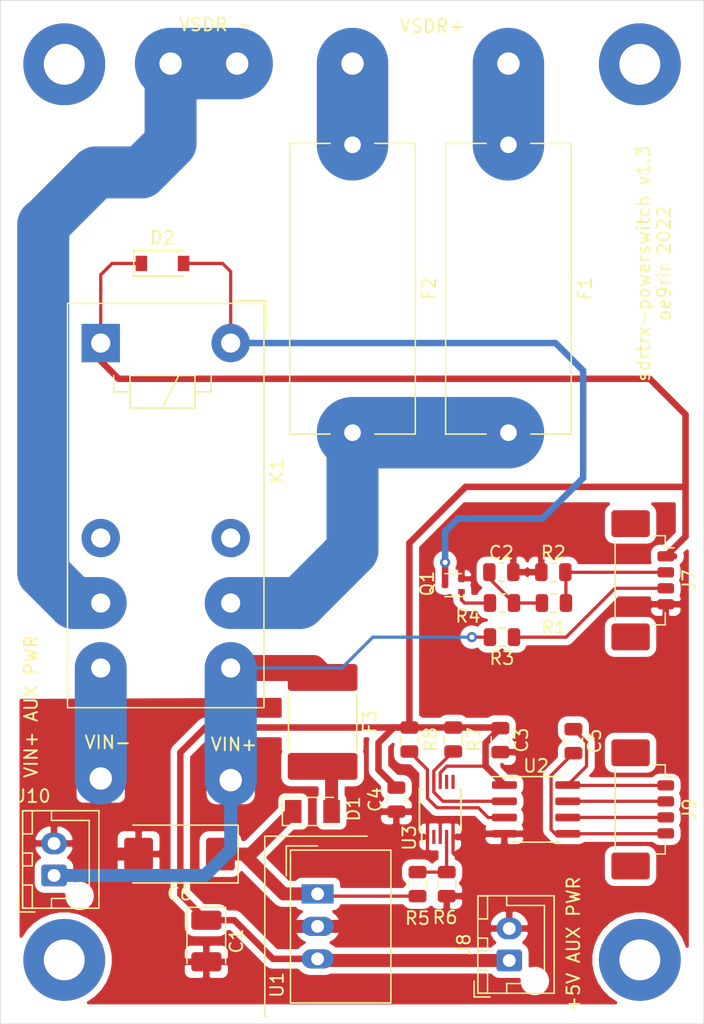
<source format=kicad_pcb>
(kicad_pcb (version 20171130) (host pcbnew 5.1.6+dfsg1-1~bpo9+1)

  (general
    (thickness 1.6)
    (drawings 13)
    (tracks 164)
    (zones 0)
    (modules 38)
    (nets 22)
  )

  (page A4)
  (layers
    (0 F.Cu signal)
    (31 B.Cu signal)
    (32 B.Adhes user)
    (33 F.Adhes user)
    (34 B.Paste user)
    (35 F.Paste user)
    (36 B.SilkS user)
    (37 F.SilkS user)
    (38 B.Mask user)
    (39 F.Mask user)
    (40 Dwgs.User user)
    (41 Cmts.User user)
    (42 Eco1.User user)
    (43 Eco2.User user)
    (44 Edge.Cuts user)
    (45 Margin user)
    (46 B.CrtYd user)
    (47 F.CrtYd user)
    (48 B.Fab user hide)
    (49 F.Fab user hide)
  )

  (setup
    (last_trace_width 0.508)
    (user_trace_width 0.254)
    (user_trace_width 0.381)
    (user_trace_width 0.508)
    (user_trace_width 1.016)
    (user_trace_width 2.032)
    (user_trace_width 4.064)
    (user_trace_width 5.08)
    (user_trace_width 5.588)
    (user_trace_width 7.112)
    (trace_clearance 0.2)
    (zone_clearance 0.508)
    (zone_45_only yes)
    (trace_min 0.2)
    (via_size 0.8)
    (via_drill 0.4)
    (via_min_size 0.4)
    (via_min_drill 0.3)
    (uvia_size 0.3)
    (uvia_drill 0.1)
    (uvias_allowed no)
    (uvia_min_size 0.2)
    (uvia_min_drill 0.1)
    (edge_width 0.05)
    (segment_width 0.2)
    (pcb_text_width 0.3)
    (pcb_text_size 1.5 1.5)
    (mod_edge_width 0.12)
    (mod_text_size 1 1)
    (mod_text_width 0.15)
    (pad_size 1.524 1.524)
    (pad_drill 0.762)
    (pad_to_mask_clearance 0.05)
    (aux_axis_origin 0 0)
    (visible_elements FFFFFF7F)
    (pcbplotparams
      (layerselection 0x010fc_ffffffff)
      (usegerberextensions true)
      (usegerberattributes false)
      (usegerberadvancedattributes false)
      (creategerberjobfile false)
      (excludeedgelayer true)
      (linewidth 0.100000)
      (plotframeref false)
      (viasonmask false)
      (mode 1)
      (useauxorigin false)
      (hpglpennumber 1)
      (hpglpenspeed 20)
      (hpglpendiameter 15.000000)
      (psnegative false)
      (psa4output false)
      (plotreference true)
      (plotvalue false)
      (plotinvisibletext false)
      (padsonsilk false)
      (subtractmaskfromsilk true)
      (outputformat 1)
      (mirror false)
      (drillshape 0)
      (scaleselection 1)
      (outputdirectory "gerber"))
  )

  (net 0 "")
  (net 1 GND)
  (net 2 +5V)
  (net 3 /VIN+)
  (net 4 "Net-(D2-Pad2)")
  (net 5 /VSDR+)
  (net 6 /VSDR-)
  (net 7 "Net-(J7-Pad3)")
  (net 8 "Net-(Q1-Pad1)")
  (net 9 "Net-(F1-Pad1)")
  (net 10 "Net-(F2-Pad1)")
  (net 11 /pVIN+)
  (net 12 /SW)
  (net 13 GND2)
  (net 14 "Net-(J9-Pad3)")
  (net 15 "Net-(J9-Pad2)")
  (net 16 "Net-(C5-Pad1)")
  (net 17 "Net-(C2-Pad1)")
  (net 18 "Net-(R5-Pad2)")
  (net 19 /SDA)
  (net 20 /SCL)
  (net 21 "Net-(D1-Pad2)")

  (net_class Default "This is the default net class."
    (clearance 0.2)
    (trace_width 0.25)
    (via_dia 0.8)
    (via_drill 0.4)
    (uvia_dia 0.3)
    (uvia_drill 0.1)
    (add_net +5V)
    (add_net /SCL)
    (add_net /SDA)
    (add_net /SW)
    (add_net /VIN+)
    (add_net /VSDR+)
    (add_net /VSDR-)
    (add_net /pVIN+)
    (add_net GND)
    (add_net GND2)
    (add_net "Net-(C2-Pad1)")
    (add_net "Net-(C5-Pad1)")
    (add_net "Net-(D1-Pad2)")
    (add_net "Net-(D2-Pad2)")
    (add_net "Net-(F1-Pad1)")
    (add_net "Net-(F2-Pad1)")
    (add_net "Net-(J7-Pad3)")
    (add_net "Net-(J9-Pad2)")
    (add_net "Net-(J9-Pad3)")
    (add_net "Net-(Q1-Pad1)")
    (add_net "Net-(R5-Pad2)")
  )

  (module Fuse:Fuse_2920_7451Metric_Pad2.10x5.45mm_HandSolder (layer F.Cu) (tedit 5B341557) (tstamp 6260709E)
    (at 95.2 111.4 270)
    (descr "Fuse SMD 2920 (7451 Metric), square (rectangular) end terminal, IPC_7351 nominal with elongated pad for handsoldering. (Body size from: http://www.megastar.com/products/fusetronic/polyswitch/PDF/smd2920.pdf), generated with kicad-footprint-generator")
    (tags "resistor handsolder")
    (path /62DF1A24)
    (attr smd)
    (fp_text reference F3 (at 0 -3.68 90) (layer F.SilkS)
      (effects (font (size 1 1) (thickness 0.15)))
    )
    (fp_text value 1A/60V (at 0 3.68 90) (layer F.Fab)
      (effects (font (size 1 1) (thickness 0.15)))
    )
    (fp_text user %R (at 0 0 90) (layer F.Fab)
      (effects (font (size 1 1) (thickness 0.15)))
    )
    (fp_line (start -3.6775 2.56) (end -3.6775 -2.56) (layer F.Fab) (width 0.1))
    (fp_line (start -3.6775 -2.56) (end 3.6775 -2.56) (layer F.Fab) (width 0.1))
    (fp_line (start 3.6775 -2.56) (end 3.6775 2.56) (layer F.Fab) (width 0.1))
    (fp_line (start 3.6775 2.56) (end -3.6775 2.56) (layer F.Fab) (width 0.1))
    (fp_line (start -2.203752 -2.67) (end 2.203752 -2.67) (layer F.SilkS) (width 0.12))
    (fp_line (start -2.203752 2.67) (end 2.203752 2.67) (layer F.SilkS) (width 0.12))
    (fp_line (start -4.78 2.98) (end -4.78 -2.98) (layer F.CrtYd) (width 0.05))
    (fp_line (start -4.78 -2.98) (end 4.78 -2.98) (layer F.CrtYd) (width 0.05))
    (fp_line (start 4.78 -2.98) (end 4.78 2.98) (layer F.CrtYd) (width 0.05))
    (fp_line (start 4.78 2.98) (end -4.78 2.98) (layer F.CrtYd) (width 0.05))
    (pad 2 smd roundrect (at 3.475 0 270) (size 2.1 5.45) (layers F.Cu F.Paste F.Mask) (roundrect_rratio 0.119048)
      (net 21 "Net-(D1-Pad2)"))
    (pad 1 smd roundrect (at -3.475 0 270) (size 2.1 5.45) (layers F.Cu F.Paste F.Mask) (roundrect_rratio 0.119048)
      (net 3 /VIN+))
    (model ${KISYS3DMOD}/Fuse.3dshapes/Fuse_2920_7451Metric.wrl
      (at (xyz 0 0 0))
      (scale (xyz 1 1 1))
      (rotate (xyz 0 0 0))
    )
  )

  (module Connector_JST:JST_XH_B2B-XH-AM_1x02_P2.50mm_Vertical (layer F.Cu) (tedit 5C28146E) (tstamp 624B433B)
    (at 74.2 123.4 90)
    (descr "JST XH series connector, B2B-XH-AM, with boss (http://www.jst-mfg.com/product/pdf/eng/eXH.pdf), generated with kicad-footprint-generator")
    (tags "connector JST XH vertical boss")
    (path /6256E163)
    (fp_text reference J10 (at 6.2 -1.6 180) (layer F.SilkS)
      (effects (font (size 1 1) (thickness 0.15)))
    )
    (fp_text value VIN_AUX_PWR (at 1.25 4.6 90) (layer F.Fab)
      (effects (font (size 1 1) (thickness 0.15)))
    )
    (fp_line (start -2.85 -2.75) (end -2.85 -1.5) (layer F.SilkS) (width 0.12))
    (fp_line (start -1.6 -2.75) (end -2.85 -2.75) (layer F.SilkS) (width 0.12))
    (fp_line (start 4.3 2.75) (end 1.25 2.75) (layer F.SilkS) (width 0.12))
    (fp_line (start 4.3 -0.2) (end 4.3 2.75) (layer F.SilkS) (width 0.12))
    (fp_line (start 5.05 -0.2) (end 4.3 -0.2) (layer F.SilkS) (width 0.12))
    (fp_line (start 1.25 2.75) (end -0.74 2.75) (layer F.SilkS) (width 0.12))
    (fp_line (start -1.8 -0.2) (end -1.8 1.14) (layer F.SilkS) (width 0.12))
    (fp_line (start -2.55 -0.2) (end -1.8 -0.2) (layer F.SilkS) (width 0.12))
    (fp_line (start 5.05 -2.45) (end 3.25 -2.45) (layer F.SilkS) (width 0.12))
    (fp_line (start 5.05 -1.7) (end 5.05 -2.45) (layer F.SilkS) (width 0.12))
    (fp_line (start 3.25 -1.7) (end 5.05 -1.7) (layer F.SilkS) (width 0.12))
    (fp_line (start 3.25 -2.45) (end 3.25 -1.7) (layer F.SilkS) (width 0.12))
    (fp_line (start -0.75 -2.45) (end -2.55 -2.45) (layer F.SilkS) (width 0.12))
    (fp_line (start -0.75 -1.7) (end -0.75 -2.45) (layer F.SilkS) (width 0.12))
    (fp_line (start -2.55 -1.7) (end -0.75 -1.7) (layer F.SilkS) (width 0.12))
    (fp_line (start -2.55 -2.45) (end -2.55 -1.7) (layer F.SilkS) (width 0.12))
    (fp_line (start 1.75 -2.45) (end 0.75 -2.45) (layer F.SilkS) (width 0.12))
    (fp_line (start 1.75 -1.7) (end 1.75 -2.45) (layer F.SilkS) (width 0.12))
    (fp_line (start 0.75 -1.7) (end 1.75 -1.7) (layer F.SilkS) (width 0.12))
    (fp_line (start 0.75 -2.45) (end 0.75 -1.7) (layer F.SilkS) (width 0.12))
    (fp_line (start 0 -1.35) (end 0.625 -2.35) (layer F.Fab) (width 0.1))
    (fp_line (start -0.625 -2.35) (end 0 -1.35) (layer F.Fab) (width 0.1))
    (fp_line (start 5.45 -2.85) (end -2.95 -2.85) (layer F.CrtYd) (width 0.05))
    (fp_line (start 5.45 3.9) (end 5.45 -2.85) (layer F.CrtYd) (width 0.05))
    (fp_line (start -2.95 3.9) (end 5.45 3.9) (layer F.CrtYd) (width 0.05))
    (fp_line (start -2.95 -2.85) (end -2.95 3.9) (layer F.CrtYd) (width 0.05))
    (fp_line (start 5.06 -2.46) (end -2.56 -2.46) (layer F.SilkS) (width 0.12))
    (fp_line (start 5.06 3.51) (end 5.06 -2.46) (layer F.SilkS) (width 0.12))
    (fp_line (start -2.56 3.51) (end 5.06 3.51) (layer F.SilkS) (width 0.12))
    (fp_line (start -2.56 -2.46) (end -2.56 3.51) (layer F.SilkS) (width 0.12))
    (fp_line (start 4.95 -2.35) (end -2.45 -2.35) (layer F.Fab) (width 0.1))
    (fp_line (start 4.95 3.4) (end 4.95 -2.35) (layer F.Fab) (width 0.1))
    (fp_line (start -2.45 3.4) (end 4.95 3.4) (layer F.Fab) (width 0.1))
    (fp_line (start -2.45 -2.35) (end -2.45 3.4) (layer F.Fab) (width 0.1))
    (fp_text user %R (at 1.25 2.7 90) (layer F.Fab)
      (effects (font (size 1 1) (thickness 0.15)))
    )
    (pad "" np_thru_hole circle (at -1.6 2 90) (size 1.2 1.2) (drill 1.2) (layers *.Cu *.Mask))
    (pad 2 thru_hole oval (at 2.5 0 90) (size 1.7 2) (drill 1) (layers *.Cu *.Mask)
      (net 1 GND))
    (pad 1 thru_hole roundrect (at 0 0 90) (size 1.7 2) (drill 1) (layers *.Cu *.Mask) (roundrect_rratio 0.147059)
      (net 3 /VIN+))
    (model ${KISYS3DMOD}/Connector_JST.3dshapes/JST_XH_B2B-XH-AM_1x02_P2.50mm_Vertical.wrl
      (at (xyz 0 0 0))
      (scale (xyz 1 1 1))
      (rotate (xyz 0 0 0))
    )
  )

  (module Connector_Wire:SolderWire-1sqmm_1x01_D1.4mm_OD2.7mm (layer F.Cu) (tedit 5EB70B43) (tstamp 615A8B3F)
    (at 83.312 59.944)
    (descr "Soldered wire connection, for a single 1 mm² wire, basic insulation, conductor diameter 1.4mm, outer diameter 2.7mm, size source Multi-Contact FLEXI-E 1.0 (https://ec.staubli.com/AcroFiles/Catalogues/TM_Cab-Main-11014119_(en)_hi.pdf), bend radius 3 times outer diameter, generated with kicad-footprint-generator")
    (tags "connector wire 1sqmm")
    (path /615F35A1)
    (attr virtual)
    (fp_text reference J6 (at 0 -2.58) (layer F.SilkS) hide
      (effects (font (size 1 1) (thickness 0.15)))
    )
    (fp_text value VSDR-_2 (at 0 2.58) (layer F.Fab)
      (effects (font (size 1 1) (thickness 0.15)))
    )
    (fp_circle (center 0 0) (end 1.35 0) (layer F.Fab) (width 0.1))
    (fp_line (start -2.1 -1.88) (end -2.1 1.88) (layer F.CrtYd) (width 0.05))
    (fp_line (start -2.1 1.88) (end 2.1 1.88) (layer F.CrtYd) (width 0.05))
    (fp_line (start 2.1 1.88) (end 2.1 -1.88) (layer F.CrtYd) (width 0.05))
    (fp_line (start 2.1 -1.88) (end -2.1 -1.88) (layer F.CrtYd) (width 0.05))
    (fp_text user %R (at 0 0) (layer F.Fab)
      (effects (font (size 0.68 0.68) (thickness 0.1)))
    )
    (pad 1 thru_hole roundrect (at 0 0) (size 2.75 2.75) (drill 1.75) (layers *.Cu *.Mask) (roundrect_rratio 0.090909)
      (net 6 /VSDR-))
    (model ${KISYS3DMOD}/Connector_Wire.3dshapes/SolderWire-1sqmm_1x01_D1.4mm_OD2.7mm.wrl
      (at (xyz 0 0 0))
      (scale (xyz 1 1 1))
      (rotate (xyz 0 0 0))
    )
  )

  (module Connector_Wire:SolderWire-1sqmm_1x01_D1.4mm_OD2.7mm (layer F.Cu) (tedit 5EB70B43) (tstamp 615A8B35)
    (at 88.519 59.944)
    (descr "Soldered wire connection, for a single 1 mm² wire, basic insulation, conductor diameter 1.4mm, outer diameter 2.7mm, size source Multi-Contact FLEXI-E 1.0 (https://ec.staubli.com/AcroFiles/Catalogues/TM_Cab-Main-11014119_(en)_hi.pdf), bend radius 3 times outer diameter, generated with kicad-footprint-generator")
    (tags "connector wire 1sqmm")
    (path /615F2DE0)
    (attr virtual)
    (fp_text reference J5 (at 0 -2.58) (layer F.SilkS) hide
      (effects (font (size 1 1) (thickness 0.15)))
    )
    (fp_text value VSDR-_1 (at 0 2.58) (layer F.Fab)
      (effects (font (size 1 1) (thickness 0.15)))
    )
    (fp_circle (center 0 0) (end 1.35 0) (layer F.Fab) (width 0.1))
    (fp_line (start -2.1 -1.88) (end -2.1 1.88) (layer F.CrtYd) (width 0.05))
    (fp_line (start -2.1 1.88) (end 2.1 1.88) (layer F.CrtYd) (width 0.05))
    (fp_line (start 2.1 1.88) (end 2.1 -1.88) (layer F.CrtYd) (width 0.05))
    (fp_line (start 2.1 -1.88) (end -2.1 -1.88) (layer F.CrtYd) (width 0.05))
    (fp_text user %R (at 0 0) (layer F.Fab)
      (effects (font (size 0.68 0.68) (thickness 0.1)))
    )
    (pad 1 thru_hole roundrect (at 0 0) (size 2.75 2.75) (drill 1.75) (layers *.Cu *.Mask) (roundrect_rratio 0.090909)
      (net 6 /VSDR-))
    (model ${KISYS3DMOD}/Connector_Wire.3dshapes/SolderWire-1sqmm_1x01_D1.4mm_OD2.7mm.wrl
      (at (xyz 0 0 0))
      (scale (xyz 1 1 1))
      (rotate (xyz 0 0 0))
    )
  )

  (module Connector_Wire:SolderWire-1sqmm_1x01_D1.4mm_OD2.7mm (layer F.Cu) (tedit 5EB70B43) (tstamp 615A8B2B)
    (at 97.536 59.944)
    (descr "Soldered wire connection, for a single 1 mm² wire, basic insulation, conductor diameter 1.4mm, outer diameter 2.7mm, size source Multi-Contact FLEXI-E 1.0 (https://ec.staubli.com/AcroFiles/Catalogues/TM_Cab-Main-11014119_(en)_hi.pdf), bend radius 3 times outer diameter, generated with kicad-footprint-generator")
    (tags "connector wire 1sqmm")
    (path /615F2B9E)
    (attr virtual)
    (fp_text reference J4 (at 0 -2.58) (layer F.SilkS) hide
      (effects (font (size 1 1) (thickness 0.15)))
    )
    (fp_text value VSDR+_2 (at 0 2.58) (layer F.Fab)
      (effects (font (size 1 1) (thickness 0.15)))
    )
    (fp_circle (center 0 0) (end 1.35 0) (layer F.Fab) (width 0.1))
    (fp_line (start -2.1 -1.88) (end -2.1 1.88) (layer F.CrtYd) (width 0.05))
    (fp_line (start -2.1 1.88) (end 2.1 1.88) (layer F.CrtYd) (width 0.05))
    (fp_line (start 2.1 1.88) (end 2.1 -1.88) (layer F.CrtYd) (width 0.05))
    (fp_line (start 2.1 -1.88) (end -2.1 -1.88) (layer F.CrtYd) (width 0.05))
    (fp_text user %R (at 0 0) (layer F.Fab)
      (effects (font (size 0.68 0.68) (thickness 0.1)))
    )
    (pad 1 thru_hole roundrect (at 0 0) (size 2.75 2.75) (drill 1.75) (layers *.Cu *.Mask) (roundrect_rratio 0.090909)
      (net 10 "Net-(F2-Pad1)"))
    (model ${KISYS3DMOD}/Connector_Wire.3dshapes/SolderWire-1sqmm_1x01_D1.4mm_OD2.7mm.wrl
      (at (xyz 0 0 0))
      (scale (xyz 1 1 1))
      (rotate (xyz 0 0 0))
    )
  )

  (module Connector_Wire:SolderWire-1sqmm_1x01_D1.4mm_OD2.7mm (layer F.Cu) (tedit 5EB70B43) (tstamp 615A8B21)
    (at 109.728 59.944)
    (descr "Soldered wire connection, for a single 1 mm² wire, basic insulation, conductor diameter 1.4mm, outer diameter 2.7mm, size source Multi-Contact FLEXI-E 1.0 (https://ec.staubli.com/AcroFiles/Catalogues/TM_Cab-Main-11014119_(en)_hi.pdf), bend radius 3 times outer diameter, generated with kicad-footprint-generator")
    (tags "connector wire 1sqmm")
    (path /615F296C)
    (attr virtual)
    (fp_text reference J3 (at 0 -2.58) (layer F.SilkS) hide
      (effects (font (size 1 1) (thickness 0.15)))
    )
    (fp_text value VSDR+_1 (at 0 2.58) (layer F.Fab)
      (effects (font (size 1 1) (thickness 0.15)))
    )
    (fp_circle (center 0 0) (end 1.35 0) (layer F.Fab) (width 0.1))
    (fp_line (start -2.1 -1.88) (end -2.1 1.88) (layer F.CrtYd) (width 0.05))
    (fp_line (start -2.1 1.88) (end 2.1 1.88) (layer F.CrtYd) (width 0.05))
    (fp_line (start 2.1 1.88) (end 2.1 -1.88) (layer F.CrtYd) (width 0.05))
    (fp_line (start 2.1 -1.88) (end -2.1 -1.88) (layer F.CrtYd) (width 0.05))
    (fp_text user %R (at 0 0) (layer F.Fab)
      (effects (font (size 0.68 0.68) (thickness 0.1)))
    )
    (pad 1 thru_hole roundrect (at 0 0) (size 2.75 2.75) (drill 1.75) (layers *.Cu *.Mask) (roundrect_rratio 0.090909)
      (net 9 "Net-(F1-Pad1)"))
    (model ${KISYS3DMOD}/Connector_Wire.3dshapes/SolderWire-1sqmm_1x01_D1.4mm_OD2.7mm.wrl
      (at (xyz 0 0 0))
      (scale (xyz 1 1 1))
      (rotate (xyz 0 0 0))
    )
  )

  (module Connector_Wire:SolderWire-1sqmm_1x01_D1.4mm_OD2.7mm (layer F.Cu) (tedit 5EB70B43) (tstamp 615A8B17)
    (at 77.851 115.824)
    (descr "Soldered wire connection, for a single 1 mm² wire, basic insulation, conductor diameter 1.4mm, outer diameter 2.7mm, size source Multi-Contact FLEXI-E 1.0 (https://ec.staubli.com/AcroFiles/Catalogues/TM_Cab-Main-11014119_(en)_hi.pdf), bend radius 3 times outer diameter, generated with kicad-footprint-generator")
    (tags "connector wire 1sqmm")
    (path /615E4654)
    (attr virtual)
    (fp_text reference J2 (at 2.949 0.176 90) (layer F.SilkS) hide
      (effects (font (size 1 1) (thickness 0.15)))
    )
    (fp_text value VIN- (at 0 2.58) (layer F.Fab)
      (effects (font (size 1 1) (thickness 0.15)))
    )
    (fp_circle (center 0 0) (end 1.35 0) (layer F.Fab) (width 0.1))
    (fp_line (start -2.1 -1.88) (end -2.1 1.88) (layer F.CrtYd) (width 0.05))
    (fp_line (start -2.1 1.88) (end 2.1 1.88) (layer F.CrtYd) (width 0.05))
    (fp_line (start 2.1 1.88) (end 2.1 -1.88) (layer F.CrtYd) (width 0.05))
    (fp_line (start 2.1 -1.88) (end -2.1 -1.88) (layer F.CrtYd) (width 0.05))
    (fp_text user %R (at 0 0) (layer F.Fab)
      (effects (font (size 0.68 0.68) (thickness 0.1)))
    )
    (pad 1 thru_hole roundrect (at 0 0) (size 2.75 2.75) (drill 1.75) (layers *.Cu *.Mask) (roundrect_rratio 0.090909)
      (net 1 GND))
    (model ${KISYS3DMOD}/Connector_Wire.3dshapes/SolderWire-1sqmm_1x01_D1.4mm_OD2.7mm.wrl
      (at (xyz 0 0 0))
      (scale (xyz 1 1 1))
      (rotate (xyz 0 0 0))
    )
  )

  (module Connector_Wire:SolderWire-1sqmm_1x01_D1.4mm_OD2.7mm (layer F.Cu) (tedit 5EB70B43) (tstamp 615A8B0D)
    (at 88.011 115.951)
    (descr "Soldered wire connection, for a single 1 mm² wire, basic insulation, conductor diameter 1.4mm, outer diameter 2.7mm, size source Multi-Contact FLEXI-E 1.0 (https://ec.staubli.com/AcroFiles/Catalogues/TM_Cab-Main-11014119_(en)_hi.pdf), bend radius 3 times outer diameter, generated with kicad-footprint-generator")
    (tags "connector wire 1sqmm")
    (path /615E3F27)
    (attr virtual)
    (fp_text reference J1 (at 2.589 0.049 90) (layer F.SilkS) hide
      (effects (font (size 1 1) (thickness 0.15)))
    )
    (fp_text value VIN+ (at 0 2.58) (layer F.Fab)
      (effects (font (size 1 1) (thickness 0.15)))
    )
    (fp_circle (center 0 0) (end 1.35 0) (layer F.Fab) (width 0.1))
    (fp_line (start -2.1 -1.88) (end -2.1 1.88) (layer F.CrtYd) (width 0.05))
    (fp_line (start -2.1 1.88) (end 2.1 1.88) (layer F.CrtYd) (width 0.05))
    (fp_line (start 2.1 1.88) (end 2.1 -1.88) (layer F.CrtYd) (width 0.05))
    (fp_line (start 2.1 -1.88) (end -2.1 -1.88) (layer F.CrtYd) (width 0.05))
    (fp_text user %R (at 0 0) (layer F.Fab)
      (effects (font (size 0.68 0.68) (thickness 0.1)))
    )
    (pad 1 thru_hole roundrect (at 0 0) (size 2.75 2.75) (drill 1.75) (layers *.Cu *.Mask) (roundrect_rratio 0.090909)
      (net 3 /VIN+))
    (model ${KISYS3DMOD}/Connector_Wire.3dshapes/SolderWire-1sqmm_1x01_D1.4mm_OD2.7mm.wrl
      (at (xyz 0 0 0))
      (scale (xyz 1 1 1))
      (rotate (xyz 0 0 0))
    )
  )

  (module Parts:D_SOD-123H (layer F.Cu) (tedit 61A3436C) (tstamp 617735A1)
    (at 94.4 118.4)
    (descr D_SOD-123H)
    (tags D_SOD-123H)
    (path /6191E79C)
    (attr smd)
    (fp_text reference D1 (at 3.2 -0.2 90) (layer F.SilkS)
      (effects (font (size 1 1) (thickness 0.15)))
    )
    (fp_text value "CDBMT1150 1A / 150V" (at 0 2.1) (layer F.Fab)
      (effects (font (size 1 1) (thickness 0.15)))
    )
    (fp_line (start -2.35 -1.1) (end -2.35 1.1) (layer F.SilkS) (width 0.12))
    (fp_line (start 0.25 0) (end 0.75 0) (layer F.Fab) (width 0.1))
    (fp_line (start 0.25 0.4) (end -0.35 0) (layer F.Fab) (width 0.1))
    (fp_line (start 0.25 -0.4) (end 0.25 0.4) (layer F.Fab) (width 0.1))
    (fp_line (start -0.35 0) (end 0.25 -0.4) (layer F.Fab) (width 0.1))
    (fp_line (start -0.35 0) (end -0.35 0.55) (layer F.Fab) (width 0.1))
    (fp_line (start -0.35 0) (end -0.35 -0.55) (layer F.Fab) (width 0.1))
    (fp_line (start -0.75 0) (end -0.35 0) (layer F.Fab) (width 0.1))
    (fp_line (start -1.9 1) (end -1.9 -1) (layer F.Fab) (width 0.1))
    (fp_line (start 1.9 1) (end -1.9 1) (layer F.Fab) (width 0.1))
    (fp_line (start 1.9 -1) (end 1.9 1) (layer F.Fab) (width 0.1))
    (fp_line (start -1.9 -1) (end 1.9 -1) (layer F.Fab) (width 0.1))
    (fp_line (start -2.3 -1.25) (end 2.3 -1.25) (layer F.CrtYd) (width 0.05))
    (fp_line (start 2.3 -1.25) (end 2.3 1.25) (layer F.CrtYd) (width 0.05))
    (fp_line (start 2.3 1.25) (end -2.3 1.25) (layer F.CrtYd) (width 0.05))
    (fp_line (start -2.3 -1.25) (end -2.3 1.25) (layer F.CrtYd) (width 0.05))
    (fp_line (start -2.35 1.1) (end 1.65 1.1) (layer F.SilkS) (width 0.12))
    (fp_line (start -2.35 -1.1) (end 1.65 -1.1) (layer F.SilkS) (width 0.12))
    (fp_text user %R (at -0.127 -2.032) (layer F.Fab)
      (effects (font (size 1 1) (thickness 0.15)))
    )
    (pad 2 smd rect (at 1.5 0) (size 1.3 1.8) (layers F.Cu F.Paste F.Mask)
      (net 21 "Net-(D1-Pad2)"))
    (pad 1 smd rect (at -1.5 0) (size 1.3 1.8) (layers F.Cu F.Paste F.Mask)
      (net 11 /pVIN+))
    (model ${KISYS3DMOD}/Diode_SMD.3dshapes/D_SOD-123F.wrl
      (at (xyz 0 0 0))
      (scale (xyz 1 1 1))
      (rotate (xyz 0 0 0))
    )
  )

  (module Parts:Relay_DPDT_Panasonic_ADJ56005 (layer F.Cu) (tedit 61A33F21) (tstamp 615AA191)
    (at 88.011 81.788 270)
    (descr "Relay DPDT Panasonic ADJ56005, Pitch 5.08mm/10.16mm")
    (tags "Relay DPDT Panasonic ADJ56005")
    (path /615DC677)
    (fp_text reference K1 (at 10 -3.6 90) (layer F.SilkS)
      (effects (font (size 1 1) (thickness 0.15)))
    )
    (fp_text value ADJ56005 (at 12.192 13.97 90) (layer F.Fab)
      (effects (font (size 1 1) (thickness 0.15)))
    )
    (fp_line (start -3.3 -0.4) (end -3.3 -2.8) (layer F.SilkS) (width 0.12))
    (fp_line (start -0.9 -2.8) (end -3.3 -2.8) (layer F.SilkS) (width 0.12))
    (fp_line (start -3.1 12.76) (end -3.1 -2.6) (layer F.SilkS) (width 0.12))
    (fp_line (start 28.5 12.76) (end -3.1 12.76) (layer F.SilkS) (width 0.12))
    (fp_line (start 28.5 -2.6) (end 28.5 12.76) (layer F.SilkS) (width 0.12))
    (fp_line (start -3.1 -2.6) (end 28.5 -2.6) (layer F.SilkS) (width 0.12))
    (fp_line (start -2 -2.5) (end -3 -1.4) (layer F.Fab) (width 0.12))
    (fp_line (start 28.4 -2.5) (end -2 -2.5) (layer F.Fab) (width 0.12))
    (fp_line (start 28.4 12.66) (end 28.4 -2.5) (layer F.Fab) (width 0.12))
    (fp_line (start -3 12.66) (end 28.4 12.66) (layer F.Fab) (width 0.12))
    (fp_line (start -3 -1.4) (end -3 12.66) (layer F.Fab) (width 0.12))
    (fp_line (start 2.54 4.064) (end 5.08 5.334) (layer F.SilkS) (width 0.12))
    (fp_line (start 3.81 7.874) (end 3.81 9.144) (layer F.SilkS) (width 0.12))
    (fp_line (start 3.81 9.144) (end 2.54 9.144) (layer F.SilkS) (width 0.12))
    (fp_line (start 2.54 1.524) (end 3.81 1.524) (layer F.SilkS) (width 0.12))
    (fp_line (start 3.81 1.524) (end 3.81 2.794) (layer F.SilkS) (width 0.12))
    (fp_line (start 3.81 2.794) (end 5.08 2.794) (layer F.SilkS) (width 0.12))
    (fp_line (start 5.08 2.794) (end 5.08 7.874) (layer F.SilkS) (width 0.12))
    (fp_line (start 5.08 7.874) (end 2.54 7.874) (layer F.SilkS) (width 0.12))
    (fp_line (start 2.54 7.874) (end 2.54 2.794) (layer F.SilkS) (width 0.12))
    (fp_line (start 2.54 2.794) (end 3.81 2.794) (layer F.SilkS) (width 0.12))
    (fp_line (start -3.25 -2.75) (end 28.65 -2.75) (layer F.CrtYd) (width 0.05))
    (fp_line (start -3.25 -2.75) (end -3.25 12.91) (layer F.CrtYd) (width 0.05))
    (fp_line (start 28.65 12.91) (end 28.65 -2.75) (layer F.CrtYd) (width 0.05))
    (fp_line (start 28.65 12.91) (end -3.25 12.91) (layer F.CrtYd) (width 0.05))
    (fp_text user %R (at 12.065 3.81 90) (layer F.Fab)
      (effects (font (size 1 1) (thickness 0.15)))
    )
    (pad 21 thru_hole circle (at 25.4 0 270) (size 3 3) (drill 1.5) (layers *.Cu *.Mask)
      (net 3 /VIN+))
    (pad 14 thru_hole circle (at 20.32 10.16 270) (size 3 3) (drill 1.5) (layers *.Cu *.Mask)
      (net 6 /VSDR-))
    (pad 22 thru_hole circle (at 15.24 0 270) (size 3 3) (drill 1.5) (layers *.Cu *.Mask))
    (pad 12 thru_hole circle (at 15.24 10.16 270) (size 3 3) (drill 1.5) (layers *.Cu *.Mask))
    (pad 11 thru_hole circle (at 25.4 10.16 270) (size 3 3) (drill 1.5) (layers *.Cu *.Mask)
      (net 1 GND))
    (pad 24 thru_hole circle (at 20.32 0 270) (size 3 3) (drill 1.5) (layers *.Cu *.Mask)
      (net 5 /VSDR+))
    (pad A1 thru_hole rect (at 0 10.16 270) (size 3 3) (drill 1.5) (layers *.Cu *.Mask)
      (net 2 +5V))
    (pad A2 thru_hole circle (at 0 0 270) (size 3 3) (drill 1.5) (layers *.Cu *.Mask)
      (net 4 "Net-(D2-Pad2)"))
    (model ${KISYS3DMOD}/Relay_THT.3dshapes/Relay_DPDT_Finder_40.52.wrl
      (at (xyz 0 0 0))
      (scale (xyz 1 1 1))
      (rotate (xyz 0 0 0))
    )
  )

  (module Capacitor_Tantalum_SMD:CP_EIA-7343-30_AVX-N_Pad2.25x2.55mm_HandSolder (layer F.Cu) (tedit 5B301BBE) (tstamp 6185D649)
    (at 84.0105 121.7295 180)
    (descr "Tantalum Capacitor SMD AVX-N (7343-30 Metric), IPC_7351 nominal, (Body size from: http://www.kemet.com/Lists/ProductCatalog/Attachments/253/KEM_TC101_STD.pdf), generated with kicad-footprint-generator")
    (tags "capacitor tantalum")
    (path /6193AFE7)
    (attr smd)
    (fp_text reference C6 (at 0 -3.1) (layer F.SilkS)
      (effects (font (size 1 1) (thickness 0.15)))
    )
    (fp_text value "22u 33v" (at 0 3.1) (layer F.Fab)
      (effects (font (size 1 1) (thickness 0.15)))
    )
    (fp_line (start 4.58 2.4) (end -4.58 2.4) (layer F.CrtYd) (width 0.05))
    (fp_line (start 4.58 -2.4) (end 4.58 2.4) (layer F.CrtYd) (width 0.05))
    (fp_line (start -4.58 -2.4) (end 4.58 -2.4) (layer F.CrtYd) (width 0.05))
    (fp_line (start -4.58 2.4) (end -4.58 -2.4) (layer F.CrtYd) (width 0.05))
    (fp_line (start -4.585 2.26) (end 3.65 2.26) (layer F.SilkS) (width 0.12))
    (fp_line (start -4.585 -2.26) (end -4.585 2.26) (layer F.SilkS) (width 0.12))
    (fp_line (start 3.65 -2.26) (end -4.585 -2.26) (layer F.SilkS) (width 0.12))
    (fp_line (start 3.65 2.15) (end 3.65 -2.15) (layer F.Fab) (width 0.1))
    (fp_line (start -3.65 2.15) (end 3.65 2.15) (layer F.Fab) (width 0.1))
    (fp_line (start -3.65 -1.15) (end -3.65 2.15) (layer F.Fab) (width 0.1))
    (fp_line (start -2.65 -2.15) (end -3.65 -1.15) (layer F.Fab) (width 0.1))
    (fp_line (start 3.65 -2.15) (end -2.65 -2.15) (layer F.Fab) (width 0.1))
    (fp_text user %R (at 0 0) (layer F.Fab)
      (effects (font (size 1 1) (thickness 0.15)))
    )
    (pad 2 smd roundrect (at 3.2 0 180) (size 2.25 2.55) (layers F.Cu F.Paste F.Mask) (roundrect_rratio 0.111111)
      (net 1 GND))
    (pad 1 smd roundrect (at -3.2 0 180) (size 2.25 2.55) (layers F.Cu F.Paste F.Mask) (roundrect_rratio 0.111111)
      (net 11 /pVIN+))
    (model ${KISYS3DMOD}/Capacitor_Tantalum_SMD.3dshapes/CP_EIA-7343-30_AVX-N.wrl
      (at (xyz 0 0 0))
      (scale (xyz 1 1 1))
      (rotate (xyz 0 0 0))
    )
  )

  (module Connector_JST:JST_XH_B2B-XH-AM_1x02_P2.50mm_Vertical (layer F.Cu) (tedit 5C28146E) (tstamp 61858FFE)
    (at 109.7915 130.048 90)
    (descr "JST XH series connector, B2B-XH-AM, with boss (http://www.jst-mfg.com/product/pdf/eng/eXH.pdf), generated with kicad-footprint-generator")
    (tags "connector JST XH vertical boss")
    (path /618DBA65)
    (fp_text reference J8 (at 1.25 -3.55 90) (layer F.SilkS)
      (effects (font (size 1 1) (thickness 0.15)))
    )
    (fp_text value 5V_AUX_PWR (at 1.25 4.6 90) (layer F.Fab)
      (effects (font (size 1 1) (thickness 0.15)))
    )
    (fp_line (start -2.45 -2.35) (end -2.45 3.4) (layer F.Fab) (width 0.1))
    (fp_line (start -2.45 3.4) (end 4.95 3.4) (layer F.Fab) (width 0.1))
    (fp_line (start 4.95 3.4) (end 4.95 -2.35) (layer F.Fab) (width 0.1))
    (fp_line (start 4.95 -2.35) (end -2.45 -2.35) (layer F.Fab) (width 0.1))
    (fp_line (start -2.56 -2.46) (end -2.56 3.51) (layer F.SilkS) (width 0.12))
    (fp_line (start -2.56 3.51) (end 5.06 3.51) (layer F.SilkS) (width 0.12))
    (fp_line (start 5.06 3.51) (end 5.06 -2.46) (layer F.SilkS) (width 0.12))
    (fp_line (start 5.06 -2.46) (end -2.56 -2.46) (layer F.SilkS) (width 0.12))
    (fp_line (start -2.95 -2.85) (end -2.95 3.9) (layer F.CrtYd) (width 0.05))
    (fp_line (start -2.95 3.9) (end 5.45 3.9) (layer F.CrtYd) (width 0.05))
    (fp_line (start 5.45 3.9) (end 5.45 -2.85) (layer F.CrtYd) (width 0.05))
    (fp_line (start 5.45 -2.85) (end -2.95 -2.85) (layer F.CrtYd) (width 0.05))
    (fp_line (start -0.625 -2.35) (end 0 -1.35) (layer F.Fab) (width 0.1))
    (fp_line (start 0 -1.35) (end 0.625 -2.35) (layer F.Fab) (width 0.1))
    (fp_line (start 0.75 -2.45) (end 0.75 -1.7) (layer F.SilkS) (width 0.12))
    (fp_line (start 0.75 -1.7) (end 1.75 -1.7) (layer F.SilkS) (width 0.12))
    (fp_line (start 1.75 -1.7) (end 1.75 -2.45) (layer F.SilkS) (width 0.12))
    (fp_line (start 1.75 -2.45) (end 0.75 -2.45) (layer F.SilkS) (width 0.12))
    (fp_line (start -2.55 -2.45) (end -2.55 -1.7) (layer F.SilkS) (width 0.12))
    (fp_line (start -2.55 -1.7) (end -0.75 -1.7) (layer F.SilkS) (width 0.12))
    (fp_line (start -0.75 -1.7) (end -0.75 -2.45) (layer F.SilkS) (width 0.12))
    (fp_line (start -0.75 -2.45) (end -2.55 -2.45) (layer F.SilkS) (width 0.12))
    (fp_line (start 3.25 -2.45) (end 3.25 -1.7) (layer F.SilkS) (width 0.12))
    (fp_line (start 3.25 -1.7) (end 5.05 -1.7) (layer F.SilkS) (width 0.12))
    (fp_line (start 5.05 -1.7) (end 5.05 -2.45) (layer F.SilkS) (width 0.12))
    (fp_line (start 5.05 -2.45) (end 3.25 -2.45) (layer F.SilkS) (width 0.12))
    (fp_line (start -2.55 -0.2) (end -1.8 -0.2) (layer F.SilkS) (width 0.12))
    (fp_line (start -1.8 -0.2) (end -1.8 1.14) (layer F.SilkS) (width 0.12))
    (fp_line (start 1.25 2.75) (end -0.74 2.75) (layer F.SilkS) (width 0.12))
    (fp_line (start 5.05 -0.2) (end 4.3 -0.2) (layer F.SilkS) (width 0.12))
    (fp_line (start 4.3 -0.2) (end 4.3 2.75) (layer F.SilkS) (width 0.12))
    (fp_line (start 4.3 2.75) (end 1.25 2.75) (layer F.SilkS) (width 0.12))
    (fp_line (start -1.6 -2.75) (end -2.85 -2.75) (layer F.SilkS) (width 0.12))
    (fp_line (start -2.85 -2.75) (end -2.85 -1.5) (layer F.SilkS) (width 0.12))
    (fp_text user %R (at 1.25 2.7 90) (layer F.Fab)
      (effects (font (size 1 1) (thickness 0.15)))
    )
    (pad "" np_thru_hole circle (at -1.6 2 90) (size 1.2 1.2) (drill 1.2) (layers *.Cu *.Mask))
    (pad 2 thru_hole oval (at 2.5 0 90) (size 1.7 2) (drill 1) (layers *.Cu *.Mask)
      (net 1 GND))
    (pad 1 thru_hole roundrect (at 0 0 90) (size 1.7 2) (drill 1) (layers *.Cu *.Mask) (roundrect_rratio 0.147059)
      (net 2 +5V))
    (model ${KISYS3DMOD}/Connector_JST.3dshapes/JST_XH_B2B-XH-AM_1x02_P2.50mm_Vertical.wrl
      (at (xyz 0 0 0))
      (scale (xyz 1 1 1))
      (rotate (xyz 0 0 0))
    )
  )

  (module Converter_DCDC:Converter_DCDC_TRACO_TSR-1_THT (layer F.Cu) (tedit 59FE1FB7) (tstamp 61858406)
    (at 94.8055 124.841 270)
    (descr "DCDC-Converter, TRACO, TSR 1-xxxx")
    (tags "DCDC-Converter TRACO TSR-1")
    (path /618C72AA)
    (fp_text reference U1 (at 7.112 3.175 90) (layer F.SilkS)
      (effects (font (size 1 1) (thickness 0.15)))
    )
    (fp_text value TSR_1-2450 (at 2.5 3.25 90) (layer F.Fab)
      (effects (font (size 1 1) (thickness 0.15)))
    )
    (fp_line (start -2.3 2) (end 8.4 2) (layer F.Fab) (width 0.1))
    (fp_line (start -3.42 2.12) (end -3.42 -5.73) (layer F.SilkS) (width 0.12))
    (fp_line (start -3.42 -5.73) (end 8.52 -5.73) (layer F.SilkS) (width 0.12))
    (fp_line (start 8.52 -5.73) (end 8.52 2.12) (layer F.SilkS) (width 0.12))
    (fp_line (start 8.52 2.12) (end -3.42 2.12) (layer F.SilkS) (width 0.12))
    (fp_line (start -3.55 -5.85) (end 8.65 -5.85) (layer F.CrtYd) (width 0.05))
    (fp_line (start 8.65 -5.85) (end 8.65 2.25) (layer F.CrtYd) (width 0.05))
    (fp_line (start 8.65 2.25) (end -3.55 2.25) (layer F.CrtYd) (width 0.05))
    (fp_line (start -3.55 2.25) (end -3.55 -5.85) (layer F.CrtYd) (width 0.05))
    (fp_line (start -3.3 -5.6) (end 8.4 -5.6) (layer F.Fab) (width 0.1))
    (fp_line (start 8.4 2) (end 8.4 -5.6) (layer F.Fab) (width 0.1))
    (fp_line (start -3.3 1) (end -3.3 -5.6) (layer F.Fab) (width 0.1))
    (fp_line (start -3.3 1) (end -2.3 2) (layer F.Fab) (width 0.1))
    (fp_line (start -3.75 0) (end -3.75 2.45) (layer F.SilkS) (width 0.12))
    (fp_line (start -3.75 2.45) (end -1.42 2.45) (layer F.SilkS) (width 0.12))
    (fp_text user %R (at 3 -3 90) (layer F.Fab)
      (effects (font (size 1 1) (thickness 0.15)))
    )
    (pad 3 thru_hole oval (at 5.08 0 270) (size 1.5 2.5) (drill 1) (layers *.Cu *.Mask)
      (net 2 +5V))
    (pad 2 thru_hole oval (at 2.54 0 270) (size 1.5 2.5) (drill 1) (layers *.Cu *.Mask)
      (net 1 GND))
    (pad 1 thru_hole rect (at 0 0 270) (size 1.5 2.5) (drill 1) (layers *.Cu *.Mask)
      (net 11 /pVIN+))
    (model ${KISYS3DMOD}/Converter_DCDC.3dshapes/Converter_DCDC_TRACO_TSR-1_THT.wrl
      (at (xyz 0 0 0))
      (scale (xyz 1 1 1))
      (rotate (xyz 0 0 0))
    )
  )

  (module Resistor_SMD:R_0805_2012Metric (layer F.Cu) (tedit 5B36C52B) (tstamp 618018E2)
    (at 109.22 104.775 180)
    (descr "Resistor SMD 0805 (2012 Metric), square (rectangular) end terminal, IPC_7351 nominal, (Body size source: https://docs.google.com/spreadsheets/d/1BsfQQcO9C6DZCsRaXUlFlo91Tg2WpOkGARC1WS5S8t0/edit?usp=sharing), generated with kicad-footprint-generator")
    (tags resistor)
    (path /61833596)
    (attr smd)
    (fp_text reference R3 (at 0 -1.65) (layer F.SilkS)
      (effects (font (size 1 1) (thickness 0.15)))
    )
    (fp_text value 4k7 (at 0 1.65) (layer F.Fab)
      (effects (font (size 1 1) (thickness 0.15)))
    )
    (fp_line (start -1 0.6) (end -1 -0.6) (layer F.Fab) (width 0.1))
    (fp_line (start -1 -0.6) (end 1 -0.6) (layer F.Fab) (width 0.1))
    (fp_line (start 1 -0.6) (end 1 0.6) (layer F.Fab) (width 0.1))
    (fp_line (start 1 0.6) (end -1 0.6) (layer F.Fab) (width 0.1))
    (fp_line (start -0.258578 -0.71) (end 0.258578 -0.71) (layer F.SilkS) (width 0.12))
    (fp_line (start -0.258578 0.71) (end 0.258578 0.71) (layer F.SilkS) (width 0.12))
    (fp_line (start -1.68 0.95) (end -1.68 -0.95) (layer F.CrtYd) (width 0.05))
    (fp_line (start -1.68 -0.95) (end 1.68 -0.95) (layer F.CrtYd) (width 0.05))
    (fp_line (start 1.68 -0.95) (end 1.68 0.95) (layer F.CrtYd) (width 0.05))
    (fp_line (start 1.68 0.95) (end -1.68 0.95) (layer F.CrtYd) (width 0.05))
    (fp_text user %R (at 0 0) (layer F.Fab)
      (effects (font (size 0.5 0.5) (thickness 0.08)))
    )
    (pad 2 smd roundrect (at 0.9375 0 180) (size 0.975 1.4) (layers F.Cu F.Paste F.Mask) (roundrect_rratio 0.25)
      (net 3 /VIN+))
    (pad 1 smd roundrect (at -0.9375 0 180) (size 0.975 1.4) (layers F.Cu F.Paste F.Mask) (roundrect_rratio 0.25)
      (net 7 "Net-(J7-Pad3)"))
    (model ${KISYS3DMOD}/Resistor_SMD.3dshapes/R_0805_2012Metric.wrl
      (at (xyz 0 0 0))
      (scale (xyz 1 1 1))
      (rotate (xyz 0 0 0))
    )
  )

  (module Capacitor_Tantalum_SMD:CP_EIA-3528-15_AVX-H_Pad1.50x2.35mm_HandSolder (layer F.Cu) (tedit 5B342532) (tstamp 615A8A79)
    (at 86.106 128.524 270)
    (descr "Tantalum Capacitor SMD AVX-H (3528-15 Metric), IPC_7351 nominal, (Body size from: http://www.kemet.com/Lists/ProductCatalog/Attachments/253/KEM_TC101_STD.pdf), generated with kicad-footprint-generator")
    (tags "capacitor tantalum")
    (path /615EF83B)
    (attr smd)
    (fp_text reference C1 (at 0 -2.35 90) (layer F.SilkS)
      (effects (font (size 1 1) (thickness 0.15)))
    )
    (fp_text value "4.7 uF 25V" (at 0 2.35 90) (layer F.Fab)
      (effects (font (size 1 1) (thickness 0.15)))
    )
    (fp_line (start 2.62 1.65) (end -2.62 1.65) (layer F.CrtYd) (width 0.05))
    (fp_line (start 2.62 -1.65) (end 2.62 1.65) (layer F.CrtYd) (width 0.05))
    (fp_line (start -2.62 -1.65) (end 2.62 -1.65) (layer F.CrtYd) (width 0.05))
    (fp_line (start -2.62 1.65) (end -2.62 -1.65) (layer F.CrtYd) (width 0.05))
    (fp_line (start -2.635 1.51) (end 1.75 1.51) (layer F.SilkS) (width 0.12))
    (fp_line (start -2.635 -1.51) (end -2.635 1.51) (layer F.SilkS) (width 0.12))
    (fp_line (start 1.75 -1.51) (end -2.635 -1.51) (layer F.SilkS) (width 0.12))
    (fp_line (start 1.75 1.4) (end 1.75 -1.4) (layer F.Fab) (width 0.1))
    (fp_line (start -1.75 1.4) (end 1.75 1.4) (layer F.Fab) (width 0.1))
    (fp_line (start -1.75 -0.7) (end -1.75 1.4) (layer F.Fab) (width 0.1))
    (fp_line (start -1.05 -1.4) (end -1.75 -0.7) (layer F.Fab) (width 0.1))
    (fp_line (start 1.75 -1.4) (end -1.05 -1.4) (layer F.Fab) (width 0.1))
    (fp_text user %R (at 0 0 90) (layer F.Fab)
      (effects (font (size 0.88 0.88) (thickness 0.13)))
    )
    (pad 2 smd roundrect (at 1.625 0 270) (size 1.5 2.35) (layers F.Cu F.Paste F.Mask) (roundrect_rratio 0.166667)
      (net 1 GND))
    (pad 1 smd roundrect (at -1.625 0 270) (size 1.5 2.35) (layers F.Cu F.Paste F.Mask) (roundrect_rratio 0.166667)
      (net 2 +5V))
    (model ${KISYS3DMOD}/Capacitor_Tantalum_SMD.3dshapes/CP_EIA-3528-15_AVX-H.wrl
      (at (xyz 0 0 0))
      (scale (xyz 1 1 1))
      (rotate (xyz 0 0 0))
    )
  )

  (module Diode_SMD:D_SOD-123 (layer F.Cu) (tedit 58645DC7) (tstamp 615A8AB1)
    (at 82.677 75.565)
    (descr SOD-123)
    (tags SOD-123)
    (path /615E1736)
    (attr smd)
    (fp_text reference D2 (at 0 -2) (layer F.SilkS)
      (effects (font (size 1 1) (thickness 0.15)))
    )
    (fp_text value CDSW4448 (at 0 2.1) (layer F.Fab)
      (effects (font (size 1 1) (thickness 0.15)))
    )
    (fp_line (start -2.25 -1) (end -2.25 1) (layer F.SilkS) (width 0.12))
    (fp_line (start 0.25 0) (end 0.75 0) (layer F.Fab) (width 0.1))
    (fp_line (start 0.25 0.4) (end -0.35 0) (layer F.Fab) (width 0.1))
    (fp_line (start 0.25 -0.4) (end 0.25 0.4) (layer F.Fab) (width 0.1))
    (fp_line (start -0.35 0) (end 0.25 -0.4) (layer F.Fab) (width 0.1))
    (fp_line (start -0.35 0) (end -0.35 0.55) (layer F.Fab) (width 0.1))
    (fp_line (start -0.35 0) (end -0.35 -0.55) (layer F.Fab) (width 0.1))
    (fp_line (start -0.75 0) (end -0.35 0) (layer F.Fab) (width 0.1))
    (fp_line (start -1.4 0.9) (end -1.4 -0.9) (layer F.Fab) (width 0.1))
    (fp_line (start 1.4 0.9) (end -1.4 0.9) (layer F.Fab) (width 0.1))
    (fp_line (start 1.4 -0.9) (end 1.4 0.9) (layer F.Fab) (width 0.1))
    (fp_line (start -1.4 -0.9) (end 1.4 -0.9) (layer F.Fab) (width 0.1))
    (fp_line (start -2.35 -1.15) (end 2.35 -1.15) (layer F.CrtYd) (width 0.05))
    (fp_line (start 2.35 -1.15) (end 2.35 1.15) (layer F.CrtYd) (width 0.05))
    (fp_line (start 2.35 1.15) (end -2.35 1.15) (layer F.CrtYd) (width 0.05))
    (fp_line (start -2.35 -1.15) (end -2.35 1.15) (layer F.CrtYd) (width 0.05))
    (fp_line (start -2.25 1) (end 1.65 1) (layer F.SilkS) (width 0.12))
    (fp_line (start -2.25 -1) (end 1.65 -1) (layer F.SilkS) (width 0.12))
    (fp_text user %R (at 0 -2) (layer F.Fab)
      (effects (font (size 1 1) (thickness 0.15)))
    )
    (pad 2 smd rect (at 1.65 0) (size 0.9 1.2) (layers F.Cu F.Paste F.Mask)
      (net 4 "Net-(D2-Pad2)"))
    (pad 1 smd rect (at -1.65 0) (size 0.9 1.2) (layers F.Cu F.Paste F.Mask)
      (net 2 +5V))
    (model ${KISYS3DMOD}/Diode_SMD.3dshapes/D_SOD-123.wrl
      (at (xyz 0 0 0))
      (scale (xyz 1 1 1))
      (rotate (xyz 0 0 0))
    )
  )

  (module Capacitor_SMD:C_0805_2012Metric (layer F.Cu) (tedit 5B36C52B) (tstamp 6177307C)
    (at 114.808 112.903 270)
    (descr "Capacitor SMD 0805 (2012 Metric), square (rectangular) end terminal, IPC_7351 nominal, (Body size source: https://docs.google.com/spreadsheets/d/1BsfQQcO9C6DZCsRaXUlFlo91Tg2WpOkGARC1WS5S8t0/edit?usp=sharing), generated with kicad-footprint-generator")
    (tags capacitor)
    (path /618AF631)
    (attr smd)
    (fp_text reference C5 (at 0 -1.65 90) (layer F.SilkS)
      (effects (font (size 1 1) (thickness 0.15)))
    )
    (fp_text value 100n (at 0 1.65 90) (layer F.Fab)
      (effects (font (size 1 1) (thickness 0.15)))
    )
    (fp_line (start -1 0.6) (end -1 -0.6) (layer F.Fab) (width 0.1))
    (fp_line (start -1 -0.6) (end 1 -0.6) (layer F.Fab) (width 0.1))
    (fp_line (start 1 -0.6) (end 1 0.6) (layer F.Fab) (width 0.1))
    (fp_line (start 1 0.6) (end -1 0.6) (layer F.Fab) (width 0.1))
    (fp_line (start -0.258578 -0.71) (end 0.258578 -0.71) (layer F.SilkS) (width 0.12))
    (fp_line (start -0.258578 0.71) (end 0.258578 0.71) (layer F.SilkS) (width 0.12))
    (fp_line (start -1.68 0.95) (end -1.68 -0.95) (layer F.CrtYd) (width 0.05))
    (fp_line (start -1.68 -0.95) (end 1.68 -0.95) (layer F.CrtYd) (width 0.05))
    (fp_line (start 1.68 -0.95) (end 1.68 0.95) (layer F.CrtYd) (width 0.05))
    (fp_line (start 1.68 0.95) (end -1.68 0.95) (layer F.CrtYd) (width 0.05))
    (fp_text user %R (at 0 0 90) (layer F.Fab)
      (effects (font (size 0.5 0.5) (thickness 0.08)))
    )
    (pad 2 smd roundrect (at 0.9375 0 270) (size 0.975 1.4) (layers F.Cu F.Paste F.Mask) (roundrect_rratio 0.25)
      (net 13 GND2))
    (pad 1 smd roundrect (at -0.9375 0 270) (size 0.975 1.4) (layers F.Cu F.Paste F.Mask) (roundrect_rratio 0.25)
      (net 16 "Net-(C5-Pad1)"))
    (model ${KISYS3DMOD}/Capacitor_SMD.3dshapes/C_0805_2012Metric.wrl
      (at (xyz 0 0 0))
      (scale (xyz 1 1 1))
      (rotate (xyz 0 0 0))
    )
  )

  (module Capacitor_SMD:C_0805_2012Metric (layer F.Cu) (tedit 5B36C52B) (tstamp 6177306B)
    (at 100.965 117.475 270)
    (descr "Capacitor SMD 0805 (2012 Metric), square (rectangular) end terminal, IPC_7351 nominal, (Body size source: https://docs.google.com/spreadsheets/d/1BsfQQcO9C6DZCsRaXUlFlo91Tg2WpOkGARC1WS5S8t0/edit?usp=sharing), generated with kicad-footprint-generator")
    (tags capacitor)
    (path /6187BD03)
    (attr smd)
    (fp_text reference C4 (at 0 1.651 90) (layer F.SilkS)
      (effects (font (size 1 1) (thickness 0.15)))
    )
    (fp_text value 100n (at 0 1.65 90) (layer F.Fab)
      (effects (font (size 1 1) (thickness 0.15)))
    )
    (fp_line (start -1 0.6) (end -1 -0.6) (layer F.Fab) (width 0.1))
    (fp_line (start -1 -0.6) (end 1 -0.6) (layer F.Fab) (width 0.1))
    (fp_line (start 1 -0.6) (end 1 0.6) (layer F.Fab) (width 0.1))
    (fp_line (start 1 0.6) (end -1 0.6) (layer F.Fab) (width 0.1))
    (fp_line (start -0.258578 -0.71) (end 0.258578 -0.71) (layer F.SilkS) (width 0.12))
    (fp_line (start -0.258578 0.71) (end 0.258578 0.71) (layer F.SilkS) (width 0.12))
    (fp_line (start -1.68 0.95) (end -1.68 -0.95) (layer F.CrtYd) (width 0.05))
    (fp_line (start -1.68 -0.95) (end 1.68 -0.95) (layer F.CrtYd) (width 0.05))
    (fp_line (start 1.68 -0.95) (end 1.68 0.95) (layer F.CrtYd) (width 0.05))
    (fp_line (start 1.68 0.95) (end -1.68 0.95) (layer F.CrtYd) (width 0.05))
    (fp_text user %R (at 0 0 90) (layer F.Fab)
      (effects (font (size 0.5 0.5) (thickness 0.08)))
    )
    (pad 2 smd roundrect (at 0.9375 0 270) (size 0.975 1.4) (layers F.Cu F.Paste F.Mask) (roundrect_rratio 0.25)
      (net 1 GND))
    (pad 1 smd roundrect (at -0.9375 0 270) (size 0.975 1.4) (layers F.Cu F.Paste F.Mask) (roundrect_rratio 0.25)
      (net 2 +5V))
    (model ${KISYS3DMOD}/Capacitor_SMD.3dshapes/C_0805_2012Metric.wrl
      (at (xyz 0 0 0))
      (scale (xyz 1 1 1))
      (rotate (xyz 0 0 0))
    )
  )

  (module Capacitor_SMD:C_0805_2012Metric (layer F.Cu) (tedit 5B36C52B) (tstamp 6177305A)
    (at 109.093 112.8245 270)
    (descr "Capacitor SMD 0805 (2012 Metric), square (rectangular) end terminal, IPC_7351 nominal, (Body size source: https://docs.google.com/spreadsheets/d/1BsfQQcO9C6DZCsRaXUlFlo91Tg2WpOkGARC1WS5S8t0/edit?usp=sharing), generated with kicad-footprint-generator")
    (tags capacitor)
    (path /6181EC49)
    (attr smd)
    (fp_text reference C3 (at 0 -1.65 90) (layer F.SilkS)
      (effects (font (size 1 1) (thickness 0.15)))
    )
    (fp_text value 100n (at 0 1.65 90) (layer F.Fab)
      (effects (font (size 1 1) (thickness 0.15)))
    )
    (fp_line (start -1 0.6) (end -1 -0.6) (layer F.Fab) (width 0.1))
    (fp_line (start -1 -0.6) (end 1 -0.6) (layer F.Fab) (width 0.1))
    (fp_line (start 1 -0.6) (end 1 0.6) (layer F.Fab) (width 0.1))
    (fp_line (start 1 0.6) (end -1 0.6) (layer F.Fab) (width 0.1))
    (fp_line (start -0.258578 -0.71) (end 0.258578 -0.71) (layer F.SilkS) (width 0.12))
    (fp_line (start -0.258578 0.71) (end 0.258578 0.71) (layer F.SilkS) (width 0.12))
    (fp_line (start -1.68 0.95) (end -1.68 -0.95) (layer F.CrtYd) (width 0.05))
    (fp_line (start -1.68 -0.95) (end 1.68 -0.95) (layer F.CrtYd) (width 0.05))
    (fp_line (start 1.68 -0.95) (end 1.68 0.95) (layer F.CrtYd) (width 0.05))
    (fp_line (start 1.68 0.95) (end -1.68 0.95) (layer F.CrtYd) (width 0.05))
    (fp_text user %R (at 0 0 90) (layer F.Fab)
      (effects (font (size 0.5 0.5) (thickness 0.08)))
    )
    (pad 2 smd roundrect (at 0.9375 0 270) (size 0.975 1.4) (layers F.Cu F.Paste F.Mask) (roundrect_rratio 0.25)
      (net 1 GND))
    (pad 1 smd roundrect (at -0.9375 0 270) (size 0.975 1.4) (layers F.Cu F.Paste F.Mask) (roundrect_rratio 0.25)
      (net 2 +5V))
    (model ${KISYS3DMOD}/Capacitor_SMD.3dshapes/C_0805_2012Metric.wrl
      (at (xyz 0 0 0))
      (scale (xyz 1 1 1))
      (rotate (xyz 0 0 0))
    )
  )

  (module Capacitor_SMD:C_0805_2012Metric (layer F.Cu) (tedit 5B36C52B) (tstamp 61773049)
    (at 109.1715 99.695)
    (descr "Capacitor SMD 0805 (2012 Metric), square (rectangular) end terminal, IPC_7351 nominal, (Body size source: https://docs.google.com/spreadsheets/d/1BsfQQcO9C6DZCsRaXUlFlo91Tg2WpOkGARC1WS5S8t0/edit?usp=sharing), generated with kicad-footprint-generator")
    (tags capacitor)
    (path /61814981)
    (attr smd)
    (fp_text reference C2 (at 0 -1.524) (layer F.SilkS)
      (effects (font (size 1 1) (thickness 0.15)))
    )
    (fp_text value 1u (at 0 1.65) (layer F.Fab)
      (effects (font (size 1 1) (thickness 0.15)))
    )
    (fp_line (start -1 0.6) (end -1 -0.6) (layer F.Fab) (width 0.1))
    (fp_line (start -1 -0.6) (end 1 -0.6) (layer F.Fab) (width 0.1))
    (fp_line (start 1 -0.6) (end 1 0.6) (layer F.Fab) (width 0.1))
    (fp_line (start 1 0.6) (end -1 0.6) (layer F.Fab) (width 0.1))
    (fp_line (start -0.258578 -0.71) (end 0.258578 -0.71) (layer F.SilkS) (width 0.12))
    (fp_line (start -0.258578 0.71) (end 0.258578 0.71) (layer F.SilkS) (width 0.12))
    (fp_line (start -1.68 0.95) (end -1.68 -0.95) (layer F.CrtYd) (width 0.05))
    (fp_line (start -1.68 -0.95) (end 1.68 -0.95) (layer F.CrtYd) (width 0.05))
    (fp_line (start 1.68 -0.95) (end 1.68 0.95) (layer F.CrtYd) (width 0.05))
    (fp_line (start 1.68 0.95) (end -1.68 0.95) (layer F.CrtYd) (width 0.05))
    (fp_text user %R (at 0 0) (layer F.Fab)
      (effects (font (size 0.5 0.5) (thickness 0.08)))
    )
    (pad 2 smd roundrect (at 0.9375 0) (size 0.975 1.4) (layers F.Cu F.Paste F.Mask) (roundrect_rratio 0.25)
      (net 1 GND))
    (pad 1 smd roundrect (at -0.9375 0) (size 0.975 1.4) (layers F.Cu F.Paste F.Mask) (roundrect_rratio 0.25)
      (net 17 "Net-(C2-Pad1)"))
    (model ${KISYS3DMOD}/Capacitor_SMD.3dshapes/C_0805_2012Metric.wrl
      (at (xyz 0 0 0))
      (scale (xyz 1 1 1))
      (rotate (xyz 0 0 0))
    )
  )

  (module Package_SO:TSSOP-10_3x3mm_P0.5mm (layer F.Cu) (tedit 5A02F25C) (tstamp 61770A49)
    (at 104.394 118.237 90)
    (descr "TSSOP10: plastic thin shrink small outline package; 10 leads; body width 3 mm; (see NXP SSOP-TSSOP-VSO-REFLOW.pdf and sot552-1_po.pdf)")
    (tags "SSOP 0.5")
    (path /6181E48D)
    (attr smd)
    (fp_text reference U3 (at -2.2225 -2.413 90) (layer F.SilkS)
      (effects (font (size 1 1) (thickness 0.15)))
    )
    (fp_text value ADS1113IDGS (at 0 2.55 90) (layer F.Fab)
      (effects (font (size 1 1) (thickness 0.15)))
    )
    (fp_line (start -0.5 -1.5) (end 1.5 -1.5) (layer F.Fab) (width 0.15))
    (fp_line (start 1.5 -1.5) (end 1.5 1.5) (layer F.Fab) (width 0.15))
    (fp_line (start 1.5 1.5) (end -1.5 1.5) (layer F.Fab) (width 0.15))
    (fp_line (start -1.5 1.5) (end -1.5 -0.5) (layer F.Fab) (width 0.15))
    (fp_line (start -1.5 -0.5) (end -0.5 -1.5) (layer F.Fab) (width 0.15))
    (fp_line (start -2.95 -1.8) (end -2.95 1.8) (layer F.CrtYd) (width 0.05))
    (fp_line (start 2.95 -1.8) (end 2.95 1.8) (layer F.CrtYd) (width 0.05))
    (fp_line (start -2.95 -1.8) (end 2.95 -1.8) (layer F.CrtYd) (width 0.05))
    (fp_line (start -2.95 1.8) (end 2.95 1.8) (layer F.CrtYd) (width 0.05))
    (fp_line (start -1.625 -1.625) (end -1.625 -1.45) (layer F.SilkS) (width 0.15))
    (fp_line (start 1.625 -1.625) (end 1.625 -1.35) (layer F.SilkS) (width 0.15))
    (fp_line (start 1.625 1.625) (end 1.625 1.35) (layer F.SilkS) (width 0.15))
    (fp_line (start -1.625 1.625) (end -1.625 1.35) (layer F.SilkS) (width 0.15))
    (fp_line (start -1.625 -1.625) (end 1.625 -1.625) (layer F.SilkS) (width 0.15))
    (fp_line (start -1.625 1.625) (end 1.625 1.625) (layer F.SilkS) (width 0.15))
    (fp_line (start -1.625 -1.45) (end -2.7 -1.45) (layer F.SilkS) (width 0.15))
    (fp_text user %R (at 0 0 90) (layer F.Fab)
      (effects (font (size 0.6 0.6) (thickness 0.15)))
    )
    (pad 10 smd rect (at 2.15 -1 90) (size 1.1 0.25) (layers F.Cu F.Paste F.Mask)
      (net 20 /SCL))
    (pad 9 smd rect (at 2.15 -0.5 90) (size 1.1 0.25) (layers F.Cu F.Paste F.Mask)
      (net 19 /SDA))
    (pad 8 smd rect (at 2.15 0 90) (size 1.1 0.25) (layers F.Cu F.Paste F.Mask)
      (net 2 +5V))
    (pad 7 smd rect (at 2.15 0.5 90) (size 1.1 0.25) (layers F.Cu F.Paste F.Mask))
    (pad 6 smd rect (at 2.15 1 90) (size 1.1 0.25) (layers F.Cu F.Paste F.Mask))
    (pad 5 smd rect (at -2.15 1 90) (size 1.1 0.25) (layers F.Cu F.Paste F.Mask)
      (net 1 GND))
    (pad 4 smd rect (at -2.15 0.5 90) (size 1.1 0.25) (layers F.Cu F.Paste F.Mask)
      (net 18 "Net-(R5-Pad2)"))
    (pad 3 smd rect (at -2.15 0 90) (size 1.1 0.25) (layers F.Cu F.Paste F.Mask)
      (net 1 GND))
    (pad 2 smd rect (at -2.15 -0.5 90) (size 1.1 0.25) (layers F.Cu F.Paste F.Mask))
    (pad 1 smd rect (at -2.15 -1 90) (size 1.1 0.25) (layers F.Cu F.Paste F.Mask)
      (net 1 GND))
    (model ${KISYS3DMOD}/Package_SO.3dshapes/TSSOP-10_3x3mm_P0.5mm.wrl
      (at (xyz 0 0 0))
      (scale (xyz 1 1 1))
      (rotate (xyz 0 0 0))
    )
  )

  (module Package_SO:SOIC-8_3.9x4.9mm_P1.27mm (layer F.Cu) (tedit 5D9F72B1) (tstamp 61770A2A)
    (at 111.887 118.237)
    (descr "SOIC, 8 Pin (JEDEC MS-012AA, https://www.analog.com/media/en/package-pcb-resources/package/pkg_pdf/soic_narrow-r/r_8.pdf), generated with kicad-footprint-generator ipc_gullwing_generator.py")
    (tags "SOIC SO")
    (path /617F88D0)
    (attr smd)
    (fp_text reference U2 (at 0 -3.4) (layer F.SilkS)
      (effects (font (size 1 1) (thickness 0.15)))
    )
    (fp_text value ISO1540 (at 0 3.4) (layer F.Fab)
      (effects (font (size 1 1) (thickness 0.15)))
    )
    (fp_line (start 0 2.56) (end 1.95 2.56) (layer F.SilkS) (width 0.12))
    (fp_line (start 0 2.56) (end -1.95 2.56) (layer F.SilkS) (width 0.12))
    (fp_line (start 0 -2.56) (end 1.95 -2.56) (layer F.SilkS) (width 0.12))
    (fp_line (start 0 -2.56) (end -3.45 -2.56) (layer F.SilkS) (width 0.12))
    (fp_line (start -0.975 -2.45) (end 1.95 -2.45) (layer F.Fab) (width 0.1))
    (fp_line (start 1.95 -2.45) (end 1.95 2.45) (layer F.Fab) (width 0.1))
    (fp_line (start 1.95 2.45) (end -1.95 2.45) (layer F.Fab) (width 0.1))
    (fp_line (start -1.95 2.45) (end -1.95 -1.475) (layer F.Fab) (width 0.1))
    (fp_line (start -1.95 -1.475) (end -0.975 -2.45) (layer F.Fab) (width 0.1))
    (fp_line (start -3.7 -2.7) (end -3.7 2.7) (layer F.CrtYd) (width 0.05))
    (fp_line (start -3.7 2.7) (end 3.7 2.7) (layer F.CrtYd) (width 0.05))
    (fp_line (start 3.7 2.7) (end 3.7 -2.7) (layer F.CrtYd) (width 0.05))
    (fp_line (start 3.7 -2.7) (end -3.7 -2.7) (layer F.CrtYd) (width 0.05))
    (fp_text user %R (at 0 0) (layer F.Fab)
      (effects (font (size 0.98 0.98) (thickness 0.15)))
    )
    (pad 8 smd roundrect (at 2.475 -1.905) (size 1.95 0.6) (layers F.Cu F.Paste F.Mask) (roundrect_rratio 0.25)
      (net 16 "Net-(C5-Pad1)"))
    (pad 7 smd roundrect (at 2.475 -0.635) (size 1.95 0.6) (layers F.Cu F.Paste F.Mask) (roundrect_rratio 0.25)
      (net 15 "Net-(J9-Pad2)"))
    (pad 6 smd roundrect (at 2.475 0.635) (size 1.95 0.6) (layers F.Cu F.Paste F.Mask) (roundrect_rratio 0.25)
      (net 14 "Net-(J9-Pad3)"))
    (pad 5 smd roundrect (at 2.475 1.905) (size 1.95 0.6) (layers F.Cu F.Paste F.Mask) (roundrect_rratio 0.25)
      (net 13 GND2))
    (pad 4 smd roundrect (at -2.475 1.905) (size 1.95 0.6) (layers F.Cu F.Paste F.Mask) (roundrect_rratio 0.25)
      (net 1 GND))
    (pad 3 smd roundrect (at -2.475 0.635) (size 1.95 0.6) (layers F.Cu F.Paste F.Mask) (roundrect_rratio 0.25)
      (net 20 /SCL))
    (pad 2 smd roundrect (at -2.475 -0.635) (size 1.95 0.6) (layers F.Cu F.Paste F.Mask) (roundrect_rratio 0.25)
      (net 19 /SDA))
    (pad 1 smd roundrect (at -2.475 -1.905) (size 1.95 0.6) (layers F.Cu F.Paste F.Mask) (roundrect_rratio 0.25)
      (net 2 +5V))
    (model ${KISYS3DMOD}/Package_SO.3dshapes/SOIC-8_3.9x4.9mm_P1.27mm.wrl
      (at (xyz 0 0 0))
      (scale (xyz 1 1 1))
      (rotate (xyz 0 0 0))
    )
  )

  (module Resistor_SMD:R_0805_2012Metric (layer F.Cu) (tedit 5B36C52B) (tstamp 617709DE)
    (at 101.981 112.776 270)
    (descr "Resistor SMD 0805 (2012 Metric), square (rectangular) end terminal, IPC_7351 nominal, (Body size source: https://docs.google.com/spreadsheets/d/1BsfQQcO9C6DZCsRaXUlFlo91Tg2WpOkGARC1WS5S8t0/edit?usp=sharing), generated with kicad-footprint-generator")
    (tags resistor)
    (path /618512FF)
    (attr smd)
    (fp_text reference R8 (at 0 -1.65 90) (layer F.SilkS)
      (effects (font (size 1 1) (thickness 0.15)))
    )
    (fp_text value 10k (at 0 1.65 90) (layer F.Fab)
      (effects (font (size 1 1) (thickness 0.15)))
    )
    (fp_line (start -1 0.6) (end -1 -0.6) (layer F.Fab) (width 0.1))
    (fp_line (start -1 -0.6) (end 1 -0.6) (layer F.Fab) (width 0.1))
    (fp_line (start 1 -0.6) (end 1 0.6) (layer F.Fab) (width 0.1))
    (fp_line (start 1 0.6) (end -1 0.6) (layer F.Fab) (width 0.1))
    (fp_line (start -0.258578 -0.71) (end 0.258578 -0.71) (layer F.SilkS) (width 0.12))
    (fp_line (start -0.258578 0.71) (end 0.258578 0.71) (layer F.SilkS) (width 0.12))
    (fp_line (start -1.68 0.95) (end -1.68 -0.95) (layer F.CrtYd) (width 0.05))
    (fp_line (start -1.68 -0.95) (end 1.68 -0.95) (layer F.CrtYd) (width 0.05))
    (fp_line (start 1.68 -0.95) (end 1.68 0.95) (layer F.CrtYd) (width 0.05))
    (fp_line (start 1.68 0.95) (end -1.68 0.95) (layer F.CrtYd) (width 0.05))
    (fp_text user %R (at 0 0 90) (layer F.Fab)
      (effects (font (size 0.5 0.5) (thickness 0.08)))
    )
    (pad 2 smd roundrect (at 0.9375 0 270) (size 0.975 1.4) (layers F.Cu F.Paste F.Mask) (roundrect_rratio 0.25)
      (net 20 /SCL))
    (pad 1 smd roundrect (at -0.9375 0 270) (size 0.975 1.4) (layers F.Cu F.Paste F.Mask) (roundrect_rratio 0.25)
      (net 2 +5V))
    (model ${KISYS3DMOD}/Resistor_SMD.3dshapes/R_0805_2012Metric.wrl
      (at (xyz 0 0 0))
      (scale (xyz 1 1 1))
      (rotate (xyz 0 0 0))
    )
  )

  (module Resistor_SMD:R_0805_2012Metric (layer F.Cu) (tedit 5B36C52B) (tstamp 617709CD)
    (at 105.41 112.776 270)
    (descr "Resistor SMD 0805 (2012 Metric), square (rectangular) end terminal, IPC_7351 nominal, (Body size source: https://docs.google.com/spreadsheets/d/1BsfQQcO9C6DZCsRaXUlFlo91Tg2WpOkGARC1WS5S8t0/edit?usp=sharing), generated with kicad-footprint-generator")
    (tags resistor)
    (path /61851C95)
    (attr smd)
    (fp_text reference R7 (at 0 -1.65 90) (layer F.SilkS)
      (effects (font (size 1 1) (thickness 0.15)))
    )
    (fp_text value 10k (at 0 1.65 90) (layer F.Fab)
      (effects (font (size 1 1) (thickness 0.15)))
    )
    (fp_line (start -1 0.6) (end -1 -0.6) (layer F.Fab) (width 0.1))
    (fp_line (start -1 -0.6) (end 1 -0.6) (layer F.Fab) (width 0.1))
    (fp_line (start 1 -0.6) (end 1 0.6) (layer F.Fab) (width 0.1))
    (fp_line (start 1 0.6) (end -1 0.6) (layer F.Fab) (width 0.1))
    (fp_line (start -0.258578 -0.71) (end 0.258578 -0.71) (layer F.SilkS) (width 0.12))
    (fp_line (start -0.258578 0.71) (end 0.258578 0.71) (layer F.SilkS) (width 0.12))
    (fp_line (start -1.68 0.95) (end -1.68 -0.95) (layer F.CrtYd) (width 0.05))
    (fp_line (start -1.68 -0.95) (end 1.68 -0.95) (layer F.CrtYd) (width 0.05))
    (fp_line (start 1.68 -0.95) (end 1.68 0.95) (layer F.CrtYd) (width 0.05))
    (fp_line (start 1.68 0.95) (end -1.68 0.95) (layer F.CrtYd) (width 0.05))
    (fp_text user %R (at 0 0 90) (layer F.Fab)
      (effects (font (size 0.5 0.5) (thickness 0.08)))
    )
    (pad 2 smd roundrect (at 0.9375 0 270) (size 0.975 1.4) (layers F.Cu F.Paste F.Mask) (roundrect_rratio 0.25)
      (net 19 /SDA))
    (pad 1 smd roundrect (at -0.9375 0 270) (size 0.975 1.4) (layers F.Cu F.Paste F.Mask) (roundrect_rratio 0.25)
      (net 2 +5V))
    (model ${KISYS3DMOD}/Resistor_SMD.3dshapes/R_0805_2012Metric.wrl
      (at (xyz 0 0 0))
      (scale (xyz 1 1 1))
      (rotate (xyz 0 0 0))
    )
  )

  (module Resistor_SMD:R_0805_2012Metric (layer F.Cu) (tedit 5B36C52B) (tstamp 617709BC)
    (at 104.902 124.079 270)
    (descr "Resistor SMD 0805 (2012 Metric), square (rectangular) end terminal, IPC_7351 nominal, (Body size source: https://docs.google.com/spreadsheets/d/1BsfQQcO9C6DZCsRaXUlFlo91Tg2WpOkGARC1WS5S8t0/edit?usp=sharing), generated with kicad-footprint-generator")
    (tags resistor)
    (path /6181FB2F)
    (attr smd)
    (fp_text reference R6 (at 2.6035 0.127 180) (layer F.SilkS)
      (effects (font (size 1 1) (thickness 0.15)))
    )
    (fp_text value 5.9k (at 0 1.65 90) (layer F.Fab)
      (effects (font (size 1 1) (thickness 0.15)))
    )
    (fp_line (start -1 0.6) (end -1 -0.6) (layer F.Fab) (width 0.1))
    (fp_line (start -1 -0.6) (end 1 -0.6) (layer F.Fab) (width 0.1))
    (fp_line (start 1 -0.6) (end 1 0.6) (layer F.Fab) (width 0.1))
    (fp_line (start 1 0.6) (end -1 0.6) (layer F.Fab) (width 0.1))
    (fp_line (start -0.258578 -0.71) (end 0.258578 -0.71) (layer F.SilkS) (width 0.12))
    (fp_line (start -0.258578 0.71) (end 0.258578 0.71) (layer F.SilkS) (width 0.12))
    (fp_line (start -1.68 0.95) (end -1.68 -0.95) (layer F.CrtYd) (width 0.05))
    (fp_line (start -1.68 -0.95) (end 1.68 -0.95) (layer F.CrtYd) (width 0.05))
    (fp_line (start 1.68 -0.95) (end 1.68 0.95) (layer F.CrtYd) (width 0.05))
    (fp_line (start 1.68 0.95) (end -1.68 0.95) (layer F.CrtYd) (width 0.05))
    (fp_text user %R (at 0 0 90) (layer F.Fab)
      (effects (font (size 0.5 0.5) (thickness 0.08)))
    )
    (pad 2 smd roundrect (at 0.9375 0 270) (size 0.975 1.4) (layers F.Cu F.Paste F.Mask) (roundrect_rratio 0.25)
      (net 1 GND))
    (pad 1 smd roundrect (at -0.9375 0 270) (size 0.975 1.4) (layers F.Cu F.Paste F.Mask) (roundrect_rratio 0.25)
      (net 18 "Net-(R5-Pad2)"))
    (model ${KISYS3DMOD}/Resistor_SMD.3dshapes/R_0805_2012Metric.wrl
      (at (xyz 0 0 0))
      (scale (xyz 1 1 1))
      (rotate (xyz 0 0 0))
    )
  )

  (module Resistor_SMD:R_0805_2012Metric (layer F.Cu) (tedit 5B36C52B) (tstamp 617709AB)
    (at 102.616 124.079 90)
    (descr "Resistor SMD 0805 (2012 Metric), square (rectangular) end terminal, IPC_7351 nominal, (Body size source: https://docs.google.com/spreadsheets/d/1BsfQQcO9C6DZCsRaXUlFlo91Tg2WpOkGARC1WS5S8t0/edit?usp=sharing), generated with kicad-footprint-generator")
    (tags resistor)
    (path /6181F382)
    (attr smd)
    (fp_text reference R5 (at -2.667 0 180) (layer F.SilkS)
      (effects (font (size 1 1) (thickness 0.15)))
    )
    (fp_text value 52.3k (at 0 1.65 90) (layer F.Fab)
      (effects (font (size 1 1) (thickness 0.15)))
    )
    (fp_line (start -1 0.6) (end -1 -0.6) (layer F.Fab) (width 0.1))
    (fp_line (start -1 -0.6) (end 1 -0.6) (layer F.Fab) (width 0.1))
    (fp_line (start 1 -0.6) (end 1 0.6) (layer F.Fab) (width 0.1))
    (fp_line (start 1 0.6) (end -1 0.6) (layer F.Fab) (width 0.1))
    (fp_line (start -0.258578 -0.71) (end 0.258578 -0.71) (layer F.SilkS) (width 0.12))
    (fp_line (start -0.258578 0.71) (end 0.258578 0.71) (layer F.SilkS) (width 0.12))
    (fp_line (start -1.68 0.95) (end -1.68 -0.95) (layer F.CrtYd) (width 0.05))
    (fp_line (start -1.68 -0.95) (end 1.68 -0.95) (layer F.CrtYd) (width 0.05))
    (fp_line (start 1.68 -0.95) (end 1.68 0.95) (layer F.CrtYd) (width 0.05))
    (fp_line (start 1.68 0.95) (end -1.68 0.95) (layer F.CrtYd) (width 0.05))
    (fp_text user %R (at 0 0 90) (layer F.Fab)
      (effects (font (size 0.5 0.5) (thickness 0.08)))
    )
    (pad 2 smd roundrect (at 0.9375 0 90) (size 0.975 1.4) (layers F.Cu F.Paste F.Mask) (roundrect_rratio 0.25)
      (net 18 "Net-(R5-Pad2)"))
    (pad 1 smd roundrect (at -0.9375 0 90) (size 0.975 1.4) (layers F.Cu F.Paste F.Mask) (roundrect_rratio 0.25)
      (net 11 /pVIN+))
    (model ${KISYS3DMOD}/Resistor_SMD.3dshapes/R_0805_2012Metric.wrl
      (at (xyz 0 0 0))
      (scale (xyz 1 1 1))
      (rotate (xyz 0 0 0))
    )
  )

  (module Resistor_SMD:R_0805_2012Metric (layer F.Cu) (tedit 5B36C52B) (tstamp 6177099A)
    (at 109.22 102.108)
    (descr "Resistor SMD 0805 (2012 Metric), square (rectangular) end terminal, IPC_7351 nominal, (Body size source: https://docs.google.com/spreadsheets/d/1BsfQQcO9C6DZCsRaXUlFlo91Tg2WpOkGARC1WS5S8t0/edit?usp=sharing), generated with kicad-footprint-generator")
    (tags resistor)
    (path /61815076)
    (attr smd)
    (fp_text reference R4 (at -2.667 1.016) (layer F.SilkS)
      (effects (font (size 1 1) (thickness 0.15)))
    )
    (fp_text value 2k2 (at 0 1.65) (layer F.Fab)
      (effects (font (size 1 1) (thickness 0.15)))
    )
    (fp_line (start -1 0.6) (end -1 -0.6) (layer F.Fab) (width 0.1))
    (fp_line (start -1 -0.6) (end 1 -0.6) (layer F.Fab) (width 0.1))
    (fp_line (start 1 -0.6) (end 1 0.6) (layer F.Fab) (width 0.1))
    (fp_line (start 1 0.6) (end -1 0.6) (layer F.Fab) (width 0.1))
    (fp_line (start -0.258578 -0.71) (end 0.258578 -0.71) (layer F.SilkS) (width 0.12))
    (fp_line (start -0.258578 0.71) (end 0.258578 0.71) (layer F.SilkS) (width 0.12))
    (fp_line (start -1.68 0.95) (end -1.68 -0.95) (layer F.CrtYd) (width 0.05))
    (fp_line (start -1.68 -0.95) (end 1.68 -0.95) (layer F.CrtYd) (width 0.05))
    (fp_line (start 1.68 -0.95) (end 1.68 0.95) (layer F.CrtYd) (width 0.05))
    (fp_line (start 1.68 0.95) (end -1.68 0.95) (layer F.CrtYd) (width 0.05))
    (fp_text user %R (at 0 0) (layer F.Fab)
      (effects (font (size 0.5 0.5) (thickness 0.08)))
    )
    (pad 2 smd roundrect (at 0.9375 0) (size 0.975 1.4) (layers F.Cu F.Paste F.Mask) (roundrect_rratio 0.25)
      (net 17 "Net-(C2-Pad1)"))
    (pad 1 smd roundrect (at -0.9375 0) (size 0.975 1.4) (layers F.Cu F.Paste F.Mask) (roundrect_rratio 0.25)
      (net 8 "Net-(Q1-Pad1)"))
    (model ${KISYS3DMOD}/Resistor_SMD.3dshapes/R_0805_2012Metric.wrl
      (at (xyz 0 0 0))
      (scale (xyz 1 1 1))
      (rotate (xyz 0 0 0))
    )
  )

  (module Resistor_SMD:R_0805_2012Metric (layer F.Cu) (tedit 5B36C52B) (tstamp 615A8BD4)
    (at 113.2355 99.695 180)
    (descr "Resistor SMD 0805 (2012 Metric), square (rectangular) end terminal, IPC_7351 nominal, (Body size source: https://docs.google.com/spreadsheets/d/1BsfQQcO9C6DZCsRaXUlFlo91Tg2WpOkGARC1WS5S8t0/edit?usp=sharing), generated with kicad-footprint-generator")
    (tags resistor)
    (path /615E2412)
    (attr smd)
    (fp_text reference R2 (at 0 1.524) (layer F.SilkS)
      (effects (font (size 1 1) (thickness 0.15)))
    )
    (fp_text value 10k (at 0 1.65) (layer F.Fab)
      (effects (font (size 1 1) (thickness 0.15)))
    )
    (fp_line (start -1 0.6) (end -1 -0.6) (layer F.Fab) (width 0.1))
    (fp_line (start -1 -0.6) (end 1 -0.6) (layer F.Fab) (width 0.1))
    (fp_line (start 1 -0.6) (end 1 0.6) (layer F.Fab) (width 0.1))
    (fp_line (start 1 0.6) (end -1 0.6) (layer F.Fab) (width 0.1))
    (fp_line (start -0.258578 -0.71) (end 0.258578 -0.71) (layer F.SilkS) (width 0.12))
    (fp_line (start -0.258578 0.71) (end 0.258578 0.71) (layer F.SilkS) (width 0.12))
    (fp_line (start -1.68 0.95) (end -1.68 -0.95) (layer F.CrtYd) (width 0.05))
    (fp_line (start -1.68 -0.95) (end 1.68 -0.95) (layer F.CrtYd) (width 0.05))
    (fp_line (start 1.68 -0.95) (end 1.68 0.95) (layer F.CrtYd) (width 0.05))
    (fp_line (start 1.68 0.95) (end -1.68 0.95) (layer F.CrtYd) (width 0.05))
    (fp_text user %R (at 0 0) (layer F.Fab)
      (effects (font (size 0.5 0.5) (thickness 0.08)))
    )
    (pad 2 smd roundrect (at 0.9375 0 180) (size 0.975 1.4) (layers F.Cu F.Paste F.Mask) (roundrect_rratio 0.25)
      (net 1 GND))
    (pad 1 smd roundrect (at -0.9375 0 180) (size 0.975 1.4) (layers F.Cu F.Paste F.Mask) (roundrect_rratio 0.25)
      (net 12 /SW))
    (model ${KISYS3DMOD}/Resistor_SMD.3dshapes/R_0805_2012Metric.wrl
      (at (xyz 0 0 0))
      (scale (xyz 1 1 1))
      (rotate (xyz 0 0 0))
    )
  )

  (module Resistor_SMD:R_0805_2012Metric (layer F.Cu) (tedit 5B36C52B) (tstamp 615A8BC3)
    (at 113.284 102.108)
    (descr "Resistor SMD 0805 (2012 Metric), square (rectangular) end terminal, IPC_7351 nominal, (Body size source: https://docs.google.com/spreadsheets/d/1BsfQQcO9C6DZCsRaXUlFlo91Tg2WpOkGARC1WS5S8t0/edit?usp=sharing), generated with kicad-footprint-generator")
    (tags resistor)
    (path /615E2896)
    (attr smd)
    (fp_text reference R1 (at 0 1.905) (layer F.SilkS)
      (effects (font (size 1 1) (thickness 0.15)))
    )
    (fp_text value 10k (at 0 1.65) (layer F.Fab)
      (effects (font (size 1 1) (thickness 0.15)))
    )
    (fp_line (start -1 0.6) (end -1 -0.6) (layer F.Fab) (width 0.1))
    (fp_line (start -1 -0.6) (end 1 -0.6) (layer F.Fab) (width 0.1))
    (fp_line (start 1 -0.6) (end 1 0.6) (layer F.Fab) (width 0.1))
    (fp_line (start 1 0.6) (end -1 0.6) (layer F.Fab) (width 0.1))
    (fp_line (start -0.258578 -0.71) (end 0.258578 -0.71) (layer F.SilkS) (width 0.12))
    (fp_line (start -0.258578 0.71) (end 0.258578 0.71) (layer F.SilkS) (width 0.12))
    (fp_line (start -1.68 0.95) (end -1.68 -0.95) (layer F.CrtYd) (width 0.05))
    (fp_line (start -1.68 -0.95) (end 1.68 -0.95) (layer F.CrtYd) (width 0.05))
    (fp_line (start 1.68 -0.95) (end 1.68 0.95) (layer F.CrtYd) (width 0.05))
    (fp_line (start 1.68 0.95) (end -1.68 0.95) (layer F.CrtYd) (width 0.05))
    (fp_text user %R (at 0 0) (layer F.Fab)
      (effects (font (size 0.5 0.5) (thickness 0.08)))
    )
    (pad 2 smd roundrect (at 0.9375 0) (size 0.975 1.4) (layers F.Cu F.Paste F.Mask) (roundrect_rratio 0.25)
      (net 12 /SW))
    (pad 1 smd roundrect (at -0.9375 0) (size 0.975 1.4) (layers F.Cu F.Paste F.Mask) (roundrect_rratio 0.25)
      (net 17 "Net-(C2-Pad1)"))
    (model ${KISYS3DMOD}/Resistor_SMD.3dshapes/R_0805_2012Metric.wrl
      (at (xyz 0 0 0))
      (scale (xyz 1 1 1))
      (rotate (xyz 0 0 0))
    )
  )

  (module Connector_Molex:Molex_PicoBlade_53398-0471_1x04-1MP_P1.25mm_Vertical (layer F.Cu) (tedit 5B78AD88) (tstamp 617708E5)
    (at 120.777 118.237 270)
    (descr "Molex PicoBlade series connector, 53398-0471 (http://www.molex.com/pdm_docs/sd/533980271_sd.pdf), generated with kicad-footprint-generator")
    (tags "connector Molex PicoBlade side entry")
    (path /617FAF71)
    (attr smd)
    (fp_text reference J9 (at 0 -3.1 90) (layer F.SilkS)
      (effects (font (size 1 1) (thickness 0.15)))
    )
    (fp_text value "I2C Messung" (at 0 4.2 90) (layer F.Fab)
      (effects (font (size 1 1) (thickness 0.15)))
    )
    (fp_line (start -3.375 -1.1) (end 3.375 -1.1) (layer F.Fab) (width 0.1))
    (fp_line (start -3.485 -0.26) (end -3.485 -1.21) (layer F.SilkS) (width 0.12))
    (fp_line (start -3.485 -1.21) (end -2.535 -1.21) (layer F.SilkS) (width 0.12))
    (fp_line (start -2.535 -1.21) (end -2.535 -1.9) (layer F.SilkS) (width 0.12))
    (fp_line (start 3.485 -0.26) (end 3.485 -1.21) (layer F.SilkS) (width 0.12))
    (fp_line (start 3.485 -1.21) (end 2.535 -1.21) (layer F.SilkS) (width 0.12))
    (fp_line (start -3.115 2.71) (end 3.115 2.71) (layer F.SilkS) (width 0.12))
    (fp_line (start -3.375 2.6) (end 3.375 2.6) (layer F.Fab) (width 0.1))
    (fp_line (start -3.375 -1.1) (end -3.375 2.6) (layer F.Fab) (width 0.1))
    (fp_line (start 3.375 -1.1) (end 3.375 2.6) (layer F.Fab) (width 0.1))
    (fp_line (start -2.025 1.225) (end -2.025 1.825) (layer F.Fab) (width 0.1))
    (fp_line (start -2.025 1.825) (end -1.725 1.825) (layer F.Fab) (width 0.1))
    (fp_line (start -1.725 1.825) (end -1.725 1.225) (layer F.Fab) (width 0.1))
    (fp_line (start -1.725 1.225) (end -2.025 1.225) (layer F.Fab) (width 0.1))
    (fp_line (start -0.775 1.225) (end -0.775 1.825) (layer F.Fab) (width 0.1))
    (fp_line (start -0.775 1.825) (end -0.475 1.825) (layer F.Fab) (width 0.1))
    (fp_line (start -0.475 1.825) (end -0.475 1.225) (layer F.Fab) (width 0.1))
    (fp_line (start -0.475 1.225) (end -0.775 1.225) (layer F.Fab) (width 0.1))
    (fp_line (start 0.475 1.225) (end 0.475 1.825) (layer F.Fab) (width 0.1))
    (fp_line (start 0.475 1.825) (end 0.775 1.825) (layer F.Fab) (width 0.1))
    (fp_line (start 0.775 1.825) (end 0.775 1.225) (layer F.Fab) (width 0.1))
    (fp_line (start 0.775 1.225) (end 0.475 1.225) (layer F.Fab) (width 0.1))
    (fp_line (start 1.725 1.225) (end 1.725 1.825) (layer F.Fab) (width 0.1))
    (fp_line (start 1.725 1.825) (end 2.025 1.825) (layer F.Fab) (width 0.1))
    (fp_line (start 2.025 1.825) (end 2.025 1.225) (layer F.Fab) (width 0.1))
    (fp_line (start 2.025 1.225) (end 1.725 1.225) (layer F.Fab) (width 0.1))
    (fp_line (start -3.375 2.6) (end -4.875 2.6) (layer F.Fab) (width 0.1))
    (fp_line (start -4.875 2.6) (end -5.075 2.4) (layer F.Fab) (width 0.1))
    (fp_line (start -5.075 2.4) (end -5.075 0.6) (layer F.Fab) (width 0.1))
    (fp_line (start -5.075 0.6) (end -4.875 0.4) (layer F.Fab) (width 0.1))
    (fp_line (start -4.875 0.4) (end -4.875 -0.2) (layer F.Fab) (width 0.1))
    (fp_line (start -4.875 -0.2) (end -3.375 -0.2) (layer F.Fab) (width 0.1))
    (fp_line (start 3.375 2.6) (end 4.875 2.6) (layer F.Fab) (width 0.1))
    (fp_line (start 4.875 2.6) (end 5.075 2.4) (layer F.Fab) (width 0.1))
    (fp_line (start 5.075 2.4) (end 5.075 0.6) (layer F.Fab) (width 0.1))
    (fp_line (start 5.075 0.6) (end 4.875 0.4) (layer F.Fab) (width 0.1))
    (fp_line (start 4.875 0.4) (end 4.875 -0.2) (layer F.Fab) (width 0.1))
    (fp_line (start 4.875 -0.2) (end 3.375 -0.2) (layer F.Fab) (width 0.1))
    (fp_line (start -5.98 -2.4) (end -5.98 3.5) (layer F.CrtYd) (width 0.05))
    (fp_line (start -5.98 3.5) (end 5.98 3.5) (layer F.CrtYd) (width 0.05))
    (fp_line (start 5.98 3.5) (end 5.98 -2.4) (layer F.CrtYd) (width 0.05))
    (fp_line (start 5.98 -2.4) (end -5.98 -2.4) (layer F.CrtYd) (width 0.05))
    (fp_line (start -2.375 -1.1) (end -1.875 -0.392893) (layer F.Fab) (width 0.1))
    (fp_line (start -1.875 -0.392893) (end -1.375 -1.1) (layer F.Fab) (width 0.1))
    (fp_text user %R (at 0 0.4 90) (layer F.Fab)
      (effects (font (size 1 1) (thickness 0.15)))
    )
    (pad MP smd roundrect (at 4.425 1.5 270) (size 2.1 3) (layers F.Cu F.Paste F.Mask) (roundrect_rratio 0.119048))
    (pad MP smd roundrect (at -4.425 1.5 270) (size 2.1 3) (layers F.Cu F.Paste F.Mask) (roundrect_rratio 0.119048))
    (pad 4 smd roundrect (at 1.875 -1.25 270) (size 0.8 1.3) (layers F.Cu F.Paste F.Mask) (roundrect_rratio 0.25)
      (net 13 GND2))
    (pad 3 smd roundrect (at 0.625 -1.25 270) (size 0.8 1.3) (layers F.Cu F.Paste F.Mask) (roundrect_rratio 0.25)
      (net 14 "Net-(J9-Pad3)"))
    (pad 2 smd roundrect (at -0.625 -1.25 270) (size 0.8 1.3) (layers F.Cu F.Paste F.Mask) (roundrect_rratio 0.25)
      (net 15 "Net-(J9-Pad2)"))
    (pad 1 smd roundrect (at -1.875 -1.25 270) (size 0.8 1.3) (layers F.Cu F.Paste F.Mask) (roundrect_rratio 0.25)
      (net 16 "Net-(C5-Pad1)"))
    (model ${KISYS3DMOD}/Connector_Molex.3dshapes/Molex_PicoBlade_53398-0471_1x04-1MP_P1.25mm_Vertical.wrl
      (at (xyz 0 0 0))
      (scale (xyz 1 1 1))
      (rotate (xyz 0 0 0))
    )
  )

  (module Fuse:Fuseholder_Cylinder-5x20mm_Schurter_0031_8201_Horizontal_Open (layer F.Cu) (tedit 5D717D34) (tstamp 6175B645)
    (at 97.536 66.294 270)
    (descr "Fuseholder horizontal open, 5x20mm, 500V, 16A, Schurter 0031.8201, https://us.schurter.com/bundles/snceschurter/epim/_ProdPool_/newDS/en/typ_OGN.pdf")
    (tags "Fuseholder horizontal open 5x20 Schurter 0031.8201")
    (path /617E8C20)
    (fp_text reference F2 (at 11.25 -6 90) (layer F.SilkS)
      (effects (font (size 1 1) (thickness 0.15)))
    )
    (fp_text value Fuse (at 11.25 6 90) (layer F.Fab)
      (effects (font (size 1 1) (thickness 0.15)))
    )
    (fp_line (start 0 -4.8) (end 0 4.8) (layer F.Fab) (width 0.1))
    (fp_line (start 0 4.8) (end 22.5 4.8) (layer F.Fab) (width 0.1))
    (fp_line (start 22.5 4.8) (end 22.5 -4.8) (layer F.Fab) (width 0.1))
    (fp_line (start 22.5 -4.8) (end 0 -4.8) (layer F.Fab) (width 0.1))
    (fp_line (start -1.75 5.05) (end -1.75 -5.05) (layer F.CrtYd) (width 0.05))
    (fp_line (start 22.61 4.91) (end 22.61 1.75) (layer F.SilkS) (width 0.12))
    (fp_line (start 22.61 -1.75) (end 22.61 -4.91) (layer F.SilkS) (width 0.12))
    (fp_line (start -0.11 -1.75) (end -0.11 -4.91) (layer F.SilkS) (width 0.12))
    (fp_line (start -0.11 -4.91) (end 22.61 -4.91) (layer F.SilkS) (width 0.12))
    (fp_line (start 24.25 5.05) (end -1.75 5.05) (layer F.CrtYd) (width 0.05))
    (fp_line (start -1.75 -5.05) (end 24.25 -5.05) (layer F.CrtYd) (width 0.05))
    (fp_line (start -0.11 4.91) (end 22.61 4.91) (layer F.SilkS) (width 0.12))
    (fp_line (start 24.25 -5.05) (end 24.25 5.05) (layer F.CrtYd) (width 0.05))
    (fp_line (start -0.11 4.91) (end -0.11 1.75) (layer F.SilkS) (width 0.12))
    (fp_text user %R (at 11.25 4 90) (layer F.Fab)
      (effects (font (size 1 1) (thickness 0.15)))
    )
    (pad "" np_thru_hole circle (at 11.25 0 270) (size 2.7 2.7) (drill 2.7) (layers *.Cu *.Mask))
    (pad 2 thru_hole circle (at 22.5 0 270) (size 3 3) (drill 1.3) (layers *.Cu *.Mask)
      (net 5 /VSDR+))
    (pad 1 thru_hole circle (at 0 0 270) (size 3 3) (drill 1.3) (layers *.Cu *.Mask)
      (net 10 "Net-(F2-Pad1)"))
    (model ${KISYS3DMOD}/Fuse.3dshapes/Fuseholder_Cylinder-5x20mm_Schurter_0031_8201_Horizontal_Open.wrl
      (at (xyz 0 0 0))
      (scale (xyz 1 1 1))
      (rotate (xyz 0 0 0))
    )
  )

  (module Fuse:Fuseholder_Cylinder-5x20mm_Schurter_0031_8201_Horizontal_Open (layer F.Cu) (tedit 5D717D34) (tstamp 6175BCB6)
    (at 109.728 66.294 270)
    (descr "Fuseholder horizontal open, 5x20mm, 500V, 16A, Schurter 0031.8201, https://us.schurter.com/bundles/snceschurter/epim/_ProdPool_/newDS/en/typ_OGN.pdf")
    (tags "Fuseholder horizontal open 5x20 Schurter 0031.8201")
    (path /617E7FDA)
    (fp_text reference F1 (at 11.25 -6 90) (layer F.SilkS)
      (effects (font (size 1 1) (thickness 0.15)))
    )
    (fp_text value Fuse (at 11.25 6 90) (layer F.Fab)
      (effects (font (size 1 1) (thickness 0.15)))
    )
    (fp_line (start 0 -4.8) (end 0 4.8) (layer F.Fab) (width 0.1))
    (fp_line (start 0 4.8) (end 22.5 4.8) (layer F.Fab) (width 0.1))
    (fp_line (start 22.5 4.8) (end 22.5 -4.8) (layer F.Fab) (width 0.1))
    (fp_line (start 22.5 -4.8) (end 0 -4.8) (layer F.Fab) (width 0.1))
    (fp_line (start -1.75 5.05) (end -1.75 -5.05) (layer F.CrtYd) (width 0.05))
    (fp_line (start 22.61 4.91) (end 22.61 1.75) (layer F.SilkS) (width 0.12))
    (fp_line (start 22.61 -1.75) (end 22.61 -4.91) (layer F.SilkS) (width 0.12))
    (fp_line (start -0.11 -1.75) (end -0.11 -4.91) (layer F.SilkS) (width 0.12))
    (fp_line (start -0.11 -4.91) (end 22.61 -4.91) (layer F.SilkS) (width 0.12))
    (fp_line (start 24.25 5.05) (end -1.75 5.05) (layer F.CrtYd) (width 0.05))
    (fp_line (start -1.75 -5.05) (end 24.25 -5.05) (layer F.CrtYd) (width 0.05))
    (fp_line (start -0.11 4.91) (end 22.61 4.91) (layer F.SilkS) (width 0.12))
    (fp_line (start 24.25 -5.05) (end 24.25 5.05) (layer F.CrtYd) (width 0.05))
    (fp_line (start -0.11 4.91) (end -0.11 1.75) (layer F.SilkS) (width 0.12))
    (fp_text user %R (at 11.25 4 90) (layer F.Fab)
      (effects (font (size 1 1) (thickness 0.15)))
    )
    (pad "" np_thru_hole circle (at 11.25 0 270) (size 2.7 2.7) (drill 2.7) (layers *.Cu *.Mask))
    (pad 2 thru_hole circle (at 22.5 0 270) (size 3 3) (drill 1.3) (layers *.Cu *.Mask)
      (net 5 /VSDR+))
    (pad 1 thru_hole circle (at 0 0 270) (size 3 3) (drill 1.3) (layers *.Cu *.Mask)
      (net 9 "Net-(F1-Pad1)"))
    (model ${KISYS3DMOD}/Fuse.3dshapes/Fuseholder_Cylinder-5x20mm_Schurter_0031_8201_Horizontal_Open.wrl
      (at (xyz 0 0 0))
      (scale (xyz 1 1 1))
      (rotate (xyz 0 0 0))
    )
  )

  (module MountingHole:MountingHole_3.2mm_M3_Pad locked (layer F.Cu) (tedit 56D1B4CB) (tstamp 6175ADEC)
    (at 120 130)
    (descr "Mounting Hole 3.2mm, M3")
    (tags "mounting hole 3.2mm m3")
    (path /617E5659)
    (attr virtual)
    (fp_text reference H4 (at 0 -4.2) (layer F.SilkS) hide
      (effects (font (size 1 1) (thickness 0.15)))
    )
    (fp_text value MountingHole (at 0 4.2) (layer F.Fab)
      (effects (font (size 1 1) (thickness 0.15)))
    )
    (fp_circle (center 0 0) (end 3.2 0) (layer Cmts.User) (width 0.15))
    (fp_circle (center 0 0) (end 3.45 0) (layer F.CrtYd) (width 0.05))
    (fp_text user %R (at 0.3 0) (layer F.Fab)
      (effects (font (size 1 1) (thickness 0.15)))
    )
    (pad 1 thru_hole circle (at 0 0) (size 6.4 6.4) (drill 3.2) (layers *.Cu *.Mask))
  )

  (module MountingHole:MountingHole_3.2mm_M3_Pad locked (layer F.Cu) (tedit 56D1B4CB) (tstamp 6175ADE4)
    (at 120 60)
    (descr "Mounting Hole 3.2mm, M3")
    (tags "mounting hole 3.2mm m3")
    (path /617E53A7)
    (attr virtual)
    (fp_text reference H3 (at 0 -4.2) (layer F.SilkS) hide
      (effects (font (size 1 1) (thickness 0.15)))
    )
    (fp_text value MountingHole (at 0 4.2) (layer F.Fab)
      (effects (font (size 1 1) (thickness 0.15)))
    )
    (fp_circle (center 0 0) (end 3.2 0) (layer Cmts.User) (width 0.15))
    (fp_circle (center 0 0) (end 3.45 0) (layer F.CrtYd) (width 0.05))
    (fp_text user %R (at 0.3 0) (layer F.Fab)
      (effects (font (size 1 1) (thickness 0.15)))
    )
    (pad 1 thru_hole circle (at 0 0) (size 6.4 6.4) (drill 3.2) (layers *.Cu *.Mask))
  )

  (module MountingHole:MountingHole_3.2mm_M3_Pad locked (layer F.Cu) (tedit 56D1B4CB) (tstamp 6175ADDC)
    (at 75 60)
    (descr "Mounting Hole 3.2mm, M3")
    (tags "mounting hole 3.2mm m3")
    (path /617E5101)
    (attr virtual)
    (fp_text reference H2 (at 0 -4.2) (layer F.SilkS) hide
      (effects (font (size 1 1) (thickness 0.15)))
    )
    (fp_text value MountingHole (at 0 4.2) (layer F.Fab)
      (effects (font (size 1 1) (thickness 0.15)))
    )
    (fp_circle (center 0 0) (end 3.2 0) (layer Cmts.User) (width 0.15))
    (fp_circle (center 0 0) (end 3.45 0) (layer F.CrtYd) (width 0.05))
    (fp_text user %R (at 0.3 0) (layer F.Fab)
      (effects (font (size 1 1) (thickness 0.15)))
    )
    (pad 1 thru_hole circle (at 0 0) (size 6.4 6.4) (drill 3.2) (layers *.Cu *.Mask))
  )

  (module MountingHole:MountingHole_3.2mm_M3_Pad locked (layer F.Cu) (tedit 56D1B4CB) (tstamp 6175ADD4)
    (at 75 130)
    (descr "Mounting Hole 3.2mm, M3")
    (tags "mounting hole 3.2mm m3")
    (path /617E4168)
    (attr virtual)
    (fp_text reference H1 (at 0 -4.2) (layer F.SilkS) hide
      (effects (font (size 1 1) (thickness 0.15)))
    )
    (fp_text value MountingHole (at 0 4.2) (layer F.Fab)
      (effects (font (size 1 1) (thickness 0.15)))
    )
    (fp_circle (center 0 0) (end 3.2 0) (layer Cmts.User) (width 0.15))
    (fp_circle (center 0 0) (end 3.45 0) (layer F.CrtYd) (width 0.05))
    (fp_text user %R (at 0.3 0) (layer F.Fab)
      (effects (font (size 1 1) (thickness 0.15)))
    )
    (pad 1 thru_hole circle (at 0 0) (size 6.4 6.4) (drill 3.2) (layers *.Cu *.Mask))
  )

  (module Package_TO_SOT_SMD:SOT-523 (layer F.Cu) (tedit 5E27725A) (tstamp 615A8BB2)
    (at 105.41 100.711 180)
    (descr "SOT523, https://www.diodes.com/assets/Package-Files/SOT523.pdf")
    (tags SOT-523)
    (path /615DA159)
    (attr smd)
    (fp_text reference Q1 (at 2.032 0.127 270) (layer F.SilkS)
      (effects (font (size 1 1) (thickness 0.15)))
    )
    (fp_text value MMBT2222 (at 0 1.75) (layer F.Fab)
      (effects (font (size 1 1) (thickness 0.15)))
    )
    (fp_line (start -0.4 -0.45) (end -0.05 -0.8) (layer F.Fab) (width 0.1))
    (fp_line (start -1 -0.9) (end 0.65 -0.9) (layer F.SilkS) (width 0.12))
    (fp_line (start 0.65 0.9) (end -0.65 0.9) (layer F.SilkS) (width 0.12))
    (fp_line (start 0.4 0.8) (end 0.4 -0.8) (layer F.Fab) (width 0.1))
    (fp_line (start 0.4 -0.8) (end -0.05 -0.8) (layer F.Fab) (width 0.1))
    (fp_line (start -0.4 -0.45) (end -0.4 0.8) (layer F.Fab) (width 0.1))
    (fp_line (start -0.4 0.8) (end 0.4 0.8) (layer F.Fab) (width 0.1))
    (fp_line (start -1.15 -1.05) (end 1.15 -1.05) (layer F.CrtYd) (width 0.05))
    (fp_line (start -1.15 -1.05) (end -1.15 1.05) (layer F.CrtYd) (width 0.05))
    (fp_line (start 1.15 1.05) (end 1.15 -1.05) (layer F.CrtYd) (width 0.05))
    (fp_line (start 1.15 1.05) (end -1.15 1.05) (layer F.CrtYd) (width 0.05))
    (fp_text user %R (at 0 0 270) (layer F.Fab)
      (effects (font (size 0.4 0.4) (thickness 0.0625)))
    )
    (pad 2 smd rect (at -0.645 0.5) (size 0.51 0.4) (layers F.Cu F.Paste F.Mask)
      (net 1 GND))
    (pad 3 smd rect (at 0.645 0) (size 0.51 0.4) (layers F.Cu F.Paste F.Mask)
      (net 4 "Net-(D2-Pad2)"))
    (pad 1 smd rect (at -0.645 -0.5) (size 0.51 0.4) (layers F.Cu F.Paste F.Mask)
      (net 8 "Net-(Q1-Pad1)"))
    (model ${KISYS3DMOD}/Package_TO_SOT_SMD.3dshapes/SOT-523.wrl
      (at (xyz 0 0 0))
      (scale (xyz 1 1 1))
      (rotate (xyz 0 0 0))
    )
  )

  (module Connector_Molex:Molex_PicoBlade_53398-0471_1x04-1MP_P1.25mm_Vertical (layer F.Cu) (tedit 5B78AD88) (tstamp 615A8B76)
    (at 120.777 100.33 270)
    (descr "Molex PicoBlade series connector, 53398-0471 (http://www.molex.com/pdm_docs/sd/533980271_sd.pdf), generated with kicad-footprint-generator")
    (tags "connector Molex PicoBlade side entry")
    (path /615F6BC6)
    (attr smd)
    (fp_text reference J7 (at 0 -3.1 90) (layer F.SilkS)
      (effects (font (size 1 1) (thickness 0.15)))
    )
    (fp_text value "Frontpanel Switch" (at 0 4.2 90) (layer F.Fab)
      (effects (font (size 1 1) (thickness 0.15)))
    )
    (fp_line (start -1.875 -0.392893) (end -1.375 -1.1) (layer F.Fab) (width 0.1))
    (fp_line (start -2.375 -1.1) (end -1.875 -0.392893) (layer F.Fab) (width 0.1))
    (fp_line (start 5.98 -2.4) (end -5.98 -2.4) (layer F.CrtYd) (width 0.05))
    (fp_line (start 5.98 3.5) (end 5.98 -2.4) (layer F.CrtYd) (width 0.05))
    (fp_line (start -5.98 3.5) (end 5.98 3.5) (layer F.CrtYd) (width 0.05))
    (fp_line (start -5.98 -2.4) (end -5.98 3.5) (layer F.CrtYd) (width 0.05))
    (fp_line (start 4.875 -0.2) (end 3.375 -0.2) (layer F.Fab) (width 0.1))
    (fp_line (start 4.875 0.4) (end 4.875 -0.2) (layer F.Fab) (width 0.1))
    (fp_line (start 5.075 0.6) (end 4.875 0.4) (layer F.Fab) (width 0.1))
    (fp_line (start 5.075 2.4) (end 5.075 0.6) (layer F.Fab) (width 0.1))
    (fp_line (start 4.875 2.6) (end 5.075 2.4) (layer F.Fab) (width 0.1))
    (fp_line (start 3.375 2.6) (end 4.875 2.6) (layer F.Fab) (width 0.1))
    (fp_line (start -4.875 -0.2) (end -3.375 -0.2) (layer F.Fab) (width 0.1))
    (fp_line (start -4.875 0.4) (end -4.875 -0.2) (layer F.Fab) (width 0.1))
    (fp_line (start -5.075 0.6) (end -4.875 0.4) (layer F.Fab) (width 0.1))
    (fp_line (start -5.075 2.4) (end -5.075 0.6) (layer F.Fab) (width 0.1))
    (fp_line (start -4.875 2.6) (end -5.075 2.4) (layer F.Fab) (width 0.1))
    (fp_line (start -3.375 2.6) (end -4.875 2.6) (layer F.Fab) (width 0.1))
    (fp_line (start 2.025 1.225) (end 1.725 1.225) (layer F.Fab) (width 0.1))
    (fp_line (start 2.025 1.825) (end 2.025 1.225) (layer F.Fab) (width 0.1))
    (fp_line (start 1.725 1.825) (end 2.025 1.825) (layer F.Fab) (width 0.1))
    (fp_line (start 1.725 1.225) (end 1.725 1.825) (layer F.Fab) (width 0.1))
    (fp_line (start 0.775 1.225) (end 0.475 1.225) (layer F.Fab) (width 0.1))
    (fp_line (start 0.775 1.825) (end 0.775 1.225) (layer F.Fab) (width 0.1))
    (fp_line (start 0.475 1.825) (end 0.775 1.825) (layer F.Fab) (width 0.1))
    (fp_line (start 0.475 1.225) (end 0.475 1.825) (layer F.Fab) (width 0.1))
    (fp_line (start -0.475 1.225) (end -0.775 1.225) (layer F.Fab) (width 0.1))
    (fp_line (start -0.475 1.825) (end -0.475 1.225) (layer F.Fab) (width 0.1))
    (fp_line (start -0.775 1.825) (end -0.475 1.825) (layer F.Fab) (width 0.1))
    (fp_line (start -0.775 1.225) (end -0.775 1.825) (layer F.Fab) (width 0.1))
    (fp_line (start -1.725 1.225) (end -2.025 1.225) (layer F.Fab) (width 0.1))
    (fp_line (start -1.725 1.825) (end -1.725 1.225) (layer F.Fab) (width 0.1))
    (fp_line (start -2.025 1.825) (end -1.725 1.825) (layer F.Fab) (width 0.1))
    (fp_line (start -2.025 1.225) (end -2.025 1.825) (layer F.Fab) (width 0.1))
    (fp_line (start 3.375 -1.1) (end 3.375 2.6) (layer F.Fab) (width 0.1))
    (fp_line (start -3.375 -1.1) (end -3.375 2.6) (layer F.Fab) (width 0.1))
    (fp_line (start -3.375 2.6) (end 3.375 2.6) (layer F.Fab) (width 0.1))
    (fp_line (start -3.115 2.71) (end 3.115 2.71) (layer F.SilkS) (width 0.12))
    (fp_line (start 3.485 -1.21) (end 2.535 -1.21) (layer F.SilkS) (width 0.12))
    (fp_line (start 3.485 -0.26) (end 3.485 -1.21) (layer F.SilkS) (width 0.12))
    (fp_line (start -2.535 -1.21) (end -2.535 -1.9) (layer F.SilkS) (width 0.12))
    (fp_line (start -3.485 -1.21) (end -2.535 -1.21) (layer F.SilkS) (width 0.12))
    (fp_line (start -3.485 -0.26) (end -3.485 -1.21) (layer F.SilkS) (width 0.12))
    (fp_line (start -3.375 -1.1) (end 3.375 -1.1) (layer F.Fab) (width 0.1))
    (fp_text user %R (at 0 0.4 90) (layer F.Fab)
      (effects (font (size 1 1) (thickness 0.15)))
    )
    (pad MP smd roundrect (at 4.425 1.5 270) (size 2.1 3) (layers F.Cu F.Paste F.Mask) (roundrect_rratio 0.119048))
    (pad MP smd roundrect (at -4.425 1.5 270) (size 2.1 3) (layers F.Cu F.Paste F.Mask) (roundrect_rratio 0.119048))
    (pad 4 smd roundrect (at 1.875 -1.25 270) (size 0.8 1.3) (layers F.Cu F.Paste F.Mask) (roundrect_rratio 0.25)
      (net 1 GND))
    (pad 3 smd roundrect (at 0.625 -1.25 270) (size 0.8 1.3) (layers F.Cu F.Paste F.Mask) (roundrect_rratio 0.25)
      (net 7 "Net-(J7-Pad3)"))
    (pad 2 smd roundrect (at -0.625 -1.25 270) (size 0.8 1.3) (layers F.Cu F.Paste F.Mask) (roundrect_rratio 0.25)
      (net 12 /SW))
    (pad 1 smd roundrect (at -1.875 -1.25 270) (size 0.8 1.3) (layers F.Cu F.Paste F.Mask) (roundrect_rratio 0.25)
      (net 2 +5V))
    (model ${KISYS3DMOD}/Connector_Molex.3dshapes/Molex_PicoBlade_53398-0471_1x04-1MP_P1.25mm_Vertical.wrl
      (at (xyz 0 0 0))
      (scale (xyz 1 1 1))
      (rotate (xyz 0 0 0))
    )
  )

  (gr_text "VIN+ AUX PWR" (at 72.408 110.2 90) (layer F.SilkS) (tstamp 624B4C6D)
    (effects (font (size 1 1) (thickness 0.15)))
  )
  (gr_line (start 90.678 120.3325) (end 98.679 120.3325) (layer F.SilkS) (width 0.12))
  (gr_line (start 90.678 134.4295) (end 90.678 120.3325) (layer F.SilkS) (width 0.12))
  (gr_text "+5V AUX PWR" (at 114.808 128.778 90) (layer F.SilkS)
    (effects (font (size 1 1) (thickness 0.15)))
  )
  (gr_text "sdrtrx-powerswitch v1.3\noe9rir 2022" (at 121.0945 75.565 90) (layer F.SilkS)
    (effects (font (size 1 1) (thickness 0.15)))
  )
  (gr_text VSDR+ (at 103.759 57.023) (layer F.SilkS)
    (effects (font (size 1 1) (thickness 0.15)))
  )
  (gr_text VIN+ (at 88.265 113.157) (layer F.SilkS)
    (effects (font (size 1 1) (thickness 0.15)))
  )
  (gr_text VIN- (at 78.4 113) (layer F.SilkS)
    (effects (font (size 1 1) (thickness 0.15)))
  )
  (gr_text "VSDR -" (at 86.868 56.896) (layer F.SilkS)
    (effects (font (size 1 1) (thickness 0.15)))
  )
  (gr_line (start 70 55) (end 125 55) (layer Edge.Cuts) (width 0.05))
  (gr_line (start 125 135) (end 125 55) (layer Edge.Cuts) (width 0.05))
  (gr_line (start 70 135) (end 70 55) (layer Edge.Cuts) (width 0.05))
  (gr_line (start 70 135) (end 125 135) (layer Edge.Cuts) (width 0.05))

  (segment (start 109.791596 120.142) (end 109.412 120.142) (width 0.254) (layer F.Cu) (net 1))
  (segment (start 77.851 115.824) (end 77.851 107.188) (width 4.064) (layer B.Cu) (net 1))
  (segment (start 100.965 120.142) (end 101.21 120.387) (width 0.508) (layer F.Cu) (net 1))
  (segment (start 105.394 120.387) (end 105.394 119.237) (width 0.254) (layer F.Cu) (net 1))
  (segment (start 105.394 119.237) (end 105.2195 119.0625) (width 0.254) (layer F.Cu) (net 1))
  (segment (start 105.2195 119.0625) (end 104.521 119.0625) (width 0.254) (layer F.Cu) (net 1))
  (segment (start 104.394 119.1895) (end 104.394 120.387) (width 0.254) (layer F.Cu) (net 1))
  (segment (start 104.521 119.0625) (end 104.394 119.1895) (width 0.254) (layer F.Cu) (net 1))
  (segment (start 104.394 119.1895) (end 104.2035 118.999) (width 0.254) (layer F.Cu) (net 1))
  (segment (start 104.2035 118.999) (end 103.5685 118.999) (width 0.254) (layer F.Cu) (net 1))
  (segment (start 103.394 119.1735) (end 103.394 120.387) (width 0.254) (layer F.Cu) (net 1))
  (segment (start 103.5685 118.999) (end 103.394 119.1735) (width 0.254) (layer F.Cu) (net 1))
  (segment (start 105.394 120.387) (end 106.181 120.387) (width 0.254) (layer F.Cu) (net 1))
  (segment (start 103.394 120.387) (end 102.244 120.387) (width 0.254) (layer F.Cu) (net 1))
  (segment (start 103.394 120.387) (end 103.394 121.65) (width 0.254) (layer F.Cu) (net 1))
  (segment (start 103.394 121.65) (end 103.251 121.793) (width 0.254) (layer F.Cu) (net 1))
  (segment (start 105.394 120.387) (end 105.394 121.65) (width 0.254) (layer F.Cu) (net 1))
  (segment (start 105.394 121.65) (end 105.6005 121.8565) (width 0.254) (layer F.Cu) (net 1))
  (segment (start 94.8055 127.381) (end 98.552 127.381) (width 1.016) (layer F.Cu) (net 1))
  (segment (start 94.8055 127.381) (end 91.948 127.381) (width 1.016) (layer F.Cu) (net 1))
  (segment (start 77.851 115.824) (end 77.851 121.412) (width 1.016) (layer F.Cu) (net 1))
  (segment (start 78.1685 121.7295) (end 80.8105 121.7295) (width 1.016) (layer F.Cu) (net 1))
  (segment (start 77.851 121.412) (end 78.1685 121.7295) (width 1.016) (layer F.Cu) (net 1))
  (segment (start 77.851 115.824) (end 73.66 115.824) (width 1.016) (layer F.Cu) (net 1))
  (segment (start 77.851 115.824) (end 81.407 115.824) (width 1.016) (layer F.Cu) (net 1))
  (segment (start 77.851 115.824) (end 77.851 113.157) (width 1.016) (layer F.Cu) (net 1))
  (segment (start 100.965 116.5375) (end 99.568 115.1405) (width 0.508) (layer F.Cu) (net 2))
  (segment (start 99.568 115.1405) (end 99.568 113.03) (width 0.508) (layer F.Cu) (net 2))
  (segment (start 100.7595 111.8385) (end 101.981 111.8385) (width 0.508) (layer F.Cu) (net 2))
  (segment (start 99.568 113.03) (end 100.7595 111.8385) (width 0.508) (layer F.Cu) (net 2))
  (segment (start 101.981 111.8385) (end 105.41 111.8385) (width 0.508) (layer F.Cu) (net 2))
  (segment (start 109.0445 111.8385) (end 109.093 111.887) (width 0.508) (layer F.Cu) (net 2))
  (segment (start 105.41 111.8385) (end 109.0445 111.8385) (width 0.508) (layer F.Cu) (net 2))
  (segment (start 107.93899 113.04101) (end 107.93899 114.85899) (width 0.508) (layer F.Cu) (net 2))
  (segment (start 107.93899 114.85899) (end 109.412 116.332) (width 0.508) (layer F.Cu) (net 2))
  (segment (start 109.093 111.887) (end 107.93899 113.04101) (width 0.508) (layer F.Cu) (net 2))
  (segment (start 104.906576 114.85899) (end 107.93899 114.85899) (width 0.254) (layer F.Cu) (net 2))
  (segment (start 104.394 115.371566) (end 104.906576 114.85899) (width 0.254) (layer F.Cu) (net 2))
  (segment (start 104.394 116.087) (end 104.394 115.371566) (width 0.254) (layer F.Cu) (net 2))
  (segment (start 86.106 126.899) (end 84.074 124.867) (width 0.508) (layer F.Cu) (net 2))
  (segment (start 84.074 124.867) (end 84.074 113.792) (width 0.508) (layer F.Cu) (net 2))
  (segment (start 86.0275 111.8385) (end 101.981 111.8385) (width 0.508) (layer F.Cu) (net 2))
  (segment (start 84.074 113.792) (end 86.0275 111.8385) (width 0.508) (layer F.Cu) (net 2))
  (segment (start 122.677 98.455) (end 122.027 98.455) (width 0.508) (layer F.Cu) (net 2))
  (segment (start 123.571 96.911) (end 122.027 98.455) (width 0.508) (layer F.Cu) (net 2))
  (segment (start 86.106 126.899) (end 88.291 126.899) (width 0.508) (layer F.Cu) (net 2))
  (segment (start 91.313 129.921) (end 94.8055 129.921) (width 0.508) (layer F.Cu) (net 2))
  (segment (start 88.291 126.899) (end 91.313 129.921) (width 0.508) (layer F.Cu) (net 2))
  (segment (start 94.9325 130.048) (end 94.8055 129.921) (width 1.016) (layer F.Cu) (net 2))
  (segment (start 109.7915 130.048) (end 94.9325 130.048) (width 1.016) (layer F.Cu) (net 2))
  (segment (start 81.027 75.565) (end 78.74 75.565) (width 0.254) (layer F.Cu) (net 2))
  (segment (start 77.851 76.454) (end 77.851 77.597) (width 0.254) (layer F.Cu) (net 2))
  (segment (start 78.74 75.565) (end 77.851 76.454) (width 0.254) (layer F.Cu) (net 2))
  (segment (start 77.851 77.597) (end 77.851 77.47) (width 0.254) (layer F.Cu) (net 2))
  (segment (start 77.851 81.788) (end 77.851 77.597) (width 0.254) (layer F.Cu) (net 2))
  (segment (start 77.851 81.788) (end 77.851 83.185) (width 0.508) (layer F.Cu) (net 2))
  (segment (start 77.851 83.185) (end 79.248 84.582) (width 0.508) (layer F.Cu) (net 2))
  (segment (start 79.248 84.582) (end 120.777 84.582) (width 0.508) (layer F.Cu) (net 2))
  (segment (start 120.777 84.582) (end 123.571 87.376) (width 0.508) (layer F.Cu) (net 2))
  (segment (start 123.571 87.376) (end 123.571 87.63) (width 0.508) (layer F.Cu) (net 2))
  (segment (start 101.981 111.8385) (end 101.981 97.419) (width 0.508) (layer F.Cu) (net 2))
  (segment (start 106.371 93.029) (end 123.571 93.029) (width 0.508) (layer F.Cu) (net 2))
  (segment (start 123.571 93.029) (end 123.571 96.911) (width 0.508) (layer F.Cu) (net 2))
  (segment (start 101.981 97.419) (end 106.371 93.029) (width 0.508) (layer F.Cu) (net 2))
  (segment (start 123.571 87.63) (end 123.571 93.029) (width 0.508) (layer F.Cu) (net 2))
  (segment (start 88.011 105.918) (end 88.011 107.188) (width 0.25) (layer F.Cu) (net 3))
  (segment (start 88.011 115.951) (end 88.011 107.188) (width 4.064) (layer B.Cu) (net 3))
  (segment (start 88.014 115.954) (end 88.011 115.951) (width 0.508) (layer F.Cu) (net 3))
  (segment (start 88.011 115.951) (end 88.011 107.38801) (width 4.064) (layer B.Cu) (net 3))
  (via (at 106.8705 104.775) (size 0.8) (drill 0.4) (layers F.Cu B.Cu) (net 3))
  (segment (start 108.2825 104.775) (end 106.8705 104.775) (width 0.254) (layer F.Cu) (net 3))
  (segment (start 106.8705 104.775) (end 99.1235 104.775) (width 0.254) (layer B.Cu) (net 3))
  (segment (start 96.7105 107.188) (end 88.011 107.188) (width 0.254) (layer B.Cu) (net 3))
  (segment (start 99.1235 104.775) (end 96.7105 107.188) (width 0.254) (layer B.Cu) (net 3))
  (segment (start 94.463 107.188) (end 95.2 107.925) (width 2.032) (layer F.Cu) (net 3))
  (segment (start 88.011 107.188) (end 94.463 107.188) (width 2.032) (layer F.Cu) (net 3))
  (segment (start 86 123.4) (end 79.1 123.4) (width 1.016) (layer B.Cu) (net 3))
  (segment (start 88.011 121.389) (end 86 123.4) (width 1.016) (layer B.Cu) (net 3))
  (segment (start 79.1 123.4) (end 74.2 123.4) (width 1.016) (layer B.Cu) (net 3))
  (segment (start 88.011 115.951) (end 88.011 121.389) (width 1.016) (layer B.Cu) (net 3))
  (segment (start 87.376 75.565) (end 84.327 75.565) (width 0.254) (layer F.Cu) (net 4))
  (segment (start 88.011 76.2) (end 87.376 75.565) (width 0.254) (layer F.Cu) (net 4))
  (segment (start 88.011 81.788) (end 88.011 76.2) (width 0.254) (layer F.Cu) (net 4))
  (segment (start 115.57 92.329) (end 113.03 94.869) (width 0.508) (layer B.Cu) (net 4))
  (segment (start 113.03 94.869) (end 112.395 95.504) (width 0.508) (layer B.Cu) (net 4))
  (segment (start 112.395 95.504) (end 106.299 95.504) (width 0.508) (layer B.Cu) (net 4))
  (segment (start 106.299 95.504) (end 105.791 95.504) (width 0.508) (layer B.Cu) (net 4))
  (segment (start 105.791 95.504) (end 104.775 96.52) (width 0.508) (layer B.Cu) (net 4))
  (via (at 104.775 98.933) (size 0.8) (drill 0.4) (layers F.Cu B.Cu) (net 4))
  (segment (start 104.775 96.52) (end 104.775 98.933) (width 0.508) (layer B.Cu) (net 4))
  (segment (start 104.775 100.701) (end 104.765 100.711) (width 0.508) (layer F.Cu) (net 4))
  (segment (start 104.775 98.933) (end 104.775 100.701) (width 0.508) (layer F.Cu) (net 4))
  (segment (start 115.57 83.947) (end 115.57 87.63) (width 0.508) (layer B.Cu) (net 4))
  (segment (start 115.57 86.487) (end 115.57 87.63) (width 0.508) (layer B.Cu) (net 4))
  (segment (start 88.011 81.788) (end 113.411 81.788) (width 0.508) (layer B.Cu) (net 4))
  (segment (start 115.57 87.63) (end 115.57 92.329) (width 0.508) (layer B.Cu) (net 4))
  (segment (start 113.411 81.788) (end 115.57 83.947) (width 0.508) (layer B.Cu) (net 4))
  (segment (start 88.011 102.108) (end 93.4085 102.108) (width 4.064) (layer B.Cu) (net 5))
  (segment (start 97.536 97.9805) (end 93.4085 102.108) (width 4.064) (layer B.Cu) (net 5))
  (segment (start 97.536 97.9805) (end 97.536 88.794) (width 4.064) (layer B.Cu) (net 5))
  (segment (start 97.536 88.794) (end 109.728 88.794) (width 5.588) (layer B.Cu) (net 5))
  (segment (start 88.519 59.944) (end 83.312 59.944) (width 5.588) (layer B.Cu) (net 6))
  (segment (start 75.72968 102.108) (end 77.851 102.108) (width 4.064) (layer B.Cu) (net 6))
  (segment (start 73.356999 99.735319) (end 75.72968 102.108) (width 4.064) (layer B.Cu) (net 6))
  (segment (start 73.356999 72.502501) (end 73.356999 99.735319) (width 4.064) (layer B.Cu) (net 6))
  (segment (start 73.420499 72.502501) (end 77.47 68.453) (width 4.064) (layer B.Cu) (net 6))
  (segment (start 77.47 68.453) (end 81.026 68.453) (width 4.064) (layer B.Cu) (net 6))
  (segment (start 83.312 66.167) (end 83.312 59.944) (width 4.064) (layer B.Cu) (net 6))
  (segment (start 81.026 68.453) (end 83.312 66.167) (width 4.064) (layer B.Cu) (net 6))
  (segment (start 122.027 100.955) (end 118.0565 100.955) (width 0.254) (layer F.Cu) (net 7))
  (segment (start 114.2365 104.775) (end 110.1575 104.775) (width 0.254) (layer F.Cu) (net 7))
  (segment (start 118.0565 100.955) (end 114.2365 104.775) (width 0.254) (layer F.Cu) (net 7))
  (segment (start 108.2825 102.108) (end 106.299 102.108) (width 0.254) (layer F.Cu) (net 8))
  (segment (start 106.055 101.864) (end 106.055 101.211) (width 0.254) (layer F.Cu) (net 8))
  (segment (start 106.299 102.108) (end 106.055 101.864) (width 0.254) (layer F.Cu) (net 8))
  (segment (start 109.728 66.294) (end 109.728 59.944) (width 5.588) (layer B.Cu) (net 9))
  (segment (start 97.536 60.071) (end 97.663 59.944) (width 0.25) (layer B.Cu) (net 10))
  (segment (start 97.536 66.294) (end 97.536 59.944) (width 5.588) (layer B.Cu) (net 10))
  (segment (start 94.981 125.0165) (end 94.8055 124.841) (width 0.254) (layer F.Cu) (net 11))
  (segment (start 102.616 125.0165) (end 94.981 125.0165) (width 0.254) (layer F.Cu) (net 11))
  (segment (start 87.2105 121.7295) (end 89.027 121.7295) (width 1.016) (layer F.Cu) (net 11))
  (segment (start 92.1385 124.841) (end 94.8055 124.841) (width 1.016) (layer F.Cu) (net 11))
  (segment (start 89.027 121.7295) (end 92.1385 124.841) (width 1.016) (layer F.Cu) (net 11))
  (segment (start 89.5705 121.7295) (end 92.9 118.4) (width 1.016) (layer F.Cu) (net 11))
  (segment (start 89.027 121.7295) (end 89.5705 121.7295) (width 1.016) (layer F.Cu) (net 11))
  (segment (start 114.183 99.705) (end 114.173 99.695) (width 0.254) (layer F.Cu) (net 12))
  (segment (start 122.027 99.705) (end 114.183 99.705) (width 0.254) (layer F.Cu) (net 12))
  (segment (start 114.2215 99.7435) (end 114.173 99.695) (width 0.254) (layer F.Cu) (net 12))
  (segment (start 114.2215 102.108) (end 114.2215 99.7435) (width 0.254) (layer F.Cu) (net 12))
  (segment (start 121.997 120.142) (end 122.027 120.112) (width 0.254) (layer F.Cu) (net 13))
  (segment (start 114.362 120.142) (end 121.997 120.142) (width 0.254) (layer F.Cu) (net 13))
  (segment (start 113.387 120.142) (end 114.362 120.142) (width 0.254) (layer F.Cu) (net 13))
  (segment (start 113.05999 119.81499) (end 113.387 120.142) (width 0.254) (layer F.Cu) (net 13))
  (segment (start 113.05999 115.58851) (end 113.05999 119.81499) (width 0.254) (layer F.Cu) (net 13))
  (segment (start 114.808 113.8405) (end 113.05999 115.58851) (width 0.254) (layer F.Cu) (net 13))
  (segment (start 114.372 118.862) (end 114.362 118.872) (width 0.254) (layer F.Cu) (net 14))
  (segment (start 122.027 118.862) (end 114.372 118.862) (width 0.254) (layer F.Cu) (net 14))
  (segment (start 122.017 117.602) (end 122.027 117.612) (width 0.254) (layer F.Cu) (net 15))
  (segment (start 114.362 117.602) (end 122.017 117.602) (width 0.254) (layer F.Cu) (net 15))
  (segment (start 114.392 116.362) (end 114.362 116.332) (width 0.254) (layer F.Cu) (net 16))
  (segment (start 122.027 116.362) (end 114.392 116.362) (width 0.254) (layer F.Cu) (net 16))
  (segment (start 115.83501 114.85899) (end 114.362 116.332) (width 0.254) (layer F.Cu) (net 16))
  (segment (start 115.83501 112.99251) (end 115.83501 114.85899) (width 0.254) (layer F.Cu) (net 16))
  (segment (start 114.808 111.9655) (end 115.83501 112.99251) (width 0.254) (layer F.Cu) (net 16))
  (segment (start 112.3465 102.108) (end 110.1575 102.108) (width 0.254) (layer F.Cu) (net 17))
  (segment (start 108.234 100.1845) (end 108.234 99.695) (width 0.254) (layer F.Cu) (net 17))
  (segment (start 110.1575 102.108) (end 108.234 100.1845) (width 0.254) (layer F.Cu) (net 17))
  (segment (start 104.894 123.1335) (end 104.902 123.1415) (width 0.254) (layer F.Cu) (net 18))
  (segment (start 104.894 120.387) (end 104.894 123.1335) (width 0.254) (layer F.Cu) (net 18))
  (segment (start 102.616 123.1415) (end 104.902 123.1415) (width 0.254) (layer F.Cu) (net 18))
  (segment (start 104.605 117.602) (end 109.412 117.602) (width 0.254) (layer F.Cu) (net 19))
  (segment (start 103.894 116.891) (end 104.605 117.602) (width 0.254) (layer F.Cu) (net 19))
  (segment (start 103.894 116.087) (end 103.894 116.891) (width 0.254) (layer F.Cu) (net 19))
  (segment (start 103.894 115.2295) (end 103.894 116.087) (width 0.254) (layer F.Cu) (net 19))
  (segment (start 105.41 113.7135) (end 103.894 115.2295) (width 0.254) (layer F.Cu) (net 19))
  (segment (start 103.394 115.1265) (end 101.981 113.7135) (width 0.254) (layer F.Cu) (net 20))
  (segment (start 103.394 116.087) (end 103.394 115.1265) (width 0.254) (layer F.Cu) (net 20))
  (segment (start 109.412 118.872) (end 108.1405 118.872) (width 0.254) (layer F.Cu) (net 20))
  (segment (start 108.1405 118.872) (end 107.3785 118.11) (width 0.254) (layer F.Cu) (net 20))
  (segment (start 104.14 118.11) (end 103.394 117.364) (width 0.254) (layer F.Cu) (net 20))
  (segment (start 107.3785 118.11) (end 104.14 118.11) (width 0.254) (layer F.Cu) (net 20))
  (segment (start 103.394 117.364) (end 103.394 116.087) (width 0.254) (layer F.Cu) (net 20))
  (segment (start 95.9 115.575) (end 95.2 114.875) (width 1.016) (layer F.Cu) (net 21))
  (segment (start 95.9 118.4) (end 95.9 115.575) (width 1.016) (layer F.Cu) (net 21))

  (zone (net 0) (net_name "") (layer F.Cu) (tstamp 0) (hatch edge 0.508)
    (connect_pads (clearance 0.508))
    (min_thickness 0.254)
    (keepout (tracks allowed) (vias allowed) (copperpour not_allowed))
    (fill (arc_segments 32) (thermal_gap 0.508) (thermal_bridge_width 0.508))
    (polygon
      (pts
        (xy 122.809 91.821) (xy 102.235 91.694) (xy 102.235 109.474) (xy 71.247 109.601) (xy 71.247 75.438)
        (xy 71.374 75.438) (xy 71.374 56.134) (xy 122.809 56.134)
      )
    )
  )
  (zone (net 1) (net_name GND) (layer F.Cu) (tstamp 62608B78) (hatch edge 0.508)
    (connect_pads (clearance 0.508))
    (min_thickness 0.254)
    (fill yes (arc_segments 32) (thermal_gap 0.508) (thermal_bridge_width 0.508))
    (polygon
      (pts
        (xy 123.825 133.477) (xy 71.501 133.477) (xy 71.501 94.234) (xy 123.825 94.234)
      )
    )
    (filled_polygon
      (pts
        (xy 117.533614 94.366595) (xy 117.399038 94.477038) (xy 117.288595 94.611614) (xy 117.206528 94.76515) (xy 117.155992 94.931746)
        (xy 117.138928 95.105) (xy 117.138928 96.705) (xy 117.155992 96.878254) (xy 117.206528 97.04485) (xy 117.288595 97.198386)
        (xy 117.399038 97.332962) (xy 117.533614 97.443405) (xy 117.68715 97.525472) (xy 117.853746 97.576008) (xy 118.027 97.593072)
        (xy 120.527 97.593072) (xy 120.700254 97.576008) (xy 120.86685 97.525472) (xy 121.020386 97.443405) (xy 121.154962 97.332962)
        (xy 121.265405 97.198386) (xy 121.347472 97.04485) (xy 121.398008 96.878254) (xy 121.415072 96.705) (xy 121.415072 95.105)
        (xy 121.398008 94.931746) (xy 121.347472 94.76515) (xy 121.265405 94.611614) (xy 121.154962 94.477038) (xy 121.020386 94.366595)
        (xy 121.009919 94.361) (xy 122.682 94.361) (xy 122.682001 96.542763) (xy 121.807837 97.416928) (xy 121.577 97.416928)
        (xy 121.4135 97.433031) (xy 121.256284 97.480722) (xy 121.111392 97.558169) (xy 120.984394 97.662394) (xy 120.880169 97.789392)
        (xy 120.802722 97.934284) (xy 120.755031 98.0915) (xy 120.738928 98.255) (xy 120.738928 98.655) (xy 120.755031 98.8185)
        (xy 120.792798 98.943) (xy 115.244099 98.943) (xy 115.231447 98.901291) (xy 115.149958 98.748836) (xy 115.040292 98.615208)
        (xy 114.906664 98.505542) (xy 114.754209 98.424053) (xy 114.588785 98.373872) (xy 114.41675 98.356928) (xy 113.92925 98.356928)
        (xy 113.757215 98.373872) (xy 113.591791 98.424053) (xy 113.439336 98.505542) (xy 113.305708 98.615208) (xy 113.300492 98.621564)
        (xy 113.236685 98.543815) (xy 113.139994 98.464463) (xy 113.02968 98.405498) (xy 112.909982 98.369188) (xy 112.7855 98.356928)
        (xy 112.58375 98.36) (xy 112.425 98.51875) (xy 112.425 99.568) (xy 112.445 99.568) (xy 112.445 99.822)
        (xy 112.425 99.822) (xy 112.425 99.842) (xy 112.171 99.842) (xy 112.171 99.822) (xy 111.33425 99.822)
        (xy 111.2035 99.95275) (xy 111.07275 99.822) (xy 110.236 99.822) (xy 110.236 99.842) (xy 109.982 99.842)
        (xy 109.982 99.822) (xy 109.962 99.822) (xy 109.962 99.568) (xy 109.982 99.568) (xy 109.982 98.51875)
        (xy 110.236 98.51875) (xy 110.236 99.568) (xy 111.07275 99.568) (xy 111.2035 99.43725) (xy 111.33425 99.568)
        (xy 112.171 99.568) (xy 112.171 98.51875) (xy 112.01225 98.36) (xy 111.8105 98.356928) (xy 111.686018 98.369188)
        (xy 111.56632 98.405498) (xy 111.456006 98.464463) (xy 111.359315 98.543815) (xy 111.279963 98.640506) (xy 111.220998 98.75082)
        (xy 111.2035 98.808503) (xy 111.186002 98.75082) (xy 111.127037 98.640506) (xy 111.047685 98.543815) (xy 110.950994 98.464463)
        (xy 110.84068 98.405498) (xy 110.720982 98.369188) (xy 110.5965 98.356928) (xy 110.39475 98.36) (xy 110.236 98.51875)
        (xy 109.982 98.51875) (xy 109.82325 98.36) (xy 109.6215 98.356928) (xy 109.497018 98.369188) (xy 109.37732 98.405498)
        (xy 109.267006 98.464463) (xy 109.170315 98.543815) (xy 109.106508 98.621564) (xy 109.101292 98.615208) (xy 108.967664 98.505542)
        (xy 108.815209 98.424053) (xy 108.649785 98.373872) (xy 108.47775 98.356928) (xy 107.99025 98.356928) (xy 107.818215 98.373872)
        (xy 107.652791 98.424053) (xy 107.500336 98.505542) (xy 107.366708 98.615208) (xy 107.257042 98.748836) (xy 107.175553 98.901291)
        (xy 107.125372 99.066715) (xy 107.108428 99.23875) (xy 107.108428 100.15125) (xy 107.125372 100.323285) (xy 107.175553 100.488709)
        (xy 107.257042 100.641164) (xy 107.366708 100.774792) (xy 107.500336 100.884458) (xy 107.556469 100.914462) (xy 107.548836 100.918542)
        (xy 107.415208 101.028208) (xy 107.305542 101.161836) (xy 107.224053 101.314291) (xy 107.214434 101.346) (xy 106.948072 101.346)
        (xy 106.948072 101.011) (xy 106.935812 100.886518) (xy 106.899502 100.76682) (xy 106.869789 100.711233) (xy 106.892507 100.671426)
        (xy 106.932121 100.55278) (xy 106.945 100.44275) (xy 106.78625 100.284) (xy 106.182 100.284) (xy 106.182 100.358)
        (xy 105.928 100.358) (xy 105.928 100.284) (xy 105.908 100.284) (xy 105.908 100.138) (xy 105.928 100.138)
        (xy 105.928 99.53475) (xy 106.182 99.53475) (xy 106.182 100.138) (xy 106.78625 100.138) (xy 106.945 99.97925)
        (xy 106.932121 99.86922) (xy 106.892507 99.750574) (xy 106.830508 99.641937) (xy 106.748505 99.547482) (xy 106.649652 99.47084)
        (xy 106.537746 99.414957) (xy 106.417087 99.381978) (xy 106.34075 99.376) (xy 106.182 99.53475) (xy 105.928 99.53475)
        (xy 105.76925 99.376) (xy 105.709853 99.380651) (xy 105.770226 99.234898) (xy 105.81 99.034939) (xy 105.81 98.831061)
        (xy 105.770226 98.631102) (xy 105.692205 98.442744) (xy 105.578937 98.273226) (xy 105.434774 98.129063) (xy 105.265256 98.015795)
        (xy 105.076898 97.937774) (xy 104.876939 97.898) (xy 104.673061 97.898) (xy 104.473102 97.937774) (xy 104.284744 98.015795)
        (xy 104.115226 98.129063) (xy 103.971063 98.273226) (xy 103.857795 98.442744) (xy 103.779774 98.631102) (xy 103.74 98.831061)
        (xy 103.74 99.034939) (xy 103.779774 99.234898) (xy 103.857795 99.423256) (xy 103.886 99.465468) (xy 103.886001 100.380542)
        (xy 103.884188 100.386518) (xy 103.871928 100.511) (xy 103.871928 100.708685) (xy 103.8717 100.711) (xy 103.871928 100.713315)
        (xy 103.871928 100.911) (xy 103.884188 101.035482) (xy 103.920498 101.15518) (xy 103.979463 101.265494) (xy 104.058815 101.362185)
        (xy 104.155506 101.441537) (xy 104.26582 101.500502) (xy 104.385518 101.536812) (xy 104.443729 101.542545) (xy 104.590726 101.587136)
        (xy 104.765 101.6043) (xy 104.939274 101.587136) (xy 105.086271 101.542545) (xy 105.144482 101.536812) (xy 105.173453 101.528024)
        (xy 105.174188 101.535482) (xy 105.210498 101.65518) (xy 105.269463 101.765494) (xy 105.293 101.794174) (xy 105.293 101.826577)
        (xy 105.289314 101.864) (xy 105.293 101.901423) (xy 105.293 101.901425) (xy 105.304026 102.013377) (xy 105.347598 102.157014)
        (xy 105.347599 102.157015) (xy 105.418355 102.289392) (xy 105.442062 102.318279) (xy 105.513578 102.405422) (xy 105.542654 102.429284)
        (xy 105.733716 102.620346) (xy 105.757578 102.649422) (xy 105.873608 102.744645) (xy 106.005985 102.815402) (xy 106.149622 102.858974)
        (xy 106.261574 102.87) (xy 106.261576 102.87) (xy 106.298999 102.873686) (xy 106.336422 102.87) (xy 107.214434 102.87)
        (xy 107.224053 102.901709) (xy 107.305542 103.054164) (xy 107.415208 103.187792) (xy 107.548836 103.297458) (xy 107.701291 103.378947)
        (xy 107.866715 103.429128) (xy 107.99233 103.4415) (xy 107.866715 103.453872) (xy 107.701291 103.504053) (xy 107.548836 103.585542)
        (xy 107.415208 103.695208) (xy 107.305542 103.828836) (xy 107.302878 103.833821) (xy 107.172398 103.779774) (xy 106.972439 103.74)
        (xy 106.768561 103.74) (xy 106.568602 103.779774) (xy 106.380244 103.857795) (xy 106.210726 103.971063) (xy 106.066563 104.115226)
        (xy 105.953295 104.284744) (xy 105.875274 104.473102) (xy 105.8355 104.673061) (xy 105.8355 104.876939) (xy 105.875274 105.076898)
        (xy 105.953295 105.265256) (xy 106.066563 105.434774) (xy 106.210726 105.578937) (xy 106.380244 105.692205) (xy 106.568602 105.770226)
        (xy 106.768561 105.81) (xy 106.972439 105.81) (xy 107.172398 105.770226) (xy 107.302878 105.716179) (xy 107.305542 105.721164)
        (xy 107.415208 105.854792) (xy 107.548836 105.964458) (xy 107.701291 106.045947) (xy 107.866715 106.096128) (xy 108.03875 106.113072)
        (xy 108.52625 106.113072) (xy 108.698285 106.096128) (xy 108.863709 106.045947) (xy 109.016164 105.964458) (xy 109.149792 105.854792)
        (xy 109.22 105.769244) (xy 109.290208 105.854792) (xy 109.423836 105.964458) (xy 109.576291 106.045947) (xy 109.741715 106.096128)
        (xy 109.91375 106.113072) (xy 110.40125 106.113072) (xy 110.573285 106.096128) (xy 110.738709 106.045947) (xy 110.891164 105.964458)
        (xy 111.024792 105.854792) (xy 111.134458 105.721164) (xy 111.215947 105.568709) (xy 111.225566 105.537) (xy 114.199077 105.537)
        (xy 114.2365 105.540686) (xy 114.273923 105.537) (xy 114.273926 105.537) (xy 114.385878 105.525974) (xy 114.529515 105.482402)
        (xy 114.661892 105.411645) (xy 114.777922 105.316422) (xy 114.801784 105.287346) (xy 116.13413 103.955) (xy 117.138928 103.955)
        (xy 117.138928 105.555) (xy 117.155992 105.728254) (xy 117.206528 105.89485) (xy 117.288595 106.048386) (xy 117.399038 106.182962)
        (xy 117.533614 106.293405) (xy 117.68715 106.375472) (xy 117.853746 106.426008) (xy 118.027 106.443072) (xy 120.527 106.443072)
        (xy 120.700254 106.426008) (xy 120.86685 106.375472) (xy 121.020386 106.293405) (xy 121.154962 106.182962) (xy 121.265405 106.048386)
        (xy 121.347472 105.89485) (xy 121.398008 105.728254) (xy 121.415072 105.555) (xy 121.415072 103.955) (xy 121.398008 103.781746)
        (xy 121.347472 103.61515) (xy 121.265405 103.461614) (xy 121.154962 103.327038) (xy 121.020386 103.216595) (xy 120.86685 103.134528)
        (xy 120.700254 103.083992) (xy 120.527 103.066928) (xy 118.027 103.066928) (xy 117.853746 103.083992) (xy 117.68715 103.134528)
        (xy 117.533614 103.216595) (xy 117.399038 103.327038) (xy 117.288595 103.461614) (xy 117.206528 103.61515) (xy 117.155992 103.781746)
        (xy 117.138928 103.955) (xy 116.13413 103.955) (xy 117.48413 102.605) (xy 120.738928 102.605) (xy 120.751188 102.729482)
        (xy 120.787498 102.84918) (xy 120.846463 102.959494) (xy 120.925815 103.056185) (xy 121.022506 103.135537) (xy 121.13282 103.194502)
        (xy 121.252518 103.230812) (xy 121.377 103.243072) (xy 121.74125 103.24) (xy 121.9 103.08125) (xy 121.9 102.332)
        (xy 122.154 102.332) (xy 122.154 103.08125) (xy 122.31275 103.24) (xy 122.677 103.243072) (xy 122.801482 103.230812)
        (xy 122.92118 103.194502) (xy 123.031494 103.135537) (xy 123.128185 103.056185) (xy 123.207537 102.959494) (xy 123.266502 102.84918)
        (xy 123.302812 102.729482) (xy 123.315072 102.605) (xy 123.312 102.49075) (xy 123.15325 102.332) (xy 122.154 102.332)
        (xy 121.9 102.332) (xy 120.90075 102.332) (xy 120.742 102.49075) (xy 120.738928 102.605) (xy 117.48413 102.605)
        (xy 118.372131 101.717) (xy 120.747595 101.717) (xy 120.738928 101.805) (xy 120.742 101.91925) (xy 120.90075 102.078)
        (xy 121.9 102.078) (xy 121.9 102.058) (xy 122.154 102.058) (xy 122.154 102.078) (xy 123.15325 102.078)
        (xy 123.312 101.91925) (xy 123.315072 101.805) (xy 123.302812 101.680518) (xy 123.266502 101.56082) (xy 123.236145 101.504027)
        (xy 123.251278 101.475716) (xy 123.298969 101.3185) (xy 123.315072 101.155) (xy 123.315072 100.755) (xy 123.298969 100.5915)
        (xy 123.251278 100.434284) (xy 123.195537 100.33) (xy 123.251278 100.225716) (xy 123.298969 100.0685) (xy 123.315072 99.905)
        (xy 123.315072 99.505) (xy 123.298969 99.3415) (xy 123.251278 99.184284) (xy 123.232503 99.149159) (xy 123.308659 99.086659)
        (xy 123.419753 98.951291) (xy 123.502303 98.796851) (xy 123.553136 98.629274) (xy 123.570301 98.455) (xy 123.553136 98.280726)
        (xy 123.531113 98.208123) (xy 123.698 98.041236) (xy 123.698 128.933541) (xy 123.687623 128.881372) (xy 123.398533 128.183446)
        (xy 122.978839 127.55533) (xy 122.44467 127.021161) (xy 121.816554 126.601467) (xy 121.118628 126.312377) (xy 120.377715 126.165)
        (xy 119.622285 126.165) (xy 118.881372 126.312377) (xy 118.183446 126.601467) (xy 117.55533 127.021161) (xy 117.021161 127.55533)
        (xy 116.601467 128.183446) (xy 116.312377 128.881372) (xy 116.165 129.622285) (xy 116.165 130.377715) (xy 116.312377 131.118628)
        (xy 116.601467 131.816554) (xy 117.021161 132.44467) (xy 117.55533 132.978839) (xy 118.110811 133.35) (xy 76.889189 133.35)
        (xy 77.44467 132.978839) (xy 77.978839 132.44467) (xy 78.398533 131.816554) (xy 78.687623 131.118628) (xy 78.731309 130.899)
        (xy 84.292928 130.899) (xy 84.305188 131.023482) (xy 84.341498 131.14318) (xy 84.400463 131.253494) (xy 84.479815 131.350185)
        (xy 84.576506 131.429537) (xy 84.68682 131.488502) (xy 84.806518 131.524812) (xy 84.931 131.537072) (xy 85.82025 131.534)
        (xy 85.979 131.37525) (xy 85.979 130.276) (xy 86.233 130.276) (xy 86.233 131.37525) (xy 86.39175 131.534)
        (xy 87.281 131.537072) (xy 87.405482 131.524812) (xy 87.52518 131.488502) (xy 87.635494 131.429537) (xy 87.732185 131.350185)
        (xy 87.811537 131.253494) (xy 87.870502 131.14318) (xy 87.906812 131.023482) (xy 87.919072 130.899) (xy 87.916 130.43475)
        (xy 87.75725 130.276) (xy 86.233 130.276) (xy 85.979 130.276) (xy 84.45475 130.276) (xy 84.296 130.43475)
        (xy 84.292928 130.899) (xy 78.731309 130.899) (xy 78.835 130.377715) (xy 78.835 129.622285) (xy 78.790586 129.399)
        (xy 84.292928 129.399) (xy 84.296 129.86325) (xy 84.45475 130.022) (xy 85.979 130.022) (xy 85.979 128.92275)
        (xy 86.233 128.92275) (xy 86.233 130.022) (xy 87.75725 130.022) (xy 87.916 129.86325) (xy 87.919072 129.399)
        (xy 87.906812 129.274518) (xy 87.870502 129.15482) (xy 87.811537 129.044506) (xy 87.732185 128.947815) (xy 87.635494 128.868463)
        (xy 87.52518 128.809498) (xy 87.405482 128.773188) (xy 87.281 128.760928) (xy 86.39175 128.764) (xy 86.233 128.92275)
        (xy 85.979 128.92275) (xy 85.82025 128.764) (xy 84.931 128.760928) (xy 84.806518 128.773188) (xy 84.68682 128.809498)
        (xy 84.576506 128.868463) (xy 84.479815 128.947815) (xy 84.400463 129.044506) (xy 84.341498 129.15482) (xy 84.305188 129.274518)
        (xy 84.292928 129.399) (xy 78.790586 129.399) (xy 78.687623 128.881372) (xy 78.398533 128.183446) (xy 77.978839 127.55533)
        (xy 77.44467 127.021161) (xy 76.816554 126.601467) (xy 76.118628 126.312377) (xy 75.377715 126.165) (xy 74.622285 126.165)
        (xy 73.881372 126.312377) (xy 73.183446 126.601467) (xy 72.55533 127.021161) (xy 72.021161 127.55533) (xy 71.628 128.143737)
        (xy 71.628 122.8) (xy 72.561928 122.8) (xy 72.561928 124) (xy 72.578992 124.173254) (xy 72.629528 124.33985)
        (xy 72.711595 124.493386) (xy 72.822038 124.627962) (xy 72.956614 124.738405) (xy 73.11015 124.820472) (xy 73.276746 124.871008)
        (xy 73.45 124.888072) (xy 74.95 124.888072) (xy 74.965 124.886595) (xy 74.965 125.121637) (xy 75.01246 125.360236)
        (xy 75.105557 125.584992) (xy 75.240713 125.787267) (xy 75.412733 125.959287) (xy 75.615008 126.094443) (xy 75.839764 126.18754)
        (xy 76.078363 126.235) (xy 76.321637 126.235) (xy 76.560236 126.18754) (xy 76.784992 126.094443) (xy 76.987267 125.959287)
        (xy 77.159287 125.787267) (xy 77.294443 125.584992) (xy 77.38754 125.360236) (xy 77.435 125.121637) (xy 77.435 124.878363)
        (xy 77.38754 124.639764) (xy 77.294443 124.415008) (xy 77.159287 124.212733) (xy 76.987267 124.040713) (xy 76.784992 123.905557)
        (xy 76.560236 123.81246) (xy 76.321637 123.765) (xy 76.078363 123.765) (xy 75.839764 123.81246) (xy 75.838072 123.813161)
        (xy 75.838072 123.0045) (xy 79.047428 123.0045) (xy 79.059688 123.128982) (xy 79.095998 123.24868) (xy 79.154963 123.358994)
        (xy 79.234315 123.455685) (xy 79.331006 123.535037) (xy 79.44132 123.594002) (xy 79.561018 123.630312) (xy 79.6855 123.642572)
        (xy 80.52475 123.6395) (xy 80.6835 123.48075) (xy 80.6835 121.8565) (xy 80.9375 121.8565) (xy 80.9375 123.48075)
        (xy 81.09625 123.6395) (xy 81.9355 123.642572) (xy 82.059982 123.630312) (xy 82.17968 123.594002) (xy 82.289994 123.535037)
        (xy 82.386685 123.455685) (xy 82.466037 123.358994) (xy 82.525002 123.24868) (xy 82.561312 123.128982) (xy 82.573572 123.0045)
        (xy 82.5705 122.01525) (xy 82.41175 121.8565) (xy 80.9375 121.8565) (xy 80.6835 121.8565) (xy 79.20925 121.8565)
        (xy 79.0505 122.01525) (xy 79.047428 123.0045) (xy 75.838072 123.0045) (xy 75.838072 122.8) (xy 75.821008 122.626746)
        (xy 75.770472 122.46015) (xy 75.688405 122.306614) (xy 75.577962 122.172038) (xy 75.443386 122.061595) (xy 75.341407 122.007086)
        (xy 75.341795 122.006802) (xy 75.538664 121.792046) (xy 75.689854 121.543009) (xy 75.789554 121.269261) (xy 75.791476 121.25689)
        (xy 75.670155 121.027) (xy 74.327 121.027) (xy 74.327 121.047) (xy 74.073 121.047) (xy 74.073 121.027)
        (xy 72.729845 121.027) (xy 72.608524 121.25689) (xy 72.610446 121.269261) (xy 72.710146 121.543009) (xy 72.861336 121.792046)
        (xy 73.058205 122.006802) (xy 73.058593 122.007086) (xy 72.956614 122.061595) (xy 72.822038 122.172038) (xy 72.711595 122.306614)
        (xy 72.629528 122.46015) (xy 72.578992 122.626746) (xy 72.561928 122.8) (xy 71.628 122.8) (xy 71.628 120.54311)
        (xy 72.608524 120.54311) (xy 72.729845 120.773) (xy 74.073 120.773) (xy 74.073 119.572768) (xy 74.327 119.572768)
        (xy 74.327 120.773) (xy 75.670155 120.773) (xy 75.791476 120.54311) (xy 75.789554 120.530739) (xy 75.761788 120.4545)
        (xy 79.047428 120.4545) (xy 79.0505 121.44375) (xy 79.20925 121.6025) (xy 80.6835 121.6025) (xy 80.6835 119.97825)
        (xy 80.9375 119.97825) (xy 80.9375 121.6025) (xy 82.41175 121.6025) (xy 82.5705 121.44375) (xy 82.573572 120.4545)
        (xy 82.561312 120.330018) (xy 82.525002 120.21032) (xy 82.466037 120.100006) (xy 82.386685 120.003315) (xy 82.289994 119.923963)
        (xy 82.17968 119.864998) (xy 82.059982 119.828688) (xy 81.9355 119.816428) (xy 81.09625 119.8195) (xy 80.9375 119.97825)
        (xy 80.6835 119.97825) (xy 80.52475 119.8195) (xy 79.6855 119.816428) (xy 79.561018 119.828688) (xy 79.44132 119.864998)
        (xy 79.331006 119.923963) (xy 79.234315 120.003315) (xy 79.154963 120.100006) (xy 79.095998 120.21032) (xy 79.059688 120.330018)
        (xy 79.047428 120.4545) (xy 75.761788 120.4545) (xy 75.689854 120.256991) (xy 75.538664 120.007954) (xy 75.341795 119.793198)
        (xy 75.106812 119.620975) (xy 74.842745 119.497904) (xy 74.559742 119.428715) (xy 74.327 119.572768) (xy 74.073 119.572768)
        (xy 73.840258 119.428715) (xy 73.557255 119.497904) (xy 73.293188 119.620975) (xy 73.058205 119.793198) (xy 72.861336 120.007954)
        (xy 72.710146 120.256991) (xy 72.610446 120.530739) (xy 72.608524 120.54311) (xy 71.628 120.54311) (xy 71.628 117.199)
        (xy 75.837928 117.199) (xy 75.850188 117.323482) (xy 75.886498 117.44318) (xy 75.945463 117.553494) (xy 76.024815 117.650185)
        (xy 76.121506 117.729537) (xy 76.23182 117.788502) (xy 76.351518 117.824812) (xy 76.476 117.837072) (xy 77.56525 117.834)
        (xy 77.724 117.67525) (xy 77.724 115.951) (xy 77.978 115.951) (xy 77.978 117.67525) (xy 78.13675 117.834)
        (xy 79.226 117.837072) (xy 79.350482 117.824812) (xy 79.47018 117.788502) (xy 79.580494 117.729537) (xy 79.677185 117.650185)
        (xy 79.756537 117.553494) (xy 79.815502 117.44318) (xy 79.851812 117.323482) (xy 79.864072 117.199) (xy 79.861 116.10975)
        (xy 79.70225 115.951) (xy 77.978 115.951) (xy 77.724 115.951) (xy 75.99975 115.951) (xy 75.841 116.10975)
        (xy 75.837928 117.199) (xy 71.628 117.199) (xy 71.628 114.449) (xy 75.837928 114.449) (xy 75.841 115.53825)
        (xy 75.99975 115.697) (xy 77.724 115.697) (xy 77.724 113.97275) (xy 77.978 113.97275) (xy 77.978 115.697)
        (xy 79.70225 115.697) (xy 79.861 115.53825) (xy 79.864072 114.449) (xy 79.851812 114.324518) (xy 79.815502 114.20482)
        (xy 79.756537 114.094506) (xy 79.677185 113.997815) (xy 79.580494 113.918463) (xy 79.47018 113.859498) (xy 79.350482 113.823188)
        (xy 79.226 113.810928) (xy 78.13675 113.814) (xy 77.978 113.97275) (xy 77.724 113.97275) (xy 77.56525 113.814)
        (xy 76.476 113.810928) (xy 76.351518 113.823188) (xy 76.23182 113.859498) (xy 76.121506 113.918463) (xy 76.024815 113.997815)
        (xy 75.945463 114.094506) (xy 75.886498 114.20482) (xy 75.850188 114.324518) (xy 75.837928 114.449) (xy 71.628 114.449)
        (xy 71.628 109.72644) (xy 91.873 109.643468) (xy 91.873 110.9495) (xy 86.071159 110.9495) (xy 86.027499 110.9452)
        (xy 85.983839 110.9495) (xy 85.983833 110.9495) (xy 85.886424 110.959094) (xy 85.853224 110.962364) (xy 85.766927 110.988542)
        (xy 85.685649 111.013197) (xy 85.531209 111.095747) (xy 85.395841 111.206841) (xy 85.368006 111.240758) (xy 83.476259 113.132506)
        (xy 83.442342 113.160341) (xy 83.414507 113.194258) (xy 83.414505 113.19426) (xy 83.331248 113.295709) (xy 83.248698 113.450148)
        (xy 83.197864 113.617726) (xy 83.1807 113.792) (xy 83.185001 113.83567) (xy 83.185 124.82334) (xy 83.1807 124.867)
        (xy 83.185 124.91066) (xy 83.185 124.910666) (xy 83.192851 124.990378) (xy 83.197864 125.041274) (xy 83.219998 125.114241)
        (xy 83.248697 125.20885) (xy 83.331247 125.36329) (xy 83.442341 125.498659) (xy 83.476264 125.526499) (xy 84.297934 126.34817)
        (xy 84.292928 126.399) (xy 84.292928 127.399) (xy 84.309992 127.572254) (xy 84.360528 127.73885) (xy 84.442595 127.892386)
        (xy 84.553038 128.026962) (xy 84.687614 128.137405) (xy 84.84115 128.219472) (xy 85.007746 128.270008) (xy 85.181 128.287072)
        (xy 87.031 128.287072) (xy 87.204254 128.270008) (xy 87.37085 128.219472) (xy 87.524386 128.137405) (xy 87.658962 128.026962)
        (xy 87.769405 127.892386) (xy 87.825201 127.788) (xy 87.922765 127.788) (xy 90.653501 130.518736) (xy 90.681341 130.552659)
        (xy 90.816709 130.663753) (xy 90.971149 130.746303) (xy 91.037058 130.766296) (xy 91.138724 130.797136) (xy 91.171924 130.800406)
        (xy 91.269333 130.81) (xy 91.269339 130.81) (xy 91.312999 130.8143) (xy 91.356659 130.81) (xy 93.243388 130.81)
        (xy 93.321419 130.905081) (xy 93.532312 131.078157) (xy 93.772919 131.206764) (xy 94.033993 131.28596) (xy 94.237463 131.306)
        (xy 95.373537 131.306) (xy 95.577007 131.28596) (xy 95.838081 131.206764) (xy 95.867573 131.191) (xy 108.343812 131.191)
        (xy 108.413538 131.275962) (xy 108.548114 131.386405) (xy 108.70165 131.468472) (xy 108.868246 131.519008) (xy 109.0415 131.536072)
        (xy 110.5415 131.536072) (xy 110.5565 131.534595) (xy 110.5565 131.769637) (xy 110.60396 132.008236) (xy 110.697057 132.232992)
        (xy 110.832213 132.435267) (xy 111.004233 132.607287) (xy 111.206508 132.742443) (xy 111.431264 132.83554) (xy 111.669863 132.883)
        (xy 111.913137 132.883) (xy 112.151736 132.83554) (xy 112.376492 132.742443) (xy 112.578767 132.607287) (xy 112.750787 132.435267)
        (xy 112.885943 132.232992) (xy 112.97904 132.008236) (xy 113.0265 131.769637) (xy 113.0265 131.526363) (xy 112.97904 131.287764)
        (xy 112.885943 131.063008) (xy 112.750787 130.860733) (xy 112.578767 130.688713) (xy 112.376492 130.553557) (xy 112.151736 130.46046)
        (xy 111.913137 130.413) (xy 111.669863 130.413) (xy 111.431264 130.46046) (xy 111.429572 130.461161) (xy 111.429572 129.448)
        (xy 111.412508 129.274746) (xy 111.361972 129.10815) (xy 111.279905 128.954614) (xy 111.169462 128.820038) (xy 111.034886 128.709595)
        (xy 110.932907 128.655086) (xy 110.933295 128.654802) (xy 111.130164 128.440046) (xy 111.281354 128.191009) (xy 111.381054 127.917261)
        (xy 111.382976 127.90489) (xy 111.261655 127.675) (xy 109.9185 127.675) (xy 109.9185 127.695) (xy 109.6645 127.695)
        (xy 109.6645 127.675) (xy 108.321345 127.675) (xy 108.200024 127.90489) (xy 108.201946 127.917261) (xy 108.301646 128.191009)
        (xy 108.452836 128.440046) (xy 108.649705 128.654802) (xy 108.650093 128.655086) (xy 108.548114 128.709595) (xy 108.413538 128.820038)
        (xy 108.343812 128.905) (xy 96.250688 128.905) (xy 96.078688 128.763843) (xy 95.862922 128.648514) (xy 95.952849 128.611972)
        (xy 96.180561 128.462028) (xy 96.374645 128.27054) (xy 96.527642 128.044868) (xy 96.633673 127.793684) (xy 96.647818 127.722185)
        (xy 96.525156 127.508) (xy 94.9325 127.508) (xy 94.9325 127.528) (xy 94.6785 127.528) (xy 94.6785 127.508)
        (xy 93.085844 127.508) (xy 92.963182 127.722185) (xy 92.977327 127.793684) (xy 93.083358 128.044868) (xy 93.236355 128.27054)
        (xy 93.430439 128.462028) (xy 93.658151 128.611972) (xy 93.748078 128.648514) (xy 93.532312 128.763843) (xy 93.321419 128.936919)
        (xy 93.243388 129.032) (xy 91.681235 129.032) (xy 88.950499 126.301264) (xy 88.922659 126.267341) (xy 88.787291 126.156247)
        (xy 88.632851 126.073697) (xy 88.465274 126.022864) (xy 88.334667 126.01) (xy 88.33466 126.01) (xy 88.291 126.0057)
        (xy 88.24734 126.01) (xy 87.825201 126.01) (xy 87.769405 125.905614) (xy 87.658962 125.771038) (xy 87.524386 125.660595)
        (xy 87.37085 125.578528) (xy 87.204254 125.527992) (xy 87.031 125.510928) (xy 85.975164 125.510928) (xy 84.963 124.498765)
        (xy 84.963 120.704499) (xy 85.447428 120.704499) (xy 85.447428 122.754501) (xy 85.464492 122.927755) (xy 85.515028 123.094351)
        (xy 85.597095 123.247887) (xy 85.707538 123.382462) (xy 85.842113 123.492905) (xy 85.995649 123.574972) (xy 86.162245 123.625508)
        (xy 86.335499 123.642572) (xy 88.085501 123.642572) (xy 88.258755 123.625508) (xy 88.425351 123.574972) (xy 88.578887 123.492905)
        (xy 88.713462 123.382462) (xy 88.823905 123.247887) (xy 88.860492 123.179437) (xy 91.290577 125.609523) (xy 91.326367 125.653133)
        (xy 91.500411 125.795968) (xy 91.698977 125.902103) (xy 91.842018 125.945494) (xy 91.914432 125.967461) (xy 91.9371 125.969694)
        (xy 92.082354 125.984) (xy 92.08236 125.984) (xy 92.138499 125.989529) (xy 92.194638 125.984) (xy 93.056564 125.984)
        (xy 93.104315 126.042185) (xy 93.201006 126.121537) (xy 93.31132 126.180502) (xy 93.431018 126.216812) (xy 93.540374 126.227582)
        (xy 93.430439 126.299972) (xy 93.236355 126.49146) (xy 93.083358 126.717132) (xy 92.977327 126.968316) (xy 92.963182 127.039815)
        (xy 93.085844 127.254) (xy 94.6785 127.254) (xy 94.6785 127.234) (xy 94.9325 127.234) (xy 94.9325 127.254)
        (xy 96.525156 127.254) (xy 96.561172 127.19111) (xy 108.200024 127.19111) (xy 108.321345 127.421) (xy 109.6645 127.421)
        (xy 109.6645 126.220768) (xy 109.9185 126.220768) (xy 109.9185 127.421) (xy 111.261655 127.421) (xy 111.382976 127.19111)
        (xy 111.381054 127.178739) (xy 111.281354 126.904991) (xy 111.130164 126.655954) (xy 110.933295 126.441198) (xy 110.698312 126.268975)
        (xy 110.434245 126.145904) (xy 110.151242 126.076715) (xy 109.9185 126.220768) (xy 109.6645 126.220768) (xy 109.431758 126.076715)
        (xy 109.148755 126.145904) (xy 108.884688 126.268975) (xy 108.649705 126.441198) (xy 108.452836 126.655954) (xy 108.301646 126.904991)
        (xy 108.201946 127.178739) (xy 108.200024 127.19111) (xy 96.561172 127.19111) (xy 96.647818 127.039815) (xy 96.633673 126.968316)
        (xy 96.527642 126.717132) (xy 96.374645 126.49146) (xy 96.180561 126.299972) (xy 96.070626 126.227582) (xy 96.179982 126.216812)
        (xy 96.29968 126.180502) (xy 96.409994 126.121537) (xy 96.506685 126.042185) (xy 96.586037 125.945494) (xy 96.645002 125.83518)
        (xy 96.662196 125.7785) (xy 101.449797 125.7785) (xy 101.536208 125.883792) (xy 101.669836 125.993458) (xy 101.822291 126.074947)
        (xy 101.987715 126.125128) (xy 102.15975 126.142072) (xy 103.07225 126.142072) (xy 103.244285 126.125128) (xy 103.409709 126.074947)
        (xy 103.562164 125.993458) (xy 103.69366 125.885541) (xy 103.750815 125.955185) (xy 103.847506 126.034537) (xy 103.95782 126.093502)
        (xy 104.077518 126.129812) (xy 104.202 126.142072) (xy 104.61625 126.139) (xy 104.775 125.98025) (xy 104.775 125.1435)
        (xy 105.029 125.1435) (xy 105.029 125.98025) (xy 105.18775 126.139) (xy 105.602 126.142072) (xy 105.726482 126.129812)
        (xy 105.84618 126.093502) (xy 105.956494 126.034537) (xy 106.053185 125.955185) (xy 106.132537 125.858494) (xy 106.191502 125.74818)
        (xy 106.227812 125.628482) (xy 106.240072 125.504) (xy 106.237 125.30225) (xy 106.07825 125.1435) (xy 105.029 125.1435)
        (xy 104.775 125.1435) (xy 104.755 125.1435) (xy 104.755 124.8895) (xy 104.775 124.8895) (xy 104.775 124.8695)
        (xy 105.029 124.8695) (xy 105.029 124.8895) (xy 106.07825 124.8895) (xy 106.237 124.73075) (xy 106.240072 124.529)
        (xy 106.227812 124.404518) (xy 106.191502 124.28482) (xy 106.132537 124.174506) (xy 106.053185 124.077815) (xy 105.975436 124.014008)
        (xy 105.981792 124.008792) (xy 106.091458 123.875164) (xy 106.172947 123.722709) (xy 106.223128 123.557285) (xy 106.240072 123.38525)
        (xy 106.240072 122.89775) (xy 106.223128 122.725715) (xy 106.172947 122.560291) (xy 106.091458 122.407836) (xy 105.981792 122.274208)
        (xy 105.848164 122.164542) (xy 105.695709 122.083053) (xy 105.656 122.071007) (xy 105.656 121.862) (xy 117.138928 121.862)
        (xy 117.138928 123.462) (xy 117.155992 123.635254) (xy 117.206528 123.80185) (xy 117.288595 123.955386) (xy 117.399038 124.089962)
        (xy 117.533614 124.200405) (xy 117.68715 124.282472) (xy 117.853746 124.333008) (xy 118.027 124.350072) (xy 120.527 124.350072)
        (xy 120.700254 124.333008) (xy 120.86685 124.282472) (xy 121.020386 124.200405) (xy 121.154962 124.089962) (xy 121.265405 123.955386)
        (xy 121.347472 123.80185) (xy 121.398008 123.635254) (xy 121.415072 123.462) (xy 121.415072 121.862) (xy 121.398008 121.688746)
        (xy 121.347472 121.52215) (xy 121.265405 121.368614) (xy 121.154962 121.234038) (xy 121.020386 121.123595) (xy 120.86685 121.041528)
        (xy 120.700254 120.990992) (xy 120.527 120.973928) (xy 118.027 120.973928) (xy 117.853746 120.990992) (xy 117.68715 121.041528)
        (xy 117.533614 121.123595) (xy 117.399038 121.234038) (xy 117.288595 121.368614) (xy 117.206528 121.52215) (xy 117.155992 121.688746)
        (xy 117.138928 121.862) (xy 105.656 121.862) (xy 105.656 121.560152) (xy 105.774598 121.521641) (xy 105.883745 121.460543)
        (xy 105.978875 121.379325) (xy 106.056332 121.281108) (xy 106.113139 121.169668) (xy 106.147114 121.049287) (xy 106.156951 120.92459)
        (xy 106.154 120.67275) (xy 105.99525 120.514) (xy 105.657072 120.514) (xy 105.657072 120.442) (xy 107.798928 120.442)
        (xy 107.811188 120.566482) (xy 107.847498 120.68618) (xy 107.906463 120.796494) (xy 107.985815 120.893185) (xy 108.082506 120.972537)
        (xy 108.19282 121.031502) (xy 108.312518 121.067812) (xy 108.437 121.080072) (xy 109.12625 121.077) (xy 109.285 120.91825)
        (xy 109.285 120.269) (xy 109.539 120.269) (xy 109.539 120.91825) (xy 109.69775 121.077) (xy 110.387 121.080072)
        (xy 110.511482 121.067812) (xy 110.63118 121.031502) (xy 110.741494 120.972537) (xy 110.838185 120.893185) (xy 110.917537 120.796494)
        (xy 110.976502 120.68618) (xy 111.012812 120.566482) (xy 111.025072 120.442) (xy 111.022 120.42775) (xy 110.86325 120.269)
        (xy 109.539 120.269) (xy 109.285 120.269) (xy 107.96075 120.269) (xy 107.802 120.42775) (xy 107.798928 120.442)
        (xy 105.657072 120.442) (xy 105.657072 120.26) (xy 105.99525 120.26) (xy 106.154 120.10125) (xy 106.156951 119.84941)
        (xy 106.147114 119.724713) (xy 106.113139 119.604332) (xy 106.056332 119.492892) (xy 105.978875 119.394675) (xy 105.883745 119.313457)
        (xy 105.774598 119.252359) (xy 105.655629 119.213728) (xy 105.55275 119.202) (xy 105.414574 119.340176) (xy 105.373494 119.306463)
        (xy 105.300922 119.267672) (xy 105.23525 119.202) (xy 105.146533 119.212114) (xy 105.143482 119.211188) (xy 105.019 119.198928)
        (xy 104.769 119.198928) (xy 104.644518 119.211188) (xy 104.641467 119.212114) (xy 104.55275 119.202) (xy 104.487078 119.267672)
        (xy 104.414506 119.306463) (xy 104.394 119.323292) (xy 104.373494 119.306463) (xy 104.300922 119.267672) (xy 104.23525 119.202)
        (xy 104.146533 119.212114) (xy 104.143482 119.211188) (xy 104.019 119.198928) (xy 103.769 119.198928) (xy 103.644518 119.211188)
        (xy 103.641467 119.212114) (xy 103.55275 119.202) (xy 103.487078 119.267672) (xy 103.414506 119.306463) (xy 103.373426 119.340176)
        (xy 103.23525 119.202) (xy 103.132371 119.213728) (xy 103.013402 119.252359) (xy 102.904255 119.313457) (xy 102.809125 119.394675)
        (xy 102.731668 119.492892) (xy 102.674861 119.604332) (xy 102.640886 119.724713) (xy 102.631049 119.84941) (xy 102.634 120.10125)
        (xy 102.79275 120.26) (xy 103.130928 120.26) (xy 103.130928 120.514) (xy 102.79275 120.514) (xy 102.634 120.67275)
        (xy 102.631049 120.92459) (xy 102.640886 121.049287) (xy 102.674861 121.169668) (xy 102.731668 121.281108) (xy 102.809125 121.379325)
        (xy 102.904255 121.460543) (xy 103.013402 121.521641) (xy 103.132371 121.560272) (xy 103.23525 121.572) (xy 103.373426 121.433824)
        (xy 103.414506 121.467537) (xy 103.487078 121.506328) (xy 103.55275 121.572) (xy 103.641467 121.561886) (xy 103.644518 121.562812)
        (xy 103.769 121.575072) (xy 104.019 121.575072) (xy 104.132 121.563943) (xy 104.132001 122.075861) (xy 104.108291 122.083053)
        (xy 103.955836 122.164542) (xy 103.822208 122.274208) (xy 103.759 122.351227) (xy 103.695792 122.274208) (xy 103.562164 122.164542)
        (xy 103.409709 122.083053) (xy 103.244285 122.032872) (xy 103.07225 122.015928) (xy 102.15975 122.015928) (xy 101.987715 122.032872)
        (xy 101.822291 122.083053) (xy 101.669836 122.164542) (xy 101.536208 122.274208) (xy 101.426542 122.407836) (xy 101.345053 122.560291)
        (xy 101.294872 122.725715) (xy 101.277928 122.89775) (xy 101.277928 123.38525) (xy 101.294872 123.557285) (xy 101.345053 123.722709)
        (xy 101.426542 123.875164) (xy 101.536208 124.008792) (xy 101.621756 124.079) (xy 101.536208 124.149208) (xy 101.449797 124.2545)
        (xy 96.693572 124.2545) (xy 96.693572 124.091) (xy 96.681312 123.966518) (xy 96.645002 123.84682) (xy 96.586037 123.736506)
        (xy 96.506685 123.639815) (xy 96.409994 123.560463) (xy 96.29968 123.501498) (xy 96.179982 123.465188) (xy 96.0555 123.452928)
        (xy 93.5555 123.452928) (xy 93.431018 123.465188) (xy 93.31132 123.501498) (xy 93.201006 123.560463) (xy 93.104315 123.639815)
        (xy 93.056564 123.698) (xy 92.611946 123.698) (xy 90.915195 122.00125) (xy 92.978374 119.938072) (xy 93.55 119.938072)
        (xy 93.674482 119.925812) (xy 93.79418 119.889502) (xy 93.904494 119.830537) (xy 94.001185 119.751185) (xy 94.080537 119.654494)
        (xy 94.139502 119.54418) (xy 94.175812 119.424482) (xy 94.188072 119.3) (xy 94.188072 117.5) (xy 94.175812 117.375518)
        (xy 94.139502 117.25582) (xy 94.080537 117.145506) (xy 94.001185 117.048815) (xy 93.904494 116.969463) (xy 93.79418 116.910498)
        (xy 93.674482 116.874188) (xy 93.55 116.861928) (xy 92.25 116.861928) (xy 92.125518 116.874188) (xy 92.00582 116.910498)
        (xy 91.895506 116.969463) (xy 91.798815 117.048815) (xy 91.719463 117.145506) (xy 91.660498 117.25582) (xy 91.624188 117.375518)
        (xy 91.611928 117.5) (xy 91.611928 118.071626) (xy 89.097055 120.5865) (xy 89.083139 120.5865) (xy 89.027 120.580971)
        (xy 88.970861 120.5865) (xy 88.96195 120.5865) (xy 88.956508 120.531245) (xy 88.905972 120.364649) (xy 88.823905 120.211113)
        (xy 88.713462 120.076538) (xy 88.578887 119.966095) (xy 88.425351 119.884028) (xy 88.258755 119.833492) (xy 88.085501 119.816428)
        (xy 86.335499 119.816428) (xy 86.162245 119.833492) (xy 85.995649 119.884028) (xy 85.842113 119.966095) (xy 85.707538 120.076538)
        (xy 85.597095 120.211113) (xy 85.515028 120.364649) (xy 85.464492 120.531245) (xy 85.447428 120.704499) (xy 84.963 120.704499)
        (xy 84.963 114.825999) (xy 85.997928 114.825999) (xy 85.997928 117.076001) (xy 86.014992 117.249255) (xy 86.065528 117.415851)
        (xy 86.147595 117.569387) (xy 86.258038 117.703962) (xy 86.392613 117.814405) (xy 86.546149 117.896472) (xy 86.712745 117.947008)
        (xy 86.885999 117.964072) (xy 89.136001 117.964072) (xy 89.309255 117.947008) (xy 89.475851 117.896472) (xy 89.629387 117.814405)
        (xy 89.763962 117.703962) (xy 89.874405 117.569387) (xy 89.956472 117.415851) (xy 90.007008 117.249255) (xy 90.024072 117.076001)
        (xy 90.024072 114.825999) (xy 90.007008 114.652745) (xy 89.956472 114.486149) (xy 89.874405 114.332613) (xy 89.763962 114.198038)
        (xy 89.629387 114.087595) (xy 89.475851 114.005528) (xy 89.309255 113.954992) (xy 89.136001 113.937928) (xy 86.885999 113.937928)
        (xy 86.712745 113.954992) (xy 86.546149 114.005528) (xy 86.392613 114.087595) (xy 86.258038 114.198038) (xy 86.147595 114.332613)
        (xy 86.065528 114.486149) (xy 86.014992 114.652745) (xy 85.997928 114.825999) (xy 84.963 114.825999) (xy 84.963 114.160235)
        (xy 86.395736 112.7275) (xy 91.873 112.7275) (xy 91.873 113.6) (xy 91.87544 113.624776) (xy 91.882667 113.648601)
        (xy 91.894403 113.670557) (xy 91.910197 113.689803) (xy 91.923105 113.700396) (xy 91.904528 113.73515) (xy 91.853992 113.901746)
        (xy 91.836928 114.075) (xy 91.836928 115.675) (xy 91.853992 115.848254) (xy 91.904528 116.01485) (xy 91.986595 116.168386)
        (xy 92.097038 116.302962) (xy 92.231614 116.413405) (xy 92.38515 116.495472) (xy 92.551746 116.546008) (xy 92.725 116.563072)
        (xy 94.757001 116.563072) (xy 94.757 117.099766) (xy 94.719463 117.145506) (xy 94.660498 117.25582) (xy 94.624188 117.375518)
        (xy 94.611928 117.5) (xy 94.611928 119.3) (xy 94.624188 119.424482) (xy 94.660498 119.54418) (xy 94.719463 119.654494)
        (xy 94.798815 119.751185) (xy 94.895506 119.830537) (xy 95.00582 119.889502) (xy 95.125518 119.925812) (xy 95.25 119.938072)
        (xy 96.55 119.938072) (xy 96.674482 119.925812) (xy 96.79418 119.889502) (xy 96.904494 119.830537) (xy 97.001185 119.751185)
        (xy 97.080537 119.654494) (xy 97.139502 119.54418) (xy 97.175812 119.424482) (xy 97.188072 119.3) (xy 97.188072 118.9)
        (xy 99.626928 118.9) (xy 99.639188 119.024482) (xy 99.675498 119.14418) (xy 99.734463 119.254494) (xy 99.813815 119.351185)
        (xy 99.910506 119.430537) (xy 100.02082 119.489502) (xy 100.140518 119.525812) (xy 100.265 119.538072) (xy 100.67925 119.535)
        (xy 100.838 119.37625) (xy 100.838 118.5395) (xy 101.092 118.5395) (xy 101.092 119.37625) (xy 101.25075 119.535)
        (xy 101.665 119.538072) (xy 101.789482 119.525812) (xy 101.90918 119.489502) (xy 102.019494 119.430537) (xy 102.116185 119.351185)
        (xy 102.195537 119.254494) (xy 102.254502 119.14418) (xy 102.290812 119.024482) (xy 102.303072 118.9) (xy 102.3 118.69825)
        (xy 102.14125 118.5395) (xy 101.092 118.5395) (xy 100.838 118.5395) (xy 99.78875 118.5395) (xy 99.63 118.69825)
        (xy 99.626928 118.9) (xy 97.188072 118.9) (xy 97.188072 117.5) (xy 97.175812 117.375518) (xy 97.139502 117.25582)
        (xy 97.080537 117.145506) (xy 97.043 117.099767) (xy 97.043 116.563072) (xy 97.675 116.563072) (xy 97.848254 116.546008)
        (xy 98.01485 116.495472) (xy 98.168386 116.413405) (xy 98.302962 116.302962) (xy 98.413405 116.168386) (xy 98.495472 116.01485)
        (xy 98.546008 115.848254) (xy 98.563072 115.675) (xy 98.563072 114.075) (xy 98.546008 113.901746) (xy 98.495472 113.73515)
        (xy 98.476895 113.700396) (xy 98.489803 113.689803) (xy 98.505597 113.670557) (xy 98.517333 113.648601) (xy 98.52456 113.624776)
        (xy 98.527 113.6) (xy 98.527 112.7275) (xy 98.730761 112.7275) (xy 98.691864 112.855726) (xy 98.6747 113.03)
        (xy 98.679001 113.07367) (xy 98.679 115.09684) (xy 98.6747 115.1405) (xy 98.679 115.18416) (xy 98.679 115.184166)
        (xy 98.681372 115.208248) (xy 98.691864 115.314774) (xy 98.702833 115.350933) (xy 98.742697 115.48235) (xy 98.825247 115.63679)
        (xy 98.936341 115.772159) (xy 98.970264 115.799999) (xy 99.626928 116.456663) (xy 99.626928 116.78125) (xy 99.643872 116.953285)
        (xy 99.694053 117.118709) (xy 99.775542 117.271164) (xy 99.885208 117.404792) (xy 99.891564 117.410008) (xy 99.813815 117.473815)
        (xy 99.734463 117.570506) (xy 99.675498 117.68082) (xy 99.639188 117.800518) (xy 99.626928 117.925) (xy 99.63 118.12675)
        (xy 99.78875 118.2855) (xy 100.838 118.2855) (xy 100.838 118.2655) (xy 101.092 118.2655) (xy 101.092 118.2855)
        (xy 102.14125 118.2855) (xy 102.3 118.12675) (xy 102.303072 117.925) (xy 102.290812 117.800518) (xy 102.254502 117.68082)
        (xy 102.195537 117.570506) (xy 102.116185 117.473815) (xy 102.038436 117.410008) (xy 102.044792 117.404792) (xy 102.154458 117.271164)
        (xy 102.235947 117.118709) (xy 102.286128 116.953285) (xy 102.303072 116.78125) (xy 102.303072 116.29375) (xy 102.286128 116.121715)
        (xy 102.235947 115.956291) (xy 102.154458 115.803836) (xy 102.044792 115.670208) (xy 101.911164 115.560542) (xy 101.758709 115.479053)
        (xy 101.593285 115.428872) (xy 101.42125 115.411928) (xy 101.096663 115.411928) (xy 100.457 114.772265) (xy 100.457 113.398235)
        (xy 100.70444 113.150796) (xy 100.659872 113.297715) (xy 100.642928 113.46975) (xy 100.642928 113.95725) (xy 100.659872 114.129285)
        (xy 100.710053 114.294709) (xy 100.791542 114.447164) (xy 100.901208 114.580792) (xy 101.034836 114.690458) (xy 101.187291 114.771947)
        (xy 101.352715 114.822128) (xy 101.52475 114.839072) (xy 102.028942 114.839072) (xy 102.632001 115.442131) (xy 102.632001 115.52611)
        (xy 102.630928 115.537) (xy 102.630928 116.637) (xy 102.632001 116.64789) (xy 102.632 117.326576) (xy 102.628314 117.364)
        (xy 102.632 117.401423) (xy 102.632 117.401425) (xy 102.643026 117.513377) (xy 102.686598 117.657014) (xy 102.711692 117.703962)
        (xy 102.757355 117.789392) (xy 102.785698 117.823928) (xy 102.852578 117.905422) (xy 102.881653 117.929284) (xy 103.57472 118.622351)
        (xy 103.598578 118.651422) (xy 103.714608 118.746645) (xy 103.846985 118.817402) (xy 103.990622 118.860974) (xy 104.102574 118.872)
        (xy 104.102576 118.872) (xy 104.139999 118.875686) (xy 104.177422 118.872) (xy 107.06287 118.872) (xy 107.57522 119.384351)
        (xy 107.599078 119.413422) (xy 107.628148 119.437279) (xy 107.715107 119.508645) (xy 107.770162 119.538072) (xy 107.847485 119.579402)
        (xy 107.855967 119.581975) (xy 107.847498 119.59782) (xy 107.811188 119.717518) (xy 107.798928 119.842) (xy 107.802 119.85625)
        (xy 107.96075 120.015) (xy 109.285 120.015) (xy 109.285 119.995) (xy 109.539 119.995) (xy 109.539 120.015)
        (xy 110.86325 120.015) (xy 111.022 119.85625) (xy 111.025072 119.842) (xy 111.012812 119.717518) (xy 110.976502 119.59782)
        (xy 110.917537 119.487506) (xy 110.89327 119.457936) (xy 110.965084 119.323582) (xy 111.009929 119.175745) (xy 111.025072 119.022)
        (xy 111.025072 118.722) (xy 111.009929 118.568255) (xy 110.965084 118.420418) (xy 110.892258 118.284171) (xy 110.853546 118.237)
        (xy 110.892258 118.189829) (xy 110.965084 118.053582) (xy 111.009929 117.905745) (xy 111.025072 117.752) (xy 111.025072 117.452)
        (xy 111.009929 117.298255) (xy 110.965084 117.150418) (xy 110.892258 117.014171) (xy 110.853546 116.967) (xy 110.892258 116.919829)
        (xy 110.965084 116.783582) (xy 111.009929 116.635745) (xy 111.025072 116.482) (xy 111.025072 116.182) (xy 111.009929 116.028255)
        (xy 110.965084 115.880418) (xy 110.892258 115.744171) (xy 110.794251 115.624749) (xy 110.750094 115.58851) (xy 112.294304 115.58851)
        (xy 112.29799 115.625933) (xy 112.297991 119.777557) (xy 112.294304 119.81499) (xy 112.309017 119.964368) (xy 112.352589 120.108005)
        (xy 112.423345 120.240382) (xy 112.482121 120.312) (xy 112.518569 120.356412) (xy 112.547639 120.380269) (xy 112.821716 120.654346)
        (xy 112.845578 120.683422) (xy 112.865813 120.700029) (xy 112.881742 120.729829) (xy 112.979749 120.849251) (xy 113.099171 120.947258)
        (xy 113.235418 121.020084) (xy 113.383255 121.064929) (xy 113.537 121.080072) (xy 115.187 121.080072) (xy 115.340745 121.064929)
        (xy 115.488582 121.020084) (xy 115.624829 120.947258) (xy 115.677539 120.904) (xy 120.983897 120.904) (xy 120.984394 120.904606)
        (xy 121.111392 121.008831) (xy 121.256284 121.086278) (xy 121.4135 121.133969) (xy 121.577 121.150072) (xy 122.477 121.150072)
        (xy 122.6405 121.133969) (xy 122.797716 121.086278) (xy 122.942608 121.008831) (xy 123.069606 120.904606) (xy 123.173831 120.777608)
        (xy 123.251278 120.632716) (xy 123.298969 120.4755) (xy 123.315072 120.312) (xy 123.315072 119.912) (xy 123.298969 119.7485)
        (xy 123.251278 119.591284) (xy 123.195537 119.487) (xy 123.251278 119.382716) (xy 123.298969 119.2255) (xy 123.315072 119.062)
        (xy 123.315072 118.662) (xy 123.298969 118.4985) (xy 123.251278 118.341284) (xy 123.195537 118.237) (xy 123.251278 118.132716)
        (xy 123.298969 117.9755) (xy 123.315072 117.812) (xy 123.315072 117.412) (xy 123.298969 117.2485) (xy 123.251278 117.091284)
        (xy 123.195537 116.987) (xy 123.251278 116.882716) (xy 123.298969 116.7255) (xy 123.315072 116.562) (xy 123.315072 116.162)
        (xy 123.298969 115.9985) (xy 123.251278 115.841284) (xy 123.173831 115.696392) (xy 123.069606 115.569394) (xy 122.942608 115.465169)
        (xy 122.797716 115.387722) (xy 122.6405 115.340031) (xy 122.477 115.323928) (xy 121.577 115.323928) (xy 121.4135 115.340031)
        (xy 121.256284 115.387722) (xy 121.111392 115.465169) (xy 120.984394 115.569394) (xy 120.959276 115.6) (xy 116.17163 115.6)
        (xy 116.347356 115.424274) (xy 116.376432 115.400412) (xy 116.446919 115.314523) (xy 116.471655 115.284383) (xy 116.525221 115.184167)
        (xy 116.542412 115.152005) (xy 116.585984 115.008368) (xy 116.59701 114.896416) (xy 116.59701 114.896413) (xy 116.600696 114.85899)
        (xy 116.59701 114.821567) (xy 116.59701 113.029932) (xy 116.598776 113.012) (xy 117.138928 113.012) (xy 117.138928 114.612)
        (xy 117.155992 114.785254) (xy 117.206528 114.95185) (xy 117.288595 115.105386) (xy 117.399038 115.239962) (xy 117.533614 115.350405)
        (xy 117.68715 115.432472) (xy 117.853746 115.483008) (xy 118.027 115.500072) (xy 120.527 115.500072) (xy 120.700254 115.483008)
        (xy 120.86685 115.432472) (xy 121.020386 115.350405) (xy 121.154962 115.239962) (xy 121.265405 115.105386) (xy 121.347472 114.95185)
        (xy 121.398008 114.785254) (xy 121.415072 114.612) (xy 121.415072 113.012) (xy 121.398008 112.838746) (xy 121.347472 112.67215)
        (xy 121.265405 112.518614) (xy 121.154962 112.384038) (xy 121.020386 112.273595) (xy 120.86685 112.191528) (xy 120.700254 112.140992)
        (xy 120.527 112.123928) (xy 118.027 112.123928) (xy 117.853746 112.140992) (xy 117.68715 112.191528) (xy 117.533614 112.273595)
        (xy 117.399038 112.384038) (xy 117.288595 112.518614) (xy 117.206528 112.67215) (xy 117.155992 112.838746) (xy 117.138928 113.012)
        (xy 116.598776 113.012) (xy 116.600696 112.992509) (xy 116.593147 112.915864) (xy 116.585984 112.843132) (xy 116.542412 112.699495)
        (xy 116.471655 112.567118) (xy 116.376432 112.451088) (xy 116.347363 112.427232) (xy 116.144575 112.224445) (xy 116.146072 112.20925)
        (xy 116.146072 111.72175) (xy 116.129128 111.549715) (xy 116.078947 111.384291) (xy 115.997458 111.231836) (xy 115.887792 111.098208)
        (xy 115.754164 110.988542) (xy 115.601709 110.907053) (xy 115.436285 110.856872) (xy 115.26425 110.839928) (xy 114.35175 110.839928)
        (xy 114.179715 110.856872) (xy 114.014291 110.907053) (xy 113.861836 110.988542) (xy 113.728208 111.098208) (xy 113.618542 111.231836)
        (xy 113.537053 111.384291) (xy 113.486872 111.549715) (xy 113.469928 111.72175) (xy 113.469928 112.20925) (xy 113.486872 112.381285)
        (xy 113.537053 112.546709) (xy 113.618542 112.699164) (xy 113.728208 112.832792) (xy 113.813756 112.903) (xy 113.728208 112.973208)
        (xy 113.618542 113.106836) (xy 113.537053 113.259291) (xy 113.486872 113.424715) (xy 113.469928 113.59675) (xy 113.469928 114.08425)
        (xy 113.471425 114.099445) (xy 112.547644 115.023226) (xy 112.518568 115.047088) (xy 112.470725 115.105386) (xy 112.423345 115.163118)
        (xy 112.399223 115.208248) (xy 112.352588 115.295496) (xy 112.309016 115.439133) (xy 112.29799 115.551084) (xy 112.294304 115.58851)
        (xy 110.750094 115.58851) (xy 110.674829 115.526742) (xy 110.538582 115.453916) (xy 110.390745 115.409071) (xy 110.237 115.393928)
        (xy 109.731164 115.393928) (xy 109.220002 114.882767) (xy 109.220002 114.725752) (xy 109.37875 114.8845) (xy 109.793 114.887572)
        (xy 109.917482 114.875312) (xy 110.03718 114.839002) (xy 110.147494 114.780037) (xy 110.244185 114.700685) (xy 110.323537 114.603994)
        (xy 110.382502 114.49368) (xy 110.418812 114.373982) (xy 110.431072 114.2495) (xy 110.428 114.04775) (xy 110.26925 113.889)
        (xy 109.22 113.889) (xy 109.22 113.909) (xy 108.966 113.909) (xy 108.966 113.889) (xy 108.946 113.889)
        (xy 108.946 113.635) (xy 108.966 113.635) (xy 108.966 113.615) (xy 109.22 113.615) (xy 109.22 113.635)
        (xy 110.26925 113.635) (xy 110.428 113.47625) (xy 110.431072 113.2745) (xy 110.418812 113.150018) (xy 110.382502 113.03032)
        (xy 110.323537 112.920006) (xy 110.244185 112.823315) (xy 110.166436 112.759508) (xy 110.172792 112.754292) (xy 110.282458 112.620664)
        (xy 110.363947 112.468209) (xy 110.414128 112.302785) (xy 110.431072 112.13075) (xy 110.431072 111.64325) (xy 110.414128 111.471215)
        (xy 110.363947 111.305791) (xy 110.282458 111.153336) (xy 110.172792 111.019708) (xy 110.039164 110.910042) (xy 109.886709 110.828553)
        (xy 109.721285 110.778372) (xy 109.54925 110.761428) (xy 108.63675 110.761428) (xy 108.464715 110.778372) (xy 108.299291 110.828553)
        (xy 108.146836 110.910042) (xy 108.098756 110.9495) (xy 106.463341 110.9495) (xy 106.356164 110.861542) (xy 106.203709 110.780053)
        (xy 106.038285 110.729872) (xy 105.86625 110.712928) (xy 104.95375 110.712928) (xy 104.781715 110.729872) (xy 104.616291 110.780053)
        (xy 104.463836 110.861542) (xy 104.356659 110.9495) (xy 103.034341 110.9495) (xy 102.927164 110.861542) (xy 102.87 110.830987)
        (xy 102.87 97.787235) (xy 106.296236 94.361) (xy 117.544081 94.361)
      )
    )
  )
  (zone (net 0) (net_name "") (layer F.Cu) (tstamp 0) (hatch edge 0.508)
    (connect_pads (clearance 0.508))
    (min_thickness 0.254)
    (keepout (tracks allowed) (vias not_allowed) (copperpour not_allowed))
    (fill (arc_segments 32) (thermal_gap 0.508) (thermal_bridge_width 0.508))
    (polygon
      (pts
        (xy 98.4 113.6) (xy 92 113.6) (xy 92 108.8) (xy 98.4 108.8)
      )
    )
  )
)

</source>
